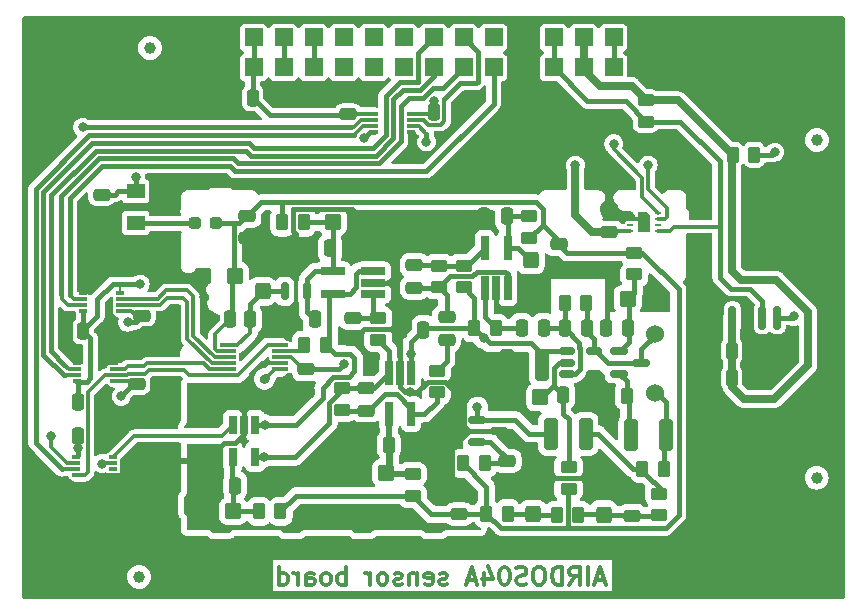
<source format=gbr>
%TF.GenerationSoftware,KiCad,Pcbnew,7.0.8-7.0.8~ubuntu23.04.1*%
%TF.CreationDate,2023-11-12T20:22:20+00:00*%
%TF.ProjectId,AIRDOS04_sensor,41495244-4f53-4303-945f-73656e736f72,REV*%
%TF.SameCoordinates,PX66dd020PY81342c0*%
%TF.FileFunction,Copper,L2,Bot*%
%TF.FilePolarity,Positive*%
%FSLAX46Y46*%
G04 Gerber Fmt 4.6, Leading zero omitted, Abs format (unit mm)*
G04 Created by KiCad (PCBNEW 7.0.8-7.0.8~ubuntu23.04.1) date 2023-11-12 20:22:20*
%MOMM*%
%LPD*%
G01*
G04 APERTURE LIST*
G04 Aperture macros list*
%AMRoundRect*
0 Rectangle with rounded corners*
0 $1 Rounding radius*
0 $2 $3 $4 $5 $6 $7 $8 $9 X,Y pos of 4 corners*
0 Add a 4 corners polygon primitive as box body*
4,1,4,$2,$3,$4,$5,$6,$7,$8,$9,$2,$3,0*
0 Add four circle primitives for the rounded corners*
1,1,$1+$1,$2,$3*
1,1,$1+$1,$4,$5*
1,1,$1+$1,$6,$7*
1,1,$1+$1,$8,$9*
0 Add four rect primitives between the rounded corners*
20,1,$1+$1,$2,$3,$4,$5,0*
20,1,$1+$1,$4,$5,$6,$7,0*
20,1,$1+$1,$6,$7,$8,$9,0*
20,1,$1+$1,$8,$9,$2,$3,0*%
%AMFreePoly0*
4,1,6,0.500000,-0.850000,-0.200000,-0.850000,-0.500000,-0.550000,-0.500000,0.850000,0.500000,0.850000,0.500000,-0.850000,0.500000,-0.850000,$1*%
G04 Aperture macros list end*
%ADD10C,0.300000*%
%TA.AperFunction,NonConductor*%
%ADD11C,0.300000*%
%TD*%
%TA.AperFunction,ComponentPad*%
%ADD12C,6.000000*%
%TD*%
%TA.AperFunction,ComponentPad*%
%ADD13R,1.524000X1.524000*%
%TD*%
%TA.AperFunction,ComponentPad*%
%ADD14C,1.524000*%
%TD*%
%TA.AperFunction,SMDPad,CuDef*%
%ADD15RoundRect,0.250000X-0.475000X0.250000X-0.475000X-0.250000X0.475000X-0.250000X0.475000X0.250000X0*%
%TD*%
%TA.AperFunction,SMDPad,CuDef*%
%ADD16R,2.000000X0.650000*%
%TD*%
%TA.AperFunction,SMDPad,CuDef*%
%ADD17RoundRect,0.250000X-0.450000X-0.425000X0.450000X-0.425000X0.450000X0.425000X-0.450000X0.425000X0*%
%TD*%
%TA.AperFunction,SMDPad,CuDef*%
%ADD18RoundRect,0.250000X0.250000X0.475000X-0.250000X0.475000X-0.250000X-0.475000X0.250000X-0.475000X0*%
%TD*%
%TA.AperFunction,SMDPad,CuDef*%
%ADD19RoundRect,0.250000X-0.250000X-0.475000X0.250000X-0.475000X0.250000X0.475000X-0.250000X0.475000X0*%
%TD*%
%TA.AperFunction,SMDPad,CuDef*%
%ADD20RoundRect,0.250000X-0.262500X-0.450000X0.262500X-0.450000X0.262500X0.450000X-0.262500X0.450000X0*%
%TD*%
%TA.AperFunction,SMDPad,CuDef*%
%ADD21RoundRect,0.250000X-0.450000X0.262500X-0.450000X-0.262500X0.450000X-0.262500X0.450000X0.262500X0*%
%TD*%
%TA.AperFunction,SMDPad,CuDef*%
%ADD22R,1.000000X1.000000*%
%TD*%
%TA.AperFunction,SMDPad,CuDef*%
%ADD23R,1.000000X1.550000*%
%TD*%
%TA.AperFunction,SMDPad,CuDef*%
%ADD24R,1.000000X3.800000*%
%TD*%
%TA.AperFunction,SMDPad,CuDef*%
%ADD25R,2.300000X1.000000*%
%TD*%
%TA.AperFunction,SMDPad,CuDef*%
%ADD26R,3.800000X1.000000*%
%TD*%
%TA.AperFunction,SMDPad,CuDef*%
%ADD27R,0.650000X1.560000*%
%TD*%
%TA.AperFunction,SMDPad,CuDef*%
%ADD28RoundRect,0.250000X0.325000X1.100000X-0.325000X1.100000X-0.325000X-1.100000X0.325000X-1.100000X0*%
%TD*%
%TA.AperFunction,SMDPad,CuDef*%
%ADD29R,0.650000X2.000000*%
%TD*%
%TA.AperFunction,SMDPad,CuDef*%
%ADD30R,0.800000X0.300000*%
%TD*%
%TA.AperFunction,SMDPad,CuDef*%
%ADD31RoundRect,0.250000X0.450000X0.425000X-0.450000X0.425000X-0.450000X-0.425000X0.450000X-0.425000X0*%
%TD*%
%TA.AperFunction,SMDPad,CuDef*%
%ADD32RoundRect,0.250000X0.475000X-0.250000X0.475000X0.250000X-0.475000X0.250000X-0.475000X-0.250000X0*%
%TD*%
%TA.AperFunction,SMDPad,CuDef*%
%ADD33R,1.400000X0.300000*%
%TD*%
%TA.AperFunction,SMDPad,CuDef*%
%ADD34RoundRect,0.250000X0.262500X0.450000X-0.262500X0.450000X-0.262500X-0.450000X0.262500X-0.450000X0*%
%TD*%
%TA.AperFunction,SMDPad,CuDef*%
%ADD35R,1.500000X1.300000*%
%TD*%
%TA.AperFunction,SMDPad,CuDef*%
%ADD36R,3.000000X0.700000*%
%TD*%
%TA.AperFunction,SMDPad,CuDef*%
%ADD37C,0.500000*%
%TD*%
%TA.AperFunction,SMDPad,CuDef*%
%ADD38RoundRect,0.150000X0.150000X-0.587500X0.150000X0.587500X-0.150000X0.587500X-0.150000X-0.587500X0*%
%TD*%
%TA.AperFunction,SMDPad,CuDef*%
%ADD39RoundRect,0.250000X0.450000X-0.262500X0.450000X0.262500X-0.450000X0.262500X-0.450000X-0.262500X0*%
%TD*%
%TA.AperFunction,SMDPad,CuDef*%
%ADD40RoundRect,0.250000X0.425000X-0.450000X0.425000X0.450000X-0.425000X0.450000X-0.425000X-0.450000X0*%
%TD*%
%TA.AperFunction,SMDPad,CuDef*%
%ADD41C,1.000000*%
%TD*%
%TA.AperFunction,SMDPad,CuDef*%
%ADD42RoundRect,0.250000X-0.325000X-1.100000X0.325000X-1.100000X0.325000X1.100000X-0.325000X1.100000X0*%
%TD*%
%TA.AperFunction,SMDPad,CuDef*%
%ADD43RoundRect,0.250000X-0.425000X0.450000X-0.425000X-0.450000X0.425000X-0.450000X0.425000X0.450000X0*%
%TD*%
%TA.AperFunction,SMDPad,CuDef*%
%ADD44RoundRect,0.150000X-0.512500X-0.150000X0.512500X-0.150000X0.512500X0.150000X-0.512500X0.150000X0*%
%TD*%
%TA.AperFunction,SMDPad,CuDef*%
%ADD45RoundRect,0.237500X0.287500X0.237500X-0.287500X0.237500X-0.287500X-0.237500X0.287500X-0.237500X0*%
%TD*%
%TA.AperFunction,SMDPad,CuDef*%
%ADD46R,0.550000X0.250000*%
%TD*%
%TA.AperFunction,SMDPad,CuDef*%
%ADD47FreePoly0,180.000000*%
%TD*%
%TA.AperFunction,SMDPad,CuDef*%
%ADD48RoundRect,0.150000X-0.587500X-0.150000X0.587500X-0.150000X0.587500X0.150000X-0.587500X0.150000X0*%
%TD*%
%TA.AperFunction,SMDPad,CuDef*%
%ADD49RoundRect,0.150000X-0.150000X0.825000X-0.150000X-0.825000X0.150000X-0.825000X0.150000X0.825000X0*%
%TD*%
%TA.AperFunction,ViaPad*%
%ADD50C,0.800000*%
%TD*%
%TA.AperFunction,Conductor*%
%ADD51C,0.300000*%
%TD*%
%TA.AperFunction,Conductor*%
%ADD52C,0.500000*%
%TD*%
%TA.AperFunction,Conductor*%
%ADD53C,0.450000*%
%TD*%
%TA.AperFunction,Conductor*%
%ADD54C,0.400000*%
%TD*%
%TA.AperFunction,Conductor*%
%ADD55C,0.600000*%
%TD*%
%TA.AperFunction,Conductor*%
%ADD56C,0.700000*%
%TD*%
%TA.AperFunction,Conductor*%
%ADD57C,0.200000*%
%TD*%
G04 APERTURE END LIST*
D10*
D11*
X55074513Y7442843D02*
X54360228Y7442843D01*
X55217370Y7014272D02*
X54717370Y8514272D01*
X54717370Y8514272D02*
X54217370Y7014272D01*
X53717371Y7014272D02*
X53717371Y8514272D01*
X52145942Y7014272D02*
X52645942Y7728558D01*
X53003085Y7014272D02*
X53003085Y8514272D01*
X53003085Y8514272D02*
X52431656Y8514272D01*
X52431656Y8514272D02*
X52288799Y8442843D01*
X52288799Y8442843D02*
X52217370Y8371415D01*
X52217370Y8371415D02*
X52145942Y8228558D01*
X52145942Y8228558D02*
X52145942Y8014272D01*
X52145942Y8014272D02*
X52217370Y7871415D01*
X52217370Y7871415D02*
X52288799Y7799986D01*
X52288799Y7799986D02*
X52431656Y7728558D01*
X52431656Y7728558D02*
X53003085Y7728558D01*
X51503085Y7014272D02*
X51503085Y8514272D01*
X51503085Y8514272D02*
X51145942Y8514272D01*
X51145942Y8514272D02*
X50931656Y8442843D01*
X50931656Y8442843D02*
X50788799Y8299986D01*
X50788799Y8299986D02*
X50717370Y8157129D01*
X50717370Y8157129D02*
X50645942Y7871415D01*
X50645942Y7871415D02*
X50645942Y7657129D01*
X50645942Y7657129D02*
X50717370Y7371415D01*
X50717370Y7371415D02*
X50788799Y7228558D01*
X50788799Y7228558D02*
X50931656Y7085700D01*
X50931656Y7085700D02*
X51145942Y7014272D01*
X51145942Y7014272D02*
X51503085Y7014272D01*
X49717370Y8514272D02*
X49431656Y8514272D01*
X49431656Y8514272D02*
X49288799Y8442843D01*
X49288799Y8442843D02*
X49145942Y8299986D01*
X49145942Y8299986D02*
X49074513Y8014272D01*
X49074513Y8014272D02*
X49074513Y7514272D01*
X49074513Y7514272D02*
X49145942Y7228558D01*
X49145942Y7228558D02*
X49288799Y7085700D01*
X49288799Y7085700D02*
X49431656Y7014272D01*
X49431656Y7014272D02*
X49717370Y7014272D01*
X49717370Y7014272D02*
X49860228Y7085700D01*
X49860228Y7085700D02*
X50003085Y7228558D01*
X50003085Y7228558D02*
X50074513Y7514272D01*
X50074513Y7514272D02*
X50074513Y8014272D01*
X50074513Y8014272D02*
X50003085Y8299986D01*
X50003085Y8299986D02*
X49860228Y8442843D01*
X49860228Y8442843D02*
X49717370Y8514272D01*
X48503084Y7085700D02*
X48288799Y7014272D01*
X48288799Y7014272D02*
X47931656Y7014272D01*
X47931656Y7014272D02*
X47788799Y7085700D01*
X47788799Y7085700D02*
X47717370Y7157129D01*
X47717370Y7157129D02*
X47645941Y7299986D01*
X47645941Y7299986D02*
X47645941Y7442843D01*
X47645941Y7442843D02*
X47717370Y7585700D01*
X47717370Y7585700D02*
X47788799Y7657129D01*
X47788799Y7657129D02*
X47931656Y7728558D01*
X47931656Y7728558D02*
X48217370Y7799986D01*
X48217370Y7799986D02*
X48360227Y7871415D01*
X48360227Y7871415D02*
X48431656Y7942843D01*
X48431656Y7942843D02*
X48503084Y8085700D01*
X48503084Y8085700D02*
X48503084Y8228558D01*
X48503084Y8228558D02*
X48431656Y8371415D01*
X48431656Y8371415D02*
X48360227Y8442843D01*
X48360227Y8442843D02*
X48217370Y8514272D01*
X48217370Y8514272D02*
X47860227Y8514272D01*
X47860227Y8514272D02*
X47645941Y8442843D01*
X46717370Y8514272D02*
X46574513Y8514272D01*
X46574513Y8514272D02*
X46431656Y8442843D01*
X46431656Y8442843D02*
X46360228Y8371415D01*
X46360228Y8371415D02*
X46288799Y8228558D01*
X46288799Y8228558D02*
X46217370Y7942843D01*
X46217370Y7942843D02*
X46217370Y7585700D01*
X46217370Y7585700D02*
X46288799Y7299986D01*
X46288799Y7299986D02*
X46360228Y7157129D01*
X46360228Y7157129D02*
X46431656Y7085700D01*
X46431656Y7085700D02*
X46574513Y7014272D01*
X46574513Y7014272D02*
X46717370Y7014272D01*
X46717370Y7014272D02*
X46860228Y7085700D01*
X46860228Y7085700D02*
X46931656Y7157129D01*
X46931656Y7157129D02*
X47003085Y7299986D01*
X47003085Y7299986D02*
X47074513Y7585700D01*
X47074513Y7585700D02*
X47074513Y7942843D01*
X47074513Y7942843D02*
X47003085Y8228558D01*
X47003085Y8228558D02*
X46931656Y8371415D01*
X46931656Y8371415D02*
X46860228Y8442843D01*
X46860228Y8442843D02*
X46717370Y8514272D01*
X44931657Y8014272D02*
X44931657Y7014272D01*
X45288799Y8585700D02*
X45645942Y7514272D01*
X45645942Y7514272D02*
X44717371Y7514272D01*
X44217371Y7442843D02*
X43503086Y7442843D01*
X44360228Y7014272D02*
X43860228Y8514272D01*
X43860228Y8514272D02*
X43360228Y7014272D01*
X41788800Y7085700D02*
X41645943Y7014272D01*
X41645943Y7014272D02*
X41360229Y7014272D01*
X41360229Y7014272D02*
X41217372Y7085700D01*
X41217372Y7085700D02*
X41145943Y7228558D01*
X41145943Y7228558D02*
X41145943Y7299986D01*
X41145943Y7299986D02*
X41217372Y7442843D01*
X41217372Y7442843D02*
X41360229Y7514272D01*
X41360229Y7514272D02*
X41574515Y7514272D01*
X41574515Y7514272D02*
X41717372Y7585700D01*
X41717372Y7585700D02*
X41788800Y7728558D01*
X41788800Y7728558D02*
X41788800Y7799986D01*
X41788800Y7799986D02*
X41717372Y7942843D01*
X41717372Y7942843D02*
X41574515Y8014272D01*
X41574515Y8014272D02*
X41360229Y8014272D01*
X41360229Y8014272D02*
X41217372Y7942843D01*
X39931657Y7085700D02*
X40074514Y7014272D01*
X40074514Y7014272D02*
X40360229Y7014272D01*
X40360229Y7014272D02*
X40503086Y7085700D01*
X40503086Y7085700D02*
X40574514Y7228558D01*
X40574514Y7228558D02*
X40574514Y7799986D01*
X40574514Y7799986D02*
X40503086Y7942843D01*
X40503086Y7942843D02*
X40360229Y8014272D01*
X40360229Y8014272D02*
X40074514Y8014272D01*
X40074514Y8014272D02*
X39931657Y7942843D01*
X39931657Y7942843D02*
X39860229Y7799986D01*
X39860229Y7799986D02*
X39860229Y7657129D01*
X39860229Y7657129D02*
X40574514Y7514272D01*
X39217372Y8014272D02*
X39217372Y7014272D01*
X39217372Y7871415D02*
X39145943Y7942843D01*
X39145943Y7942843D02*
X39003086Y8014272D01*
X39003086Y8014272D02*
X38788800Y8014272D01*
X38788800Y8014272D02*
X38645943Y7942843D01*
X38645943Y7942843D02*
X38574515Y7799986D01*
X38574515Y7799986D02*
X38574515Y7014272D01*
X37931657Y7085700D02*
X37788800Y7014272D01*
X37788800Y7014272D02*
X37503086Y7014272D01*
X37503086Y7014272D02*
X37360229Y7085700D01*
X37360229Y7085700D02*
X37288800Y7228558D01*
X37288800Y7228558D02*
X37288800Y7299986D01*
X37288800Y7299986D02*
X37360229Y7442843D01*
X37360229Y7442843D02*
X37503086Y7514272D01*
X37503086Y7514272D02*
X37717372Y7514272D01*
X37717372Y7514272D02*
X37860229Y7585700D01*
X37860229Y7585700D02*
X37931657Y7728558D01*
X37931657Y7728558D02*
X37931657Y7799986D01*
X37931657Y7799986D02*
X37860229Y7942843D01*
X37860229Y7942843D02*
X37717372Y8014272D01*
X37717372Y8014272D02*
X37503086Y8014272D01*
X37503086Y8014272D02*
X37360229Y7942843D01*
X36431657Y7014272D02*
X36574514Y7085700D01*
X36574514Y7085700D02*
X36645943Y7157129D01*
X36645943Y7157129D02*
X36717371Y7299986D01*
X36717371Y7299986D02*
X36717371Y7728558D01*
X36717371Y7728558D02*
X36645943Y7871415D01*
X36645943Y7871415D02*
X36574514Y7942843D01*
X36574514Y7942843D02*
X36431657Y8014272D01*
X36431657Y8014272D02*
X36217371Y8014272D01*
X36217371Y8014272D02*
X36074514Y7942843D01*
X36074514Y7942843D02*
X36003086Y7871415D01*
X36003086Y7871415D02*
X35931657Y7728558D01*
X35931657Y7728558D02*
X35931657Y7299986D01*
X35931657Y7299986D02*
X36003086Y7157129D01*
X36003086Y7157129D02*
X36074514Y7085700D01*
X36074514Y7085700D02*
X36217371Y7014272D01*
X36217371Y7014272D02*
X36431657Y7014272D01*
X35288800Y7014272D02*
X35288800Y8014272D01*
X35288800Y7728558D02*
X35217371Y7871415D01*
X35217371Y7871415D02*
X35145943Y7942843D01*
X35145943Y7942843D02*
X35003085Y8014272D01*
X35003085Y8014272D02*
X34860228Y8014272D01*
X33217372Y7014272D02*
X33217372Y8514272D01*
X33217372Y7942843D02*
X33074515Y8014272D01*
X33074515Y8014272D02*
X32788800Y8014272D01*
X32788800Y8014272D02*
X32645943Y7942843D01*
X32645943Y7942843D02*
X32574515Y7871415D01*
X32574515Y7871415D02*
X32503086Y7728558D01*
X32503086Y7728558D02*
X32503086Y7299986D01*
X32503086Y7299986D02*
X32574515Y7157129D01*
X32574515Y7157129D02*
X32645943Y7085700D01*
X32645943Y7085700D02*
X32788800Y7014272D01*
X32788800Y7014272D02*
X33074515Y7014272D01*
X33074515Y7014272D02*
X33217372Y7085700D01*
X31645943Y7014272D02*
X31788800Y7085700D01*
X31788800Y7085700D02*
X31860229Y7157129D01*
X31860229Y7157129D02*
X31931657Y7299986D01*
X31931657Y7299986D02*
X31931657Y7728558D01*
X31931657Y7728558D02*
X31860229Y7871415D01*
X31860229Y7871415D02*
X31788800Y7942843D01*
X31788800Y7942843D02*
X31645943Y8014272D01*
X31645943Y8014272D02*
X31431657Y8014272D01*
X31431657Y8014272D02*
X31288800Y7942843D01*
X31288800Y7942843D02*
X31217372Y7871415D01*
X31217372Y7871415D02*
X31145943Y7728558D01*
X31145943Y7728558D02*
X31145943Y7299986D01*
X31145943Y7299986D02*
X31217372Y7157129D01*
X31217372Y7157129D02*
X31288800Y7085700D01*
X31288800Y7085700D02*
X31431657Y7014272D01*
X31431657Y7014272D02*
X31645943Y7014272D01*
X29860229Y7014272D02*
X29860229Y7799986D01*
X29860229Y7799986D02*
X29931657Y7942843D01*
X29931657Y7942843D02*
X30074514Y8014272D01*
X30074514Y8014272D02*
X30360229Y8014272D01*
X30360229Y8014272D02*
X30503086Y7942843D01*
X29860229Y7085700D02*
X30003086Y7014272D01*
X30003086Y7014272D02*
X30360229Y7014272D01*
X30360229Y7014272D02*
X30503086Y7085700D01*
X30503086Y7085700D02*
X30574514Y7228558D01*
X30574514Y7228558D02*
X30574514Y7371415D01*
X30574514Y7371415D02*
X30503086Y7514272D01*
X30503086Y7514272D02*
X30360229Y7585700D01*
X30360229Y7585700D02*
X30003086Y7585700D01*
X30003086Y7585700D02*
X29860229Y7657129D01*
X29145943Y7014272D02*
X29145943Y8014272D01*
X29145943Y7728558D02*
X29074514Y7871415D01*
X29074514Y7871415D02*
X29003086Y7942843D01*
X29003086Y7942843D02*
X28860228Y8014272D01*
X28860228Y8014272D02*
X28717371Y8014272D01*
X27574515Y7014272D02*
X27574515Y8514272D01*
X27574515Y7085700D02*
X27717372Y7014272D01*
X27717372Y7014272D02*
X28003086Y7014272D01*
X28003086Y7014272D02*
X28145943Y7085700D01*
X28145943Y7085700D02*
X28217372Y7157129D01*
X28217372Y7157129D02*
X28288800Y7299986D01*
X28288800Y7299986D02*
X28288800Y7728558D01*
X28288800Y7728558D02*
X28217372Y7871415D01*
X28217372Y7871415D02*
X28145943Y7942843D01*
X28145943Y7942843D02*
X28003086Y8014272D01*
X28003086Y8014272D02*
X27717372Y8014272D01*
X27717372Y8014272D02*
X27574515Y7942843D01*
%TA.AperFunction,EtchedComponent*%
%TO.C,JP1*%
G36*
X20108800Y17250600D02*
G01*
X19108800Y17250600D01*
X19108800Y17750600D01*
X20108800Y17750600D01*
X20108800Y17250600D01*
G37*
%TD.AperFunction*%
%TD*%
D12*
%TO.P,M1,1*%
%TO.N,GND*%
X10160000Y50800000D03*
%TD*%
%TO.P,M2,1*%
%TO.N,GND*%
X71120000Y50800000D03*
%TD*%
%TO.P,M3,1*%
%TO.N,GND*%
X10160000Y10160000D03*
%TD*%
%TO.P,M4,1*%
%TO.N,GND*%
X71120000Y10160000D03*
%TD*%
D13*
%TO.P,J1,1*%
%TO.N,GND*%
X22860000Y50800000D03*
%TO.P,J1,2*%
X22860000Y53340000D03*
%TO.P,J1,3*%
%TO.N,+5VD*%
X25400000Y50800000D03*
%TO.P,J1,4*%
X25400000Y53340000D03*
%TO.P,J1,5*%
%TO.N,/interface/3v3*%
X27940000Y50800000D03*
%TO.P,J1,6*%
X27940000Y53340000D03*
%TO.P,J1,7*%
%TO.N,Net-(J1-Pad7)*%
X30480000Y50800000D03*
%TO.P,J1,8*%
X30480000Y53340000D03*
%TO.P,J1,9*%
%TO.N,unconnected-(J1-Pad9)*%
X33020000Y50800000D03*
%TO.P,J1,10*%
%TO.N,/interface/A0*%
X33020000Y53340000D03*
%TO.P,J1,11*%
%TO.N,/interface/RX*%
X35560000Y50800000D03*
%TO.P,J1,12*%
%TO.N,/interface/A1*%
X35560000Y53340000D03*
%TO.P,J1,13*%
%TO.N,/interface/TX*%
X38100000Y50800000D03*
%TO.P,J1,14*%
%TO.N,/interface/B1*%
X38100000Y53340000D03*
%TO.P,J1,15*%
%TO.N,/interface/SOCKET_MOSI*%
X40640000Y50800000D03*
%TO.P,J1,16*%
%TO.N,/interface/B0*%
X40640000Y53340000D03*
%TO.P,J1,17*%
%TO.N,/interface/SOCKET_MISO*%
X43180000Y50800000D03*
%TO.P,J1,18*%
%TO.N,/interface/C1*%
X43180000Y53340000D03*
%TO.P,J1,19*%
%TO.N,/interface/SOCKET_SCLK*%
X45720000Y50800000D03*
%TO.P,J1,20*%
%TO.N,/interface/C0*%
X45720000Y53340000D03*
%TO.P,J1,21*%
%TO.N,GND*%
X48260000Y50800000D03*
%TO.P,J1,22*%
X48260000Y53340000D03*
%TO.P,J1,23*%
%TO.N,/interface/SCL*%
X50800000Y50800000D03*
%TO.P,J1,24*%
X50800000Y53340000D03*
%TO.P,J1,25*%
%TO.N,VDD*%
X53340000Y50800000D03*
%TO.P,J1,26*%
X53340000Y53340000D03*
%TO.P,J1,27*%
%TO.N,/interface/SDA*%
X55880000Y50800000D03*
%TO.P,J1,28*%
X55880000Y53340000D03*
%TO.P,J1,29*%
%TO.N,GND*%
X58420000Y50800000D03*
%TO.P,J1,30*%
X58420000Y53340000D03*
%TD*%
D14*
%TO.P,D1,1,K*%
%TO.N,/PIN_detector/K*%
X59424400Y23266400D03*
%TO.P,D1,2,A*%
%TO.N,/PIN_detector/A*%
X59424400Y28266400D03*
%TD*%
D15*
%TO.P,C2,1*%
%TO.N,+5V*%
X24841200Y38237200D03*
%TO.P,C2,2*%
%TO.N,GNDA*%
X24841200Y36337200D03*
%TD*%
D16*
%TO.P,U2,1*%
%TO.N,Net-(U2--)*%
X35517400Y33545200D03*
%TO.P,U2,2,V-*%
%TO.N,GNDA*%
X35517400Y32595200D03*
%TO.P,U2,3,+*%
%TO.N,Net-(U2-+)*%
X35517400Y31645200D03*
%TO.P,U2,4,-*%
%TO.N,Net-(U2--)*%
X32097400Y31645200D03*
%TO.P,U2,5,V+*%
%TO.N,/analogue_backend/VCC2*%
X32097400Y33545200D03*
%TD*%
D17*
%TO.P,C3,1*%
%TO.N,/analogue_backend/VCC2*%
X32127200Y37729800D03*
%TO.P,C3,2*%
%TO.N,GNDA*%
X34827200Y37729800D03*
%TD*%
D18*
%TO.P,C8,1*%
%TO.N,/analogue_backend/VCC2*%
X30566400Y29464000D03*
%TO.P,C8,2*%
%TO.N,GNDA*%
X28666400Y29464000D03*
%TD*%
D19*
%TO.P,C4,1*%
%TO.N,/analogue_backend/VCC2*%
X31892200Y35490800D03*
%TO.P,C4,2*%
%TO.N,GNDA*%
X33792200Y35490800D03*
%TD*%
D18*
%TO.P,C7,1*%
%TO.N,/analogue_backend/VCC3*%
X23860800Y15392400D03*
%TO.P,C7,2*%
%TO.N,GNDA*%
X21960800Y15392400D03*
%TD*%
D15*
%TO.P,C16,1*%
%TO.N,Net-(U2-+)*%
X33832800Y29601200D03*
%TO.P,C16,2*%
%TO.N,GNDA*%
X33832800Y27701200D03*
%TD*%
D20*
%TO.P,R6,1*%
%TO.N,/analogue_backend/A{slash}D*%
X29694500Y27305000D03*
%TO.P,R6,2*%
%TO.N,Net-(U2--)*%
X31519500Y27305000D03*
%TD*%
D21*
%TO.P,R3,1*%
%TO.N,/analogue_backend/VCC5*%
X38862000Y16381100D03*
%TO.P,R3,2*%
%TO.N,+5V*%
X38862000Y14556100D03*
%TD*%
D20*
%TO.P,R2,1*%
%TO.N,/analogue_backend/VCC3*%
X25859100Y13208000D03*
%TO.P,R2,2*%
%TO.N,+5V*%
X27684100Y13208000D03*
%TD*%
D21*
%TO.P,R5,1*%
%TO.N,Net-(U2-+)*%
X35941000Y29574500D03*
%TO.P,R5,2*%
%TO.N,Net-(U6--)*%
X35941000Y27749500D03*
%TD*%
D22*
%TO.P,M5,1,Shield*%
%TO.N,GND*%
X18740000Y40916400D03*
D23*
X18740000Y39641400D03*
D24*
X18740000Y34766400D03*
X18740000Y28766400D03*
X18740000Y22766400D03*
X18740000Y16766400D03*
D23*
X18740000Y11891400D03*
D22*
X18740000Y10616400D03*
D25*
X20390000Y40916400D03*
X20390000Y10616400D03*
D26*
X25640000Y40916400D03*
X25640000Y10616400D03*
X31640000Y40916400D03*
X31640000Y10616400D03*
X37640000Y40916400D03*
X37640000Y10616400D03*
X43640000Y40916400D03*
X43640000Y10616400D03*
X49640000Y40916400D03*
X49640000Y10616400D03*
X55640000Y40916400D03*
X55640000Y10616400D03*
D25*
X60890000Y40916400D03*
X60890000Y10616400D03*
D22*
X62540000Y40916400D03*
D23*
X62540000Y39641400D03*
D24*
X62540000Y34766400D03*
X62540000Y28766400D03*
X62540000Y22766400D03*
X62540000Y16766400D03*
D23*
X62540000Y11891400D03*
D22*
X62540000Y10616400D03*
%TD*%
D27*
%TO.P,U6,1*%
%TO.N,Net-(U5-C)*%
X23637200Y20527000D03*
%TO.P,U6,2,V-*%
%TO.N,GNDA*%
X24587200Y20527000D03*
%TO.P,U6,3,+*%
%TO.N,Net-(U2--)*%
X25537200Y20527000D03*
%TO.P,U6,4,-*%
%TO.N,Net-(U6--)*%
X25537200Y17827000D03*
%TO.P,U6,5,V+*%
%TO.N,/analogue_backend/VCC3*%
X23637200Y17827000D03*
%TD*%
D28*
%TO.P,C32,1*%
%TO.N,/PIN_detector/REF*%
X49811200Y25628600D03*
%TO.P,C32,2*%
%TO.N,GNDA*%
X46861200Y25628600D03*
%TD*%
D29*
%TO.P,U9,1*%
%TO.N,Net-(C31-Pad2)*%
X46909000Y32115800D03*
%TO.P,U9,2,V-*%
%TO.N,GNDA*%
X45959000Y32115800D03*
%TO.P,U9,3,+*%
%TO.N,Net-(U9-+)*%
X45009000Y32115800D03*
%TO.P,U9,4,-*%
%TO.N,Net-(U9--)*%
X45009000Y35535800D03*
%TO.P,U9,5,V+*%
%TO.N,Net-(U9-V+)*%
X46909000Y35535800D03*
%TD*%
D18*
%TO.P,C12,1*%
%TO.N,+5V*%
X23429000Y29514800D03*
%TO.P,C12,2*%
%TO.N,GND*%
X21529000Y29514800D03*
%TD*%
D19*
%TO.P,C46,1*%
%TO.N,/interface/3v3*%
X10530800Y22479000D03*
%TO.P,C46,2*%
%TO.N,GND*%
X12430800Y22479000D03*
%TD*%
%TO.P,C18,1*%
%TO.N,+5VD*%
X10505400Y19558000D03*
%TO.P,C18,2*%
%TO.N,GND*%
X12405400Y19558000D03*
%TD*%
D15*
%TO.P,C38,1*%
%TO.N,+5VD*%
X12536000Y40011600D03*
%TO.P,C38,2*%
%TO.N,GND*%
X12536000Y38111600D03*
%TD*%
D30*
%TO.P,U5,1,C*%
%TO.N,Net-(U5-C)*%
X13488000Y17793400D03*
%TO.P,U5,2,D*%
%TO.N,+5VD*%
X13488000Y17293400D03*
%TO.P,U5,3,~{Q}*%
%TO.N,unconnected-(U5-~{Q}-Pad3)*%
X13488000Y16793400D03*
%TO.P,U5,4,GND*%
%TO.N,GND*%
X13488000Y16293400D03*
%TO.P,U5,5,Q*%
%TO.N,/analogue_backend/CONV*%
X10388000Y16293400D03*
%TO.P,U5,6,~{CLR}*%
%TO.N,/analogue_backend/Reset*%
X10388000Y16793400D03*
%TO.P,U5,7,~{PRE}*%
%TO.N,/analogue_backend/Set*%
X10388000Y17293400D03*
%TO.P,U5,8,VCC*%
%TO.N,+5VD*%
X10388000Y17793400D03*
%TD*%
D31*
%TO.P,C13,1*%
%TO.N,/analogue_backend/VCC5*%
X36630600Y16484600D03*
%TO.P,C13,2*%
%TO.N,GNDA*%
X33930600Y16484600D03*
%TD*%
D20*
%TO.P,R18,1*%
%TO.N,/PIN_detector/REF*%
X44096300Y28727400D03*
%TO.P,R18,2*%
%TO.N,Net-(U9-+)*%
X45921300Y28727400D03*
%TD*%
D21*
%TO.P,R16,1*%
%TO.N,Net-(C29-Pad1)*%
X59744800Y14704300D03*
%TO.P,R16,2*%
%TO.N,Net-(C27-Pad1)*%
X59744800Y12879300D03*
%TD*%
%TO.P,R19,1*%
%TO.N,Net-(U8-V+)*%
X52070000Y16965300D03*
%TO.P,R19,2*%
%TO.N,+5V*%
X52070000Y15140300D03*
%TD*%
D32*
%TO.P,C31,1*%
%TO.N,/PIN_detector/Signal*%
X41757600Y27762800D03*
%TO.P,C31,2*%
%TO.N,Net-(C31-Pad2)*%
X41757600Y29662800D03*
%TD*%
D30*
%TO.P,U12,1,VCCA*%
%TO.N,/interface/3v3*%
X10997600Y30212600D03*
%TO.P,U12,2,1A*%
%TO.N,/interface/SOCKET_MISO*%
X10997600Y30712600D03*
%TO.P,U12,3,2A*%
%TO.N,/interface/SOCKET_SCLK*%
X10997600Y31212600D03*
%TO.P,U12,4,GND*%
%TO.N,GND*%
X10997600Y31712600D03*
%TO.P,U12,5,DIR*%
%TO.N,/interface/3v3*%
X14097600Y31712600D03*
%TO.P,U12,6,2B*%
%TO.N,/analogue_backend/SCK*%
X14097600Y31212600D03*
%TO.P,U12,7,1B*%
%TO.N,/analogue_backend/SDO*%
X14097600Y30712600D03*
%TO.P,U12,8,VCCB*%
%TO.N,+5VD*%
X14097600Y30212600D03*
%TD*%
D31*
%TO.P,C34,1*%
%TO.N,Net-(U8-V+)*%
X49686200Y22860000D03*
%TO.P,C34,2*%
%TO.N,GNDA*%
X46986200Y22860000D03*
%TD*%
D33*
%TO.P,U3,1,CONV*%
%TO.N,/analogue_backend/CONV*%
X27650800Y27263600D03*
%TO.P,U3,2,CH0*%
%TO.N,/analogue_backend/A{slash}D*%
X27650800Y26763600D03*
%TO.P,U3,3,CH1*%
%TO.N,/PIN_detector/REF*%
X27650800Y26263600D03*
%TO.P,U3,4,AGND*%
%TO.N,GNDA*%
X27650800Y25763600D03*
%TO.P,U3,5,DGND*%
%TO.N,GND*%
X27650800Y25263600D03*
%TO.P,U3,6,SDI*%
%TO.N,/analogue_backend/SDI*%
X23250800Y25263600D03*
%TO.P,U3,7,SDO*%
%TO.N,/analogue_backend/SDO*%
X23250800Y25763600D03*
%TO.P,U3,8,SCK*%
%TO.N,/analogue_backend/SCK*%
X23250800Y26263600D03*
%TO.P,U3,9,V_{CC}*%
%TO.N,+5V*%
X23250800Y26763600D03*
%TO.P,U3,10,V_{REF}*%
%TO.N,/analogue_backend/4.1 V*%
X23250800Y27263600D03*
%TD*%
D19*
%TO.P,C41,1*%
%TO.N,VDD*%
X65877400Y26822400D03*
%TO.P,C41,2*%
%TO.N,GND*%
X67777400Y26822400D03*
%TD*%
D15*
%TO.P,C15,1*%
%TO.N,Net-(U6--)*%
X34925000Y23657600D03*
%TO.P,C15,2*%
%TO.N,Net-(U4--)*%
X34925000Y21757600D03*
%TD*%
%TO.P,C5,1*%
%TO.N,+5V*%
X51231800Y35849600D03*
%TO.P,C5,2*%
%TO.N,GNDA*%
X51231800Y33949600D03*
%TD*%
D28*
%TO.P,C29,1*%
%TO.N,Net-(C29-Pad1)*%
X53519600Y19786600D03*
%TO.P,C29,2*%
%TO.N,/PIN_detector/REF*%
X50569600Y19786600D03*
%TD*%
D34*
%TO.P,R12,1*%
%TO.N,Net-(Q1-S)*%
X56995700Y23012400D03*
%TO.P,R12,2*%
%TO.N,GNDA*%
X55170700Y23012400D03*
%TD*%
D15*
%TO.P,C48,1*%
%TO.N,/PIN_detector/REF*%
X29870400Y25232400D03*
%TO.P,C48,2*%
%TO.N,GNDA*%
X29870400Y23332400D03*
%TD*%
%TO.P,C47,1*%
%TO.N,+5VD*%
X15519400Y23987800D03*
%TO.P,C47,2*%
%TO.N,GND*%
X15519400Y22087800D03*
%TD*%
D34*
%TO.P,R21,1*%
%TO.N,Net-(U10-Vin)*%
X44958000Y17272000D03*
%TO.P,R21,2*%
%TO.N,+5V*%
X43133000Y17272000D03*
%TD*%
D32*
%TO.P,C28,1*%
%TO.N,Net-(C27-Pad1)*%
X57458800Y12841800D03*
%TO.P,C28,2*%
%TO.N,GNDA*%
X57458800Y14741800D03*
%TD*%
D19*
%TO.P,C10,1*%
%TO.N,/analogue_backend/4.1 V*%
X25085000Y29489400D03*
%TO.P,C10,2*%
%TO.N,GNDA*%
X26985000Y29489400D03*
%TD*%
D35*
%TO.P,C37,1,1*%
%TO.N,Net-(C37-Pad1)*%
X15431600Y37635400D03*
D36*
%TO.P,C37,2,2*%
%TO.N,GND*%
X15431600Y38985400D03*
D35*
%TO.P,C37,3,3*%
%TO.N,+5VD*%
X15431600Y40335400D03*
%TD*%
D21*
%TO.P,R11,1*%
%TO.N,Net-(U9-V+)*%
X48753000Y38192700D03*
%TO.P,R11,2*%
%TO.N,+5V*%
X48753000Y36367700D03*
%TD*%
D34*
%TO.P,R17,1*%
%TO.N,/PIN_detector/K*%
X60145300Y16840200D03*
%TO.P,R17,2*%
%TO.N,Net-(C29-Pad1)*%
X58320300Y16840200D03*
%TD*%
D31*
%TO.P,C6,1*%
%TO.N,/analogue_backend/VCC3*%
X23676600Y13233400D03*
%TO.P,C6,2*%
%TO.N,GNDA*%
X20976600Y13233400D03*
%TD*%
D37*
%TO.P,JP1,1,1*%
%TO.N,GNDA*%
X20108800Y17500600D03*
%TO.P,JP1,2,2*%
%TO.N,GND*%
X19108800Y17500600D03*
%TD*%
D38*
%TO.P,U1,1,Vin*%
%TO.N,/analogue_backend/VCC2*%
X29956800Y31853900D03*
%TO.P,U1,2,Vout*%
%TO.N,/analogue_backend/4.1 V*%
X28056800Y31853900D03*
%TO.P,U1,3,GND*%
%TO.N,GNDA*%
X29006800Y33728900D03*
%TD*%
D19*
%TO.P,C33,1*%
%TO.N,Net-(U8-V+)*%
X51592200Y23030200D03*
%TO.P,C33,2*%
%TO.N,GNDA*%
X53492200Y23030200D03*
%TD*%
D39*
%TO.P,R20,1*%
%TO.N,Net-(C31-Pad2)*%
X41097200Y32194500D03*
%TO.P,R20,2*%
%TO.N,Net-(U9--)*%
X41097200Y34019500D03*
%TD*%
D18*
%TO.P,C20,1*%
%TO.N,Net-(Q1-D)*%
X57123200Y28749200D03*
%TO.P,C20,2*%
%TO.N,GNDA*%
X55223200Y28749200D03*
%TD*%
D20*
%TO.P,R13,1*%
%TO.N,Net-(C25-Pad1)*%
X51767100Y30861000D03*
%TO.P,R13,2*%
%TO.N,/PIN_detector/A*%
X53592100Y30861000D03*
%TD*%
D15*
%TO.P,C43,1*%
%TO.N,+5VD*%
X15976600Y29779000D03*
%TO.P,C43,2*%
%TO.N,GND*%
X15976600Y27879000D03*
%TD*%
D39*
%TO.P,R10,1*%
%TO.N,Net-(Q1-D)*%
X57632600Y33275900D03*
%TO.P,R10,2*%
%TO.N,+5V*%
X57632600Y35100900D03*
%TD*%
D32*
%TO.P,C19,1*%
%TO.N,VDD*%
X55517800Y36908801D03*
%TO.P,C19,2*%
%TO.N,GND*%
X55517800Y38808801D03*
%TD*%
D18*
%TO.P,C14,1*%
%TO.N,/analogue_backend/VCC5*%
X36840200Y18846800D03*
%TO.P,C14,2*%
%TO.N,GNDA*%
X34940200Y18846800D03*
%TD*%
%TO.P,C39,1*%
%TO.N,+5VD*%
X25334000Y48209200D03*
%TO.P,C39,2*%
%TO.N,GND*%
X23434000Y48209200D03*
%TD*%
D40*
%TO.P,C9,1*%
%TO.N,/analogue_backend/4.1 V*%
X26162000Y31847800D03*
%TO.P,C9,2*%
%TO.N,GNDA*%
X26162000Y34547800D03*
%TD*%
D19*
%TO.P,C40,1*%
%TO.N,VDD*%
X65877400Y24485600D03*
%TO.P,C40,2*%
%TO.N,GND*%
X67777400Y24485600D03*
%TD*%
D41*
%TO.P,FID4,*%
%TO.N,*%
X73089600Y16074600D03*
%TD*%
D42*
%TO.P,C22,1*%
%TO.N,Net-(Q1-S)*%
X57376800Y19685000D03*
%TO.P,C22,2*%
%TO.N,/PIN_detector/K*%
X60326800Y19685000D03*
%TD*%
D34*
%TO.P,R1,1*%
%TO.N,/analogue_backend/VCC2*%
X29665300Y37693600D03*
%TO.P,R1,2*%
%TO.N,+5V*%
X27840300Y37693600D03*
%TD*%
D31*
%TO.P,C11,1*%
%TO.N,+5V*%
X23803600Y33172400D03*
%TO.P,C11,2*%
%TO.N,GND*%
X21103600Y33172400D03*
%TD*%
D15*
%TO.P,C36,1*%
%TO.N,Net-(U10-Vin)*%
X46863000Y17485400D03*
%TO.P,C36,2*%
%TO.N,GNDA*%
X46863000Y15585400D03*
%TD*%
D41*
%TO.P,FID2,*%
%TO.N,*%
X15711000Y7667200D03*
%TD*%
D19*
%TO.P,C30,1*%
%TO.N,Net-(U9-+)*%
X48097400Y28752800D03*
%TO.P,C30,2*%
%TO.N,Net-(C25-Pad1)*%
X49997400Y28752800D03*
%TD*%
D21*
%TO.P,R22,1*%
%TO.N,Net-(U9--)*%
X43180000Y34019500D03*
%TO.P,R22,2*%
%TO.N,/PIN_detector/REF*%
X43180000Y32194500D03*
%TD*%
D17*
%TO.P,C21,1*%
%TO.N,Net-(Q1-D)*%
X57095400Y31191200D03*
%TO.P,C21,2*%
%TO.N,GNDA*%
X59795400Y31191200D03*
%TD*%
D43*
%TO.P,C24,1*%
%TO.N,Net-(U9-V+)*%
X48854600Y34490000D03*
%TO.P,C24,2*%
%TO.N,GNDA*%
X48854600Y31790000D03*
%TD*%
D39*
%TO.P,R7,1*%
%TO.N,Net-(U4--)*%
X40894000Y23293700D03*
%TO.P,R7,2*%
%TO.N,/PIN_detector/Signal*%
X40894000Y25118700D03*
%TD*%
D19*
%TO.P,C44,1*%
%TO.N,/interface/3v3*%
X40719800Y47037200D03*
%TO.P,C44,2*%
%TO.N,GND*%
X42619800Y47037200D03*
%TD*%
D34*
%TO.P,R14,1*%
%TO.N,Net-(C26-Pad1)*%
X46933300Y13029800D03*
%TO.P,R14,2*%
%TO.N,+5V*%
X45108300Y13029800D03*
%TD*%
D21*
%TO.P,R4,1*%
%TO.N,Net-(U6--)*%
X32904400Y23635101D03*
%TO.P,R4,2*%
%TO.N,Net-(U4--)*%
X32904400Y21810101D03*
%TD*%
D19*
%TO.P,C42,1*%
%TO.N,/interface/3v3*%
X10976400Y28495200D03*
%TO.P,C42,2*%
%TO.N,GND*%
X12876400Y28495200D03*
%TD*%
D41*
%TO.P,FID1,*%
%TO.N,*%
X73101200Y44653200D03*
%TD*%
D44*
%TO.P,U8,1*%
%TO.N,Net-(C25-Pad1)*%
X51923100Y24856400D03*
%TO.P,U8,2,V+*%
%TO.N,Net-(U8-V+)*%
X51923100Y25806400D03*
%TO.P,U8,3,+*%
%TO.N,/PIN_detector/REF*%
X51923100Y26756400D03*
%TO.P,U8,4,-*%
%TO.N,/PIN_detector/A*%
X54198100Y26756400D03*
%TO.P,U8,5,V-*%
%TO.N,GNDA*%
X54198100Y24856400D03*
%TD*%
D32*
%TO.P,C1,1*%
%TO.N,+5V*%
X42803000Y12968800D03*
%TO.P,C1,2*%
%TO.N,GNDA*%
X42803000Y14868800D03*
%TD*%
D45*
%TO.P,L1,1*%
%TO.N,+5V*%
X22185600Y37602800D03*
%TO.P,L1,2*%
%TO.N,Net-(C37-Pad1)*%
X20435600Y37602800D03*
%TD*%
D18*
%TO.P,C17,1*%
%TO.N,/PIN_detector/REF*%
X39786600Y28585800D03*
%TO.P,C17,2*%
%TO.N,GNDA*%
X37886600Y28585800D03*
%TD*%
D40*
%TO.P,C26,1*%
%TO.N,Net-(C26-Pad1)*%
X49043400Y12975200D03*
%TO.P,C26,2*%
%TO.N,GNDA*%
X49043400Y15675200D03*
%TD*%
D32*
%TO.P,C35,1*%
%TO.N,Net-(C31-Pad2)*%
X39014400Y32157000D03*
%TO.P,C35,2*%
%TO.N,Net-(U9--)*%
X39014400Y34057000D03*
%TD*%
D34*
%TO.P,R15,1*%
%TO.N,Net-(C27-Pad1)*%
X52910300Y12902800D03*
%TO.P,R15,2*%
%TO.N,Net-(C26-Pad1)*%
X51085300Y12902800D03*
%TD*%
D30*
%TO.P,U14,1,VCCA*%
%TO.N,/interface/3v3*%
X10489600Y24269000D03*
%TO.P,U14,2,1A*%
%TO.N,/interface/B0*%
X10489600Y24769000D03*
%TO.P,U14,3,2A*%
%TO.N,/interface/SOCKET_MOSI*%
X10489600Y25269000D03*
%TO.P,U14,4,GND*%
%TO.N,GND*%
X10489600Y25769000D03*
%TO.P,U14,5,DIR*%
X13589600Y25769000D03*
%TO.P,U14,6,2B*%
%TO.N,/analogue_backend/SDI*%
X13589600Y25269000D03*
%TO.P,U14,7,1B*%
%TO.N,/analogue_backend/CONV*%
X13589600Y24769000D03*
%TO.P,U14,8,VCCB*%
%TO.N,+5VD*%
X13589600Y24269000D03*
%TD*%
D20*
%TO.P,R29,1*%
%TO.N,VDD*%
X65965700Y43408600D03*
%TO.P,R29,2*%
%TO.N,/interface/SDA*%
X67790700Y43408600D03*
%TD*%
D19*
%TO.P,C25,1*%
%TO.N,Net-(C25-Pad1)*%
X51744600Y28745200D03*
%TO.P,C25,2*%
%TO.N,/PIN_detector/A*%
X53644600Y28745200D03*
%TD*%
D46*
%TO.P,U7,1,SDA*%
%TO.N,/interface/SDA*%
X59664600Y38481800D03*
%TO.P,U7,2,ADDR*%
%TO.N,VDD*%
X59664600Y37981800D03*
%TO.P,U7,3,ALERT*%
%TO.N,unconnected-(U7-ALERT-Pad3)*%
X59664600Y37481800D03*
%TO.P,U7,4,SCL*%
%TO.N,/interface/SCL*%
X59664600Y36981800D03*
%TO.P,U7,5,VDD*%
%TO.N,VDD*%
X57314600Y36981800D03*
%TO.P,U7,6,~{RESET}*%
%TO.N,unconnected-(U7-~{RESET}-Pad6)*%
X57314600Y37481800D03*
%TO.P,U7,7,R*%
%TO.N,GND*%
X57314600Y37981800D03*
%TO.P,U7,8,VSS*%
X57314600Y38481800D03*
D47*
%TO.P,U7,9,VSS*%
X58489600Y37731800D03*
%TD*%
D48*
%TO.P,Q1,1,S*%
%TO.N,Net-(Q1-S)*%
X56364900Y24856400D03*
%TO.P,Q1,2,D*%
%TO.N,Net-(Q1-D)*%
X56364900Y26756400D03*
%TO.P,Q1,3,G*%
%TO.N,/PIN_detector/A*%
X58239900Y25806400D03*
%TD*%
D41*
%TO.P,FID3,*%
%TO.N,*%
X16637000Y52451000D03*
%TD*%
D49*
%TO.P,U11,1,A0*%
%TO.N,VDD*%
X65938400Y34569400D03*
%TO.P,U11,2,A1*%
%TO.N,GND*%
X67208400Y34569400D03*
%TO.P,U11,3,A2*%
X68478400Y34569400D03*
%TO.P,U11,4,GND*%
X69748400Y34569400D03*
%TO.P,U11,5,SDA*%
%TO.N,/interface/SDA*%
X69748400Y29619400D03*
%TO.P,U11,6,SCL*%
%TO.N,/interface/SCL*%
X68478400Y29619400D03*
%TO.P,U11,7,WP*%
%TO.N,GND*%
X67208400Y29619400D03*
%TO.P,U11,8,VCC*%
%TO.N,VDD*%
X65938400Y29619400D03*
%TD*%
D18*
%TO.P,C23,1*%
%TO.N,Net-(U9-V+)*%
X46832800Y38194600D03*
%TO.P,C23,2*%
%TO.N,GNDA*%
X44932800Y38194600D03*
%TD*%
D48*
%TO.P,U10,1,Vin*%
%TO.N,Net-(U10-Vin)*%
X44350700Y19065200D03*
%TO.P,U10,2,Vout*%
%TO.N,/PIN_detector/REF*%
X44350700Y20965200D03*
%TO.P,U10,3,GND*%
%TO.N,GNDA*%
X46225700Y20015200D03*
%TD*%
D40*
%TO.P,C27,1*%
%TO.N,Net-(C27-Pad1)*%
X55045800Y12949800D03*
%TO.P,C27,2*%
%TO.N,GNDA*%
X55045800Y15649800D03*
%TD*%
D21*
%TO.P,R30,1*%
%TO.N,VDD*%
X58623200Y48029500D03*
%TO.P,R30,2*%
%TO.N,/interface/SCL*%
X58623200Y46204500D03*
%TD*%
D32*
%TO.P,C45,1*%
%TO.N,+5VD*%
X33401000Y46852800D03*
%TO.P,C45,2*%
%TO.N,GND*%
X33401000Y48752800D03*
%TD*%
D29*
%TO.P,U4,1*%
%TO.N,Net-(U6--)*%
X36856600Y24900601D03*
%TO.P,U4,2,V-*%
%TO.N,GNDA*%
X37806600Y24900601D03*
%TO.P,U4,3,+*%
%TO.N,/PIN_detector/REF*%
X38756600Y24900601D03*
%TO.P,U4,4,-*%
%TO.N,Net-(U4--)*%
X38756600Y21480601D03*
%TO.P,U4,5,V+*%
%TO.N,/analogue_backend/VCC5*%
X36856600Y21480601D03*
%TD*%
D30*
%TO.P,U13,1,VCCA*%
%TO.N,/interface/3v3*%
X38735600Y46876400D03*
%TO.P,U13,2,1A*%
%TO.N,/interface/C1*%
X38735600Y46376400D03*
%TO.P,U13,3,2A*%
%TO.N,/interface/C0*%
X38735600Y45876400D03*
%TO.P,U13,4,GND*%
%TO.N,GND*%
X38735600Y45376400D03*
%TO.P,U13,5,DIR*%
%TO.N,/interface/3v3*%
X35635600Y45376400D03*
%TO.P,U13,6,2B*%
%TO.N,/analogue_backend/Reset*%
X35635600Y45876400D03*
%TO.P,U13,7,1B*%
%TO.N,/analogue_backend/Set*%
X35635600Y46376400D03*
%TO.P,U13,8,VCCB*%
%TO.N,+5VD*%
X35635600Y46876400D03*
%TD*%
D50*
%TO.N,GND*%
X17209600Y34845200D03*
X13120200Y21992800D03*
X11367600Y32813200D03*
X12561400Y36470800D03*
X69469000Y26771600D03*
X39124728Y43574825D03*
X26339552Y24419848D03*
X21240000Y31351375D03*
X13792200Y19608800D03*
X35243600Y48713600D03*
X43337200Y48476000D03*
X10312400Y26746200D03*
X28157000Y48535800D03*
X15977065Y26624964D03*
X13411200Y15367000D03*
X13487400Y26568400D03*
X15544800Y20777200D03*
%TO.N,GNDA*%
X50165000Y30505400D03*
X47675800Y24942800D03*
X55651399Y32359599D03*
X25820200Y35708800D03*
X54229000Y23012400D03*
X38684234Y23301099D03*
X38887400Y19050000D03*
X24931200Y23669200D03*
X59232800Y32410400D03*
X26353600Y28342798D03*
X35382200Y20243800D03*
%TO.N,Net-(U6--)*%
X26252000Y17827000D03*
%TO.N,/PIN_detector/REF*%
X44905860Y27877115D03*
X44350700Y22021800D03*
X38756600Y26543000D03*
X33096200Y25654000D03*
%TO.N,VDD*%
X52654200Y42519600D03*
X58814800Y42541400D03*
%TO.N,/interface/3v3*%
X40719797Y47969882D03*
X15798800Y32461200D03*
X34748309Y44815698D03*
%TO.N,/interface/C0*%
X40044200Y44497200D03*
%TO.N,/interface/SDA*%
X55893800Y44344800D03*
X69528500Y43628500D03*
X71120006Y29718000D03*
%TO.N,Net-(U2--)*%
X26353600Y20527000D03*
%TO.N,/analogue_backend/Set*%
X8243400Y19605200D03*
X10935798Y45741800D03*
%TO.N,+5VD*%
X12584994Y17269571D03*
X14732000Y29235400D03*
X10505400Y18563800D03*
X14196386Y22957709D03*
X15431600Y41550800D03*
%TD*%
D51*
%TO.N,GND*%
X57314600Y38481800D02*
X55844801Y38481800D01*
X33401000Y48752800D02*
X28374000Y48752800D01*
X40412303Y43521800D02*
X39177753Y43521800D01*
X58239600Y37981800D02*
X57314600Y37981800D01*
X33401000Y48752800D02*
X35204400Y48752800D01*
X35204400Y48752800D02*
X35243600Y48713600D01*
D52*
X69418200Y26822400D02*
X69469000Y26771600D01*
D51*
X43337200Y47754600D02*
X43337200Y48476000D01*
X42619800Y47037200D02*
X43337200Y47754600D01*
X27183304Y25263600D02*
X26339552Y24419848D01*
X39177753Y43521800D02*
X39124728Y43574825D01*
X27650800Y25263600D02*
X27183304Y25263600D01*
X58489600Y37731800D02*
X58239600Y37981800D01*
X42619800Y47037200D02*
X42619800Y45729297D01*
D52*
X67777400Y26822400D02*
X69418200Y26822400D01*
D51*
X55844801Y38481800D02*
X55517800Y38808801D01*
X28374000Y48752800D02*
X28157000Y48535800D01*
X42619800Y45729297D02*
X40412303Y43521800D01*
D53*
%TO.N,+5V*%
X42864000Y13029800D02*
X42803000Y12968800D01*
X48753000Y36367700D02*
X49878000Y37492700D01*
D54*
X23799800Y37602800D02*
X24206800Y37602800D01*
D53*
X26033800Y39429800D02*
X24841200Y38237200D01*
X45108300Y15296700D02*
X43133000Y17272000D01*
X51231800Y36138900D02*
X49878000Y37492700D01*
X51953200Y35128200D02*
X51231800Y35849600D01*
X51968400Y11777800D02*
X46360300Y11777800D01*
X49878000Y38859200D02*
X49307400Y39429800D01*
D54*
X51997800Y11807200D02*
X51968400Y11777800D01*
D51*
X22123400Y26962519D02*
X22123400Y28209200D01*
X22322319Y26763600D02*
X22123400Y26962519D01*
D53*
X42803000Y12968800D02*
X40449300Y12968800D01*
D54*
X52070000Y15140300D02*
X51997800Y15068100D01*
X23559600Y29645400D02*
X23429000Y29514800D01*
X23716200Y37519200D02*
X23799800Y37602800D01*
D53*
X40449300Y12968800D02*
X38862000Y14556100D01*
X61411400Y12878804D02*
X60310396Y11777800D01*
X49158000Y36367700D02*
X48753000Y36367700D01*
X45108300Y13029800D02*
X45108300Y15296700D01*
X61411400Y32022100D02*
X61411400Y12878804D01*
D54*
X23716200Y33259800D02*
X23716200Y37519200D01*
D53*
X45108300Y13029800D02*
X42864000Y13029800D01*
D54*
X24206800Y37602800D02*
X24841200Y38237200D01*
D53*
X49307400Y39429800D02*
X26033800Y39429800D01*
D54*
X23559600Y32928400D02*
X23559600Y29645400D01*
X27840300Y39429800D02*
X26033800Y39429800D01*
X23803600Y33172400D02*
X23559600Y32928400D01*
X23803600Y33172400D02*
X23716200Y33259800D01*
D51*
X23250800Y26763600D02*
X22322319Y26763600D01*
D53*
X57632600Y35100900D02*
X57605300Y35128200D01*
D54*
X22185600Y37602800D02*
X23799800Y37602800D01*
X27840300Y37693600D02*
X27840300Y39429800D01*
D53*
X29032200Y14556100D02*
X27684100Y13208000D01*
X49878000Y37492700D02*
X49878000Y38859200D01*
D51*
X22123400Y28209200D02*
X23429000Y29514800D01*
D53*
X51231800Y35849600D02*
X51231800Y36138900D01*
X38862000Y14556100D02*
X29032200Y14556100D01*
D54*
X51997800Y15068100D02*
X51997800Y11807200D01*
D53*
X46360300Y11777800D02*
X45108300Y13029800D01*
X57632600Y35100900D02*
X58332600Y35100900D01*
X60310396Y11777800D02*
X51968400Y11777800D01*
X58332600Y35100900D02*
X61411400Y32022100D01*
X57605300Y35128200D02*
X51953200Y35128200D01*
D54*
%TO.N,GNDA*%
X59795400Y31191200D02*
X59795400Y31847800D01*
X59795400Y31847800D02*
X59232800Y32410400D01*
X49421000Y16052800D02*
X54642800Y16052800D01*
D53*
X46990000Y25628600D02*
X47675800Y24942800D01*
D54*
X40167834Y24206200D02*
X41620166Y24206200D01*
X37806600Y23725601D02*
X38231102Y23301099D01*
X37810400Y28662000D02*
X37886600Y28585800D01*
D51*
X55223200Y28749200D02*
X55300600Y28826600D01*
D54*
X46448800Y30226000D02*
X47290600Y30226000D01*
X37388800Y29083600D02*
X37886600Y28585800D01*
X37806600Y24900601D02*
X37806600Y23725601D01*
D53*
X24587200Y19761200D02*
X24587200Y20527000D01*
X24587200Y21757000D02*
X25662662Y22832462D01*
D54*
X38231102Y23301099D02*
X39262733Y23301099D01*
X55300600Y28826600D02*
X55300600Y32491400D01*
D53*
X25662662Y22832462D02*
X29370462Y22832462D01*
D51*
X24841200Y36337200D02*
X25469600Y35708800D01*
X24587200Y21607000D02*
X25210600Y22230400D01*
D53*
X42803000Y14868800D02*
X42195500Y15476300D01*
D54*
X37806600Y24900601D02*
X37806600Y28505800D01*
D53*
X43637200Y20015200D02*
X46225700Y20015200D01*
X21960800Y18105600D02*
X22887200Y19032000D01*
X42195500Y15476300D02*
X42195500Y18573500D01*
X46861200Y25628600D02*
X46990000Y25628600D01*
D54*
X37806600Y28505800D02*
X37886600Y28585800D01*
X33752200Y38804800D02*
X28763800Y38804800D01*
D53*
X42195500Y18573500D02*
X43637200Y20015200D01*
D51*
X25210600Y24863000D02*
X26111200Y25763600D01*
D54*
X43213200Y20439200D02*
X43637200Y20015200D01*
D51*
X25210600Y22230400D02*
X25210600Y24863000D01*
X24587200Y20527000D02*
X24587200Y21607000D01*
D53*
X55170700Y23012400D02*
X53510000Y23012400D01*
D54*
X28995200Y36725034D02*
X28995200Y33740500D01*
X28763800Y38804800D02*
X28752800Y38793800D01*
X34827200Y37729800D02*
X33752200Y38804800D01*
D53*
X21960800Y15392400D02*
X21960800Y18105600D01*
D54*
X37388800Y32123800D02*
X37388800Y29083600D01*
X28995200Y33740500D02*
X29006800Y33728900D01*
X34940200Y18846800D02*
X34940200Y19801800D01*
D53*
X29370462Y22832462D02*
X29870400Y23332400D01*
D54*
X28752800Y36967434D02*
X28995200Y36725034D01*
X35517400Y32595200D02*
X36917400Y32595200D01*
X41620166Y24206200D02*
X43213200Y22613166D01*
D53*
X54198100Y24856400D02*
X54198100Y23985000D01*
D54*
X34793600Y28662000D02*
X37810400Y28662000D01*
D51*
X25469600Y35708800D02*
X25820200Y35708800D01*
D54*
X38231102Y23301099D02*
X38684234Y23301099D01*
X43213200Y22613166D02*
X43213200Y20439200D01*
X39262733Y23301099D02*
X40167834Y24206200D01*
D53*
X22887200Y19032000D02*
X23858000Y19032000D01*
D54*
X36917400Y32595200D02*
X37388800Y32123800D01*
D53*
X54198100Y23985000D02*
X55170700Y23012400D01*
D54*
X28752800Y38793800D02*
X28752800Y36967434D01*
X49043400Y15675200D02*
X49421000Y16052800D01*
D53*
X24587200Y20527000D02*
X24587200Y21757000D01*
X53510000Y23012400D02*
X53492200Y23030200D01*
D51*
X26111200Y25763600D02*
X27650800Y25763600D01*
D54*
X34940200Y19801800D02*
X35382200Y20243800D01*
X33832800Y27701200D02*
X34793600Y28662000D01*
D53*
X23858000Y19032000D02*
X24587200Y19761200D01*
D54*
X47290600Y30226000D02*
X48854600Y31790000D01*
X54642800Y16052800D02*
X55045800Y15649800D01*
X45959000Y30715800D02*
X46448800Y30226000D01*
X45959000Y32115800D02*
X45959000Y30715800D01*
%TO.N,/analogue_backend/VCC2*%
X32127200Y35725800D02*
X31892200Y35490800D01*
X32127200Y37729800D02*
X32127200Y35725800D01*
D53*
X32097400Y33545200D02*
X32097400Y35285600D01*
X29956800Y31853900D02*
X29956800Y30073600D01*
X29956800Y30073600D02*
X30566400Y29464000D01*
X29956800Y32854600D02*
X29956800Y31853900D01*
D54*
X32091000Y37693600D02*
X32127200Y37729800D01*
D53*
X32097400Y35285600D02*
X31892200Y35490800D01*
D54*
X29665300Y37693600D02*
X32091000Y37693600D01*
D53*
X32097400Y33545200D02*
X30647400Y33545200D01*
X30647400Y33545200D02*
X29956800Y32854600D01*
%TO.N,/analogue_backend/VCC3*%
X23676600Y15208200D02*
X23860800Y15392400D01*
X23610400Y15642800D02*
X23610400Y17800200D01*
X23676600Y13233400D02*
X23676600Y15208200D01*
X23860800Y15392400D02*
X23610400Y15642800D01*
X25859100Y13208000D02*
X23702000Y13208000D01*
X23702000Y13208000D02*
X23676600Y13233400D01*
X23610400Y17800200D02*
X23637200Y17827000D01*
%TO.N,/analogue_backend/4.1 V*%
X25085000Y29489400D02*
X25085000Y30770800D01*
D51*
X24029800Y27263600D02*
X25085000Y28318800D01*
X28050700Y31847800D02*
X28056800Y31853900D01*
X25085000Y28318800D02*
X25085000Y29489400D01*
X23250800Y27263600D02*
X24029800Y27263600D01*
D53*
X26162000Y31847800D02*
X28050700Y31847800D01*
X25085000Y30770800D02*
X26162000Y31847800D01*
D55*
%TO.N,/analogue_backend/VCC5*%
X36880800Y16734800D02*
X36880800Y18387000D01*
X36630600Y16484600D02*
X36880800Y16734800D01*
D53*
X36734100Y16381100D02*
X36630600Y16484600D01*
D51*
X36840200Y21464201D02*
X36856600Y21480601D01*
D52*
X38862000Y16381100D02*
X36734100Y16381100D01*
X36840200Y18846800D02*
X36840200Y21464201D01*
D55*
X36880800Y18387000D02*
X36630600Y18637200D01*
D53*
%TO.N,Net-(U6--)*%
X26252000Y17827000D02*
X25537200Y17827000D01*
X31779400Y22359123D02*
X31779400Y20705000D01*
X32904400Y23635101D02*
X32904400Y23484123D01*
X28901400Y17827000D02*
X26252000Y17827000D01*
X31779400Y20705000D02*
X28901400Y17827000D01*
X36856600Y26833900D02*
X35941000Y27749500D01*
X32904400Y23484123D02*
X31779400Y22359123D01*
X35613599Y23657600D02*
X36856600Y24900601D01*
X36856600Y24900601D02*
X36856600Y26833900D01*
X32904400Y23635101D02*
X34902501Y23635101D01*
X34902501Y23635101D02*
X34925000Y23657600D01*
X34925000Y23657600D02*
X35613599Y23657600D01*
%TO.N,Net-(U4--)*%
X37516884Y23131434D02*
X36509234Y23131434D01*
X34925000Y21757600D02*
X32956901Y21757600D01*
X32956901Y21757600D02*
X32904400Y21810101D01*
X38756600Y21480601D02*
X38756600Y21891718D01*
X36509234Y23131434D02*
X35135400Y21757600D01*
X35135400Y21757600D02*
X34925000Y21757600D01*
X38756600Y21891718D02*
X37516884Y23131434D01*
X39862201Y21480601D02*
X40894000Y22512400D01*
X40894000Y22512400D02*
X40894000Y23293700D01*
X38756600Y21480601D02*
X39862201Y21480601D01*
%TO.N,/PIN_detector/REF*%
X49811200Y26756400D02*
X51923100Y26756400D01*
X45391700Y27432000D02*
X44096300Y28727400D01*
X49811200Y25628600D02*
X49811200Y26756400D01*
D51*
X29591000Y25232400D02*
X29870400Y25232400D01*
D53*
X50569600Y19786600D02*
X48752800Y19786600D01*
X44350700Y20965200D02*
X44350700Y22021800D01*
X38756600Y24900601D02*
X38756600Y27555800D01*
X39913600Y28712800D02*
X44081700Y28712800D01*
X47574200Y20965200D02*
X46609000Y20965200D01*
X44905860Y27877115D02*
X44069000Y28713975D01*
D51*
X28559800Y26263600D02*
X29591000Y25232400D01*
X27650800Y26263600D02*
X28559800Y26263600D01*
D53*
X44096300Y28686675D02*
X44096300Y28727400D01*
X48752800Y19786600D02*
X47574200Y20965200D01*
X44069000Y31305500D02*
X43180000Y32194500D01*
X49811200Y25628600D02*
X49811200Y26541200D01*
X44069000Y28713975D02*
X44069000Y31305500D01*
X48920400Y27432000D02*
X45391700Y27432000D01*
X44905860Y27877115D02*
X44096300Y28686675D01*
X39786600Y28585800D02*
X39913600Y28712800D01*
X49811200Y26541200D02*
X48920400Y27432000D01*
X44081700Y28712800D02*
X44096300Y28727400D01*
X29870400Y25232400D02*
X32674600Y25232400D01*
X46609000Y20965200D02*
X44350700Y20965200D01*
X32674600Y25232400D02*
X33096200Y25654000D01*
X38756600Y27555800D02*
X39786600Y28585800D01*
%TO.N,Net-(U2-+)*%
X33859500Y29574500D02*
X33832800Y29601200D01*
X35517400Y29998100D02*
X35941000Y29574500D01*
X35941000Y29574500D02*
X33859500Y29574500D01*
X35517400Y31645200D02*
X35517400Y29998100D01*
D51*
%TO.N,VDD*%
X58793000Y42519600D02*
X58814800Y42541400D01*
D56*
X66681452Y32844400D02*
X65938400Y33587452D01*
X61353100Y48029500D02*
X65938400Y43444200D01*
X65877400Y28143200D02*
X65877400Y29558400D01*
X69494400Y22733000D02*
X72364600Y25603200D01*
D51*
X60375800Y38118000D02*
X60375800Y38918906D01*
D56*
X65877400Y28143200D02*
X65877400Y25628600D01*
X66905000Y22733000D02*
X69494400Y22733000D01*
X72364600Y25603200D02*
X72364600Y30131400D01*
X65938400Y43444200D02*
X65938400Y34569400D01*
X65877400Y25628600D02*
X65877400Y26822400D01*
X65877400Y24485600D02*
X65877400Y25628600D01*
X58623200Y48029500D02*
X61353100Y48029500D01*
X65877400Y26822400D02*
X65877400Y28143200D01*
X52654200Y38328600D02*
X54073999Y36908801D01*
D51*
X60239600Y37981800D02*
X60375800Y38118000D01*
X57314600Y36981800D02*
X55590799Y36981800D01*
D56*
X54073999Y36908801D02*
X55517800Y36908801D01*
D51*
X59664600Y37981800D02*
X60239600Y37981800D01*
D56*
X53345000Y50627400D02*
X54725400Y49247000D01*
X54725400Y49247000D02*
X57405700Y49247000D01*
X52654200Y42519600D02*
X52654200Y38328600D01*
X53345000Y53340000D02*
X53345000Y50627400D01*
D51*
X55590799Y36981800D02*
X55517800Y36908801D01*
D56*
X65877400Y29558400D02*
X65938400Y29619400D01*
X65877400Y24485600D02*
X65877400Y23760600D01*
D51*
X58814800Y40479906D02*
X58814800Y42541400D01*
D56*
X65938400Y33587452D02*
X65938400Y34569400D01*
X57405700Y49247000D02*
X58623200Y48029500D01*
X69651600Y32844400D02*
X66681452Y32844400D01*
X65877400Y23760600D02*
X66905000Y22733000D01*
X72364600Y30131400D02*
X69651600Y32844400D01*
D51*
X60375800Y38918906D02*
X58814800Y40479906D01*
D53*
%TO.N,Net-(Q1-D)*%
X56783000Y27174000D02*
X56782500Y27174000D01*
X57095400Y31191200D02*
X57632600Y31728400D01*
X57095400Y31191200D02*
X57201000Y31085600D01*
X57201000Y28569000D02*
X57201000Y27592000D01*
X57201000Y28569000D02*
X57123200Y28646800D01*
X57123200Y28646800D02*
X57123200Y28749200D01*
X57201000Y31085600D02*
X57201000Y28569000D01*
X57201000Y27592000D02*
X56783000Y27174000D01*
X56783000Y27174000D02*
X56365000Y26756000D01*
X57632600Y31728400D02*
X57632600Y33275900D01*
X56782500Y27174000D02*
X56364900Y26756400D01*
%TO.N,Net-(Q1-S)*%
X56364900Y24856400D02*
X56995700Y24225600D01*
X56996000Y22729600D02*
X56996000Y23012000D01*
X57376800Y19685000D02*
X57189200Y19872600D01*
X56996000Y22729600D02*
X56995700Y22729900D01*
X56995700Y22729900D02*
X56995700Y23012400D01*
X57189200Y22536400D02*
X56996000Y22729600D01*
X56995700Y24225600D02*
X56995700Y23012400D01*
X57189200Y19872600D02*
X57189200Y22536400D01*
%TO.N,/PIN_detector/K*%
X60313400Y22477100D02*
X60121000Y22669500D01*
X60326800Y19641200D02*
X60326800Y19685000D01*
X60437000Y19531000D02*
X60313400Y19654600D01*
X60156000Y17943500D02*
X60156000Y19250000D01*
X60121000Y22669500D02*
X59524000Y23266000D01*
X60437000Y19531000D02*
X60326800Y19641200D01*
X60313400Y19654600D02*
X60313400Y22477100D01*
X60156000Y16637000D02*
X60156000Y17943500D01*
X60156000Y19250000D02*
X60437000Y19531000D01*
X60121000Y22669500D02*
X59524400Y23266100D01*
X59524400Y23266100D02*
X59524400Y23266400D01*
%TO.N,Net-(U9-V+)*%
X47808800Y35535800D02*
X48854600Y34490000D01*
X46909000Y35535800D02*
X47808800Y35535800D01*
X46983300Y38192700D02*
X46909000Y38118400D01*
X48753000Y38192700D02*
X46983300Y38192700D01*
X46909000Y35535800D02*
X46909000Y38118400D01*
X46871000Y38156500D02*
X46870900Y38156500D01*
X46871000Y38156500D02*
X46833000Y38194600D01*
X46870900Y38156500D02*
X46832800Y38194600D01*
X46909000Y38118400D02*
X46871000Y38156500D01*
%TO.N,Net-(C25-Pad1)*%
X52994600Y27040462D02*
X52994600Y27495200D01*
X51767100Y30861000D02*
X51744600Y30838500D01*
X53010600Y25281401D02*
X53010600Y27024461D01*
X51744600Y28745200D02*
X50005000Y28745200D01*
X50005000Y28745200D02*
X49997400Y28752800D01*
X51923100Y24856400D02*
X52585599Y24856400D01*
X51744600Y29362400D02*
X51744600Y28745200D01*
X51744600Y30838500D02*
X51744600Y29362400D01*
X51556000Y24856400D02*
X51923100Y24856400D01*
X53010600Y27024461D02*
X52994600Y27040462D01*
X52585599Y24856400D02*
X53010600Y25281401D01*
X52994600Y27495200D02*
X51744600Y28745200D01*
%TO.N,/PIN_detector/A*%
X53645000Y28745600D02*
X53644600Y28745200D01*
X58240000Y26982000D02*
X58240000Y25806400D01*
X53592100Y30860900D02*
X53592000Y30861000D01*
X53645000Y30808000D02*
X53645000Y28745600D01*
X58240000Y25806400D02*
X55382200Y25806400D01*
X59524400Y28266400D02*
X58240000Y26982000D01*
X53592100Y30860900D02*
X53592100Y30861000D01*
X53592100Y30860900D02*
X53645000Y30808000D01*
X53644600Y28407600D02*
X53644600Y28745200D01*
X54198000Y27854200D02*
X53644600Y28407600D01*
X54432600Y26756000D02*
X54198000Y26756000D01*
X58239900Y25806400D02*
X58240000Y25806400D01*
X54198000Y26756300D02*
X54198000Y27854200D01*
X55382200Y25806400D02*
X54432600Y26756000D01*
%TO.N,Net-(C26-Pad1)*%
X49043400Y12983400D02*
X49076600Y12950200D01*
X49043400Y12983400D02*
X49043400Y12975200D01*
X48996600Y13030200D02*
X49043400Y12983400D01*
X47234200Y13029800D02*
X47234600Y13030200D01*
X50938300Y13049800D02*
X50938300Y13049900D01*
X47234600Y13030200D02*
X48996600Y13030200D01*
X51085300Y12902800D02*
X50938300Y13049800D01*
X50938300Y13049900D02*
X51172600Y13284200D01*
X50838600Y12950200D02*
X50938300Y13049900D01*
X46933300Y13029800D02*
X47234200Y13029800D01*
X49076600Y12950200D02*
X50838600Y12950200D01*
%TO.N,Net-(C27-Pad1)*%
X53076600Y13030200D02*
X54965600Y13030200D01*
X59744800Y12879300D02*
X59529700Y12879300D01*
X59529700Y12879300D02*
X59363600Y12713200D01*
X57458800Y12841800D02*
X57458600Y12842000D01*
X52949600Y13157200D02*
X53076600Y13030200D01*
X54965600Y13030200D02*
X55045600Y12950200D01*
X59234600Y12842200D02*
X59363600Y12713200D01*
X52910300Y13117900D02*
X52910300Y12902800D01*
X55046200Y12950200D02*
X57350600Y12950200D01*
X57458600Y12842000D02*
X57458600Y12842200D01*
X57458600Y12842200D02*
X59234600Y12842200D01*
X52822600Y13284200D02*
X52949600Y13157200D01*
X55046200Y12950200D02*
X55045800Y12949800D01*
X55045600Y12950200D02*
X55046200Y12950200D01*
X52949600Y13157200D02*
X52910300Y13117900D01*
X57350600Y12950200D02*
X57458600Y12842200D01*
%TO.N,Net-(C29-Pad1)*%
X58320300Y16840200D02*
X57490400Y16840200D01*
X57490400Y16840200D02*
X54544000Y19786600D01*
X60132000Y14652500D02*
X60132200Y14652300D01*
X60132000Y14469000D02*
X60132000Y14652500D01*
X54544000Y19786600D02*
X53519600Y19786600D01*
X60132200Y14652300D02*
X60132200Y14469100D01*
X60132000Y14836000D02*
X58320300Y16647700D01*
X58320300Y16647700D02*
X58320300Y16840200D01*
X60132000Y14652500D02*
X60132000Y14836000D01*
%TO.N,Net-(U9-+)*%
X48097400Y28752800D02*
X45946700Y28752800D01*
X45009000Y29639700D02*
X45009000Y32115800D01*
X45921300Y28727400D02*
X45009000Y29639700D01*
X45946700Y28752800D02*
X45921300Y28727400D01*
%TO.N,/PIN_detector/Signal*%
X40894000Y25118700D02*
X41757600Y25982300D01*
X41757600Y25982300D02*
X41757600Y27762800D01*
%TO.N,Net-(C31-Pad2)*%
X39014400Y32157000D02*
X40037100Y32157000D01*
X40037100Y32157000D02*
X41059700Y32157000D01*
X41059700Y32157000D02*
X41097200Y32194500D01*
D54*
X44314966Y33515800D02*
X43906166Y33107000D01*
X46909000Y32115800D02*
X46909000Y33290800D01*
X43906166Y33107000D02*
X42009700Y33107000D01*
X46684000Y33515800D02*
X44314966Y33515800D01*
D53*
X41097200Y32194500D02*
X41505978Y32194500D01*
X40037100Y32157000D02*
X39227878Y32157000D01*
X41097200Y32194500D02*
X41757600Y31534100D01*
X41757600Y31534100D02*
X41757600Y29662800D01*
D54*
X46909000Y33290800D02*
X46684000Y33515800D01*
X42009700Y33107000D02*
X41097200Y32194500D01*
D53*
%TO.N,Net-(U8-V+)*%
X50813800Y23808600D02*
X50813800Y25359599D01*
D54*
X52070000Y16965300D02*
X52070000Y21005800D01*
D53*
X50835600Y23786800D02*
X50813800Y23808600D01*
X51260601Y25806400D02*
X51923100Y25806400D01*
X51592200Y23125600D02*
X50931000Y23786800D01*
D54*
X49750600Y22860000D02*
X50677400Y23786800D01*
X51592200Y21483600D02*
X51592200Y23030200D01*
D53*
X51592200Y23030200D02*
X51592200Y23125600D01*
D54*
X52070000Y21005800D02*
X51592200Y21483600D01*
X50677400Y23786800D02*
X50835600Y23786800D01*
D53*
X50813800Y25359599D02*
X51260601Y25806400D01*
D54*
X49686200Y22860000D02*
X49750600Y22860000D01*
D53*
X50931000Y23786800D02*
X50835600Y23786800D01*
%TO.N,Net-(U9--)*%
X41059700Y34057000D02*
X39014400Y34057000D01*
X43492700Y34019500D02*
X45009000Y35535800D01*
X43180000Y34019500D02*
X43492700Y34019500D01*
X41097200Y34019500D02*
X43180000Y34019500D01*
X41097200Y34019500D02*
X41059700Y34057000D01*
%TO.N,Net-(U10-Vin)*%
X45450800Y19065200D02*
X47244000Y17272000D01*
X47076400Y17272000D02*
X46863000Y17485400D01*
X44958000Y17272000D02*
X47244000Y17272000D01*
X44350700Y19065200D02*
X45450800Y19065200D01*
X47244000Y17272000D02*
X47076400Y17272000D01*
%TO.N,Net-(C37-Pad1)*%
X15849800Y37613800D02*
X20424600Y37613800D01*
X15621000Y37385000D02*
X15849800Y37613800D01*
X20424600Y37613800D02*
X20435600Y37602800D01*
%TO.N,/interface/3v3*%
X10530800Y24152800D02*
X10489600Y24194000D01*
X10976400Y28495200D02*
X11589538Y27882062D01*
X12180400Y31162200D02*
X12180400Y29768564D01*
X34748309Y44815698D02*
X35234011Y45301400D01*
X12180400Y29768564D02*
X10976400Y28564564D01*
X10530800Y22479000D02*
X10530800Y24152800D01*
X40719800Y47037200D02*
X40719800Y47969879D01*
X15798800Y32461200D02*
X14110800Y32461200D01*
D57*
X14097600Y31712600D02*
X14097600Y32448000D01*
D51*
X40559000Y46876400D02*
X40719800Y47037200D01*
X38735600Y46876400D02*
X40559000Y46876400D01*
D53*
X35234011Y45301400D02*
X35560600Y45301400D01*
X10976400Y28495200D02*
X10997600Y28516400D01*
X27945000Y53340000D02*
X27945000Y50800000D01*
X13479400Y32461200D02*
X12180400Y31162200D01*
X11273400Y24152800D02*
X10530800Y24152800D01*
X11589538Y24468938D02*
X11273400Y24152800D01*
X10997600Y28516400D02*
X10997600Y30137600D01*
X14110800Y32461200D02*
X13479400Y32461200D01*
X40719800Y47969879D02*
X40719797Y47969882D01*
X10976400Y28564564D02*
X10976400Y28495200D01*
X11589538Y27882062D02*
X11589538Y24468938D01*
D57*
X14097600Y32448000D02*
X14110800Y32461200D01*
D53*
%TO.N,Net-(J1-Pad7)*%
X30485000Y50800000D02*
X30485000Y53340000D01*
%TO.N,/interface/SOCKET_MOSI*%
X8248000Y26760600D02*
X8248000Y39978085D01*
D51*
X9739600Y25269000D02*
X9389000Y25619600D01*
D53*
X38022361Y48906400D02*
X39499639Y48906400D01*
X40640000Y50046761D02*
X40640000Y50800000D01*
X37235200Y44814077D02*
X37235200Y48119239D01*
X37235200Y48119239D02*
X38022361Y48906400D01*
X8248000Y39978085D02*
X12035115Y43765200D01*
X9389000Y25619600D02*
X8248000Y26760600D01*
X35762523Y43341400D02*
X37235200Y44814077D01*
X39499639Y48906400D02*
X40640000Y50046761D01*
X25156876Y43341400D02*
X35762523Y43341400D01*
D51*
X10489600Y25269000D02*
X9739600Y25269000D01*
D53*
X24733076Y43765200D02*
X25156876Y43341400D01*
X12035115Y43765200D02*
X24733076Y43765200D01*
%TO.N,/interface/B0*%
X11765869Y44415194D02*
X25002322Y44415194D01*
X39287000Y49613000D02*
X39287000Y51987000D01*
X9320362Y24769000D02*
X7598000Y26491362D01*
X36576000Y48379277D02*
X37809723Y49613000D01*
X25002322Y44415194D02*
X25426116Y43991400D01*
X35493284Y43991400D02*
X36576000Y45074116D01*
D51*
X9398000Y24769000D02*
X10489600Y24769000D01*
D53*
X25426116Y43991400D02*
X35493284Y43991400D01*
X37809723Y49613000D02*
X39287000Y49613000D01*
X36576000Y45074116D02*
X36576000Y48379277D01*
X7598000Y40247325D02*
X11765869Y44415194D01*
X39287000Y51987000D02*
X40640000Y53340000D01*
X7598000Y26491362D02*
X7598000Y40247325D01*
X9398000Y24769000D02*
X9320362Y24769000D01*
%TO.N,/interface/SOCKET_MISO*%
X23701838Y43115200D02*
X12304354Y43115200D01*
X37885200Y44544838D02*
X36031762Y42691400D01*
D51*
X9183200Y31543200D02*
X9132400Y31594000D01*
D53*
X24125638Y42691400D02*
X23701838Y43115200D01*
X9132400Y39943246D02*
X9132400Y31594000D01*
X37885200Y47511800D02*
X37885200Y44544838D01*
X39743478Y48231000D02*
X38604400Y48231000D01*
X40587000Y49074522D02*
X39743478Y48231000D01*
D51*
X10997600Y30712600D02*
X9658200Y30712600D01*
D53*
X38604400Y48231000D02*
X37885200Y47511800D01*
X41454522Y49074522D02*
X40587000Y49074522D01*
D51*
X9658200Y30712600D02*
X9183200Y31187600D01*
D53*
X43180000Y50800000D02*
X41454522Y49074522D01*
X36031762Y42691400D02*
X24125638Y42691400D01*
D51*
X9183200Y31187600D02*
X9183200Y31543200D01*
D53*
X12304354Y43115200D02*
X9132400Y39943246D01*
%TO.N,/interface/C1*%
X44367000Y52153000D02*
X43180000Y53340000D01*
X41569800Y48105600D02*
X41569800Y48158169D01*
D51*
X41255200Y45962200D02*
X41569800Y46276800D01*
X39800144Y46376400D02*
X40214344Y45962200D01*
D53*
X41569800Y48158169D02*
X42912631Y49501000D01*
D51*
X40214344Y45962200D02*
X41255200Y45962200D01*
X38735600Y46376400D02*
X39800144Y46376400D01*
D53*
X44255000Y49501000D02*
X44367000Y49613000D01*
X42912631Y49501000D02*
X44255000Y49501000D01*
D51*
X41569800Y46276800D02*
X41569800Y48105600D01*
D53*
X44367000Y49613000D02*
X44367000Y52153000D01*
%TO.N,/interface/SOCKET_SCLK*%
X40027919Y42041400D02*
X23856400Y42041400D01*
X12573592Y42465200D02*
X9825801Y39717409D01*
X45720000Y47733481D02*
X40027919Y42041400D01*
X23432600Y42465200D02*
X12573592Y42465200D01*
X9825801Y39717409D02*
X9825801Y31576201D01*
X23856400Y42041400D02*
X23432600Y42465200D01*
D51*
X10189402Y31212600D02*
X9825801Y31576201D01*
D53*
X45720000Y50800000D02*
X45720000Y47733481D01*
D51*
X10997600Y31212600D02*
X10189402Y31212600D01*
D54*
%TO.N,/interface/C0*%
X40044200Y45208400D02*
X40044200Y44497200D01*
D51*
X38735600Y45876400D02*
X39376200Y45876400D01*
X39376200Y45876400D02*
X40044200Y45208400D01*
D53*
%TO.N,/interface/SCL*%
X50805000Y53340000D02*
X50805000Y50800000D01*
X68478400Y29619400D02*
X68478400Y31038800D01*
X56452600Y47929800D02*
X56897900Y47929800D01*
D51*
X59664600Y36981800D02*
X60694400Y36981800D01*
D53*
X50805000Y50800000D02*
X53675200Y47929800D01*
X68478400Y31038800D02*
X67447801Y32069399D01*
X64871599Y33018232D02*
X64871599Y37326264D01*
X64871599Y42871600D02*
X64871599Y37326264D01*
X53675200Y47929800D02*
X56452600Y47929800D01*
X67447801Y32069399D02*
X65820432Y32069399D01*
X56897900Y47929800D02*
X58623200Y46204500D01*
X58623200Y46204500D02*
X61538699Y46204500D01*
X61538699Y46204500D02*
X64871599Y42871600D01*
X65820432Y32069399D02*
X64871599Y33018232D01*
D51*
X61038864Y37326264D02*
X64871599Y37326264D01*
X60694400Y36981800D02*
X61038864Y37326264D01*
D53*
%TO.N,/interface/SDA*%
X71021406Y29619400D02*
X71120006Y29718000D01*
X69748400Y29619400D02*
X71021406Y29619400D01*
D51*
X58314800Y41468029D02*
X55893800Y43889029D01*
D53*
X67790700Y43408600D02*
X69308600Y43408600D01*
D51*
X55893800Y43889029D02*
X55893800Y44344800D01*
X59664600Y38481800D02*
X58314800Y39831600D01*
X69528500Y43628500D02*
X69528501Y43628501D01*
D53*
X69308600Y43408600D02*
X69528501Y43628501D01*
X55885000Y53340000D02*
X55885000Y50800000D01*
D51*
X58314800Y39831600D02*
X58314800Y41468029D01*
%TO.N,/analogue_backend/A{slash}D*%
X29153100Y26763600D02*
X29694500Y27305000D01*
X27650800Y26763600D02*
X29153100Y26763600D01*
D53*
%TO.N,Net-(U2--)*%
X33454601Y24572601D02*
X33948200Y25066200D01*
X31814600Y27600100D02*
X31814600Y31362400D01*
X33948200Y26183800D02*
X33577600Y26554400D01*
X33547400Y31645200D02*
X34092400Y32190200D01*
X26353600Y20527000D02*
X28980362Y20527000D01*
X31519500Y27305000D02*
X31814600Y27600100D01*
X31814600Y31362400D02*
X32097400Y31645200D01*
X34092400Y33345201D02*
X34292399Y33545200D01*
X28980362Y20527000D02*
X31292800Y22839438D01*
X32097400Y31645200D02*
X33547400Y31645200D01*
X25537200Y20527000D02*
X26353600Y20527000D01*
X31292800Y23697523D02*
X32167878Y24572601D01*
X32167878Y24572601D02*
X33454601Y24572601D01*
X32270100Y26554400D02*
X31519500Y27305000D01*
X33948200Y25066200D02*
X33948200Y26183800D01*
X31292800Y22839438D02*
X31292800Y23697523D01*
X33577600Y26554400D02*
X32270100Y26554400D01*
X34292399Y33545200D02*
X35517400Y33545200D01*
X31519500Y27305000D02*
X31292800Y27078300D01*
X34092400Y32190200D02*
X34092400Y33345201D01*
%TO.N,/analogue_backend/Set*%
X33643400Y45741800D02*
X10935798Y45741800D01*
D51*
X33643400Y45741800D02*
X33870457Y45741800D01*
X8243400Y18688000D02*
X8243400Y19605200D01*
X33870457Y45741800D02*
X34505057Y46376400D01*
X34505057Y46376400D02*
X35635600Y46376400D01*
X9638000Y17293400D02*
X8243400Y18688000D01*
X10388000Y17293400D02*
X9638000Y17293400D01*
%TO.N,/analogue_backend/Reset*%
X9187229Y16793400D02*
X10388000Y16793400D01*
D53*
X6948000Y40516563D02*
X6948000Y19032629D01*
X6948000Y19032629D02*
X9187229Y16793400D01*
X11496625Y45065188D02*
X6948000Y40516563D01*
D51*
X33877963Y45042200D02*
X34712163Y45876400D01*
X34712163Y45876400D02*
X35635600Y45876400D01*
D53*
X33877963Y45042200D02*
X33854975Y45065188D01*
X33854975Y45065188D02*
X11496625Y45065188D01*
D51*
%TO.N,/analogue_backend/CONV*%
X16582107Y25222200D02*
X16197707Y24837800D01*
X27650800Y27263600D02*
X26600800Y27263600D01*
X11355400Y20371298D02*
X11355400Y16510800D01*
X11380800Y23292298D02*
X11380800Y20396698D01*
X19940400Y24763600D02*
X19481800Y25222200D01*
X14788944Y24837800D02*
X14720143Y24769000D01*
X14720143Y24769000D02*
X13589600Y24769000D01*
X24100800Y24763600D02*
X19940400Y24763600D01*
X11380800Y20396698D02*
X11355400Y20371298D01*
X16197707Y24837800D02*
X14788944Y24837800D01*
X26600800Y27263600D02*
X24100800Y24763600D01*
X11355400Y16510800D02*
X11138000Y16293400D01*
X13589600Y24769000D02*
X12857502Y24769000D01*
X19481800Y25222200D02*
X16582107Y25222200D01*
X11138000Y16293400D02*
X10388000Y16293400D01*
X12857502Y24769000D02*
X11380800Y23292298D01*
%TO.N,Net-(U5-C)*%
X15301600Y19607000D02*
X13488000Y17793400D01*
X23637200Y20527000D02*
X22717200Y19607000D01*
X22717200Y19607000D02*
X15301600Y19607000D01*
%TO.N,/analogue_backend/SDI*%
X21170900Y25742900D02*
X21650200Y25263600D01*
X14513037Y25269000D02*
X14745637Y25501600D01*
X16395700Y25742900D02*
X21170900Y25742900D01*
X16154400Y25501600D02*
X16395700Y25742900D01*
X13589600Y25269000D02*
X14513037Y25269000D01*
X14745637Y25501600D02*
X16154400Y25501600D01*
X21650200Y25263600D02*
X23250800Y25263600D01*
%TO.N,/analogue_backend/SDO*%
X14097600Y30712600D02*
X17479200Y30712600D01*
X19790000Y27830906D02*
X21857306Y25763600D01*
X17479200Y30712600D02*
X18055800Y31289200D01*
X21857306Y25763600D02*
X23250800Y25763600D01*
X19444800Y31289200D02*
X19790000Y30944000D01*
X18055800Y31289200D02*
X19444800Y31289200D01*
X19790000Y30944000D02*
X19790000Y27830906D01*
%TO.N,/analogue_backend/SCK*%
X20290000Y28088813D02*
X22115213Y26263600D01*
X17979294Y31919800D02*
X19793707Y31919800D01*
X20290000Y31423507D02*
X20290000Y28088813D01*
X19793707Y31919800D02*
X20290000Y31423507D01*
X22115213Y26263600D02*
X23250800Y26263600D01*
X14097600Y31212600D02*
X17272094Y31212600D01*
X17272094Y31212600D02*
X17979294Y31919800D01*
%TO.N,+5VD*%
X13488000Y17293400D02*
X12608823Y17293400D01*
D53*
X25334000Y48209200D02*
X25334000Y50734000D01*
X12609400Y40085000D02*
X12536000Y40011600D01*
D51*
X12608823Y17293400D02*
X12584994Y17269571D01*
D53*
X15621000Y40085000D02*
X15431600Y40274400D01*
D51*
X35635600Y46876400D02*
X33424600Y46876400D01*
D53*
X33291338Y46743138D02*
X29456862Y46743138D01*
X29456862Y46743138D02*
X26800062Y46743138D01*
X25334000Y50734000D02*
X25400000Y50800000D01*
X13962200Y40335400D02*
X15431600Y40335400D01*
X14732000Y29235400D02*
X15433000Y29235400D01*
D51*
X15494000Y29779000D02*
X15060400Y30212600D01*
D53*
X26800062Y46743138D02*
X25334000Y48209200D01*
D51*
X15060400Y30212600D02*
X14097600Y30212600D01*
D53*
X13638400Y40011600D02*
X13962200Y40335400D01*
D51*
X15519400Y23987800D02*
X15238200Y24269000D01*
D53*
X10505400Y19558000D02*
X10505400Y17985800D01*
X15431600Y40274400D02*
X15431600Y41550800D01*
X15433000Y29235400D02*
X15976600Y29779000D01*
D51*
X15976600Y29779000D02*
X15494000Y29779000D01*
D53*
X12536000Y40011600D02*
X13638400Y40011600D01*
X15226477Y23987800D02*
X15519400Y23987800D01*
X25405000Y53340000D02*
X25405000Y50800000D01*
X33401000Y46852800D02*
X33291338Y46743138D01*
D51*
X15238200Y24269000D02*
X13589600Y24269000D01*
D53*
X14196386Y22957709D02*
X15226477Y23987800D01*
D51*
X33424600Y46876400D02*
X33401000Y46852800D01*
%TD*%
%TA.AperFunction,Conductor*%
%TO.N,GND*%
G36*
X19269705Y24651698D02*
G01*
X19290679Y24634796D01*
X19356682Y24568793D01*
X19375584Y24549892D01*
X19409609Y24487580D01*
X19404545Y24416764D01*
X19381714Y24378284D01*
X19336204Y24325763D01*
X19336203Y24325762D01*
X19275486Y24192815D01*
X19255802Y24125781D01*
X19255801Y24125774D01*
X19255800Y24125770D01*
X19235306Y23983222D01*
X19235000Y23981097D01*
X19235000Y20918394D01*
X19214998Y20850273D01*
X19199671Y20830902D01*
X19176579Y20806972D01*
X19176579Y20806971D01*
X19097566Y20684026D01*
X19097560Y20684014D01*
X19068577Y20620549D01*
X19068537Y20620464D01*
X19027360Y20480220D01*
X19027360Y20334066D01*
X19032053Y20301431D01*
X19021948Y20231157D01*
X18975455Y20177502D01*
X18907335Y20157500D01*
X15311014Y20157500D01*
X15244774Y20159763D01*
X15201818Y20149295D01*
X15195477Y20148090D01*
X15151686Y20142072D01*
X15151678Y20142070D01*
X15135370Y20134986D01*
X15115016Y20128142D01*
X15103664Y20125376D01*
X15097747Y20123933D01*
X15097744Y20123932D01*
X15059203Y20102263D01*
X15053426Y20099393D01*
X15012878Y20081780D01*
X14999092Y20070564D01*
X14981339Y20058482D01*
X14965845Y20049770D01*
X14965843Y20049768D01*
X14934574Y20018501D01*
X14929785Y20014179D01*
X14895493Y19986280D01*
X14895492Y19986279D01*
X14885238Y19971753D01*
X14871399Y19955326D01*
X13084946Y18168873D01*
X13022634Y18134847D01*
X13020440Y18134391D01*
X13009773Y18132269D01*
X13009769Y18132267D01*
X12943444Y18087950D01*
X12934673Y18079178D01*
X12933024Y18080827D01*
X12891364Y18046013D01*
X12820921Y18037168D01*
X12799470Y18042615D01*
X12764249Y18054939D01*
X12584994Y18075136D01*
X12405739Y18054939D01*
X12405736Y18054939D01*
X12405736Y18054938D01*
X12235471Y17995360D01*
X12235468Y17995359D01*
X12098936Y17909570D01*
X12030614Y17890264D01*
X11962701Y17910960D01*
X11916758Y17965087D01*
X11905900Y18016257D01*
X11905900Y20203718D01*
X11914685Y20249942D01*
X11915641Y20252366D01*
X11920676Y20265134D01*
X11922494Y20282819D01*
X11926504Y20303919D01*
X11931300Y20321033D01*
X11931300Y20365246D01*
X11931631Y20371694D01*
X11936152Y20415669D01*
X11933132Y20433187D01*
X11931300Y20454594D01*
X11931300Y23012083D01*
X11951302Y23080204D01*
X11968199Y23101173D01*
X12854948Y23987922D01*
X12917257Y24021944D01*
X12988072Y24016880D01*
X13034886Y23981836D01*
X13036273Y23983222D01*
X13045046Y23974449D01*
X13061929Y23963168D01*
X13111369Y23930133D01*
X13122486Y23927922D01*
X13185395Y23895018D01*
X13189987Y23890350D01*
X13238920Y23837956D01*
X13368218Y23759328D01*
X13513933Y23718500D01*
X13513935Y23718500D01*
X13520908Y23718500D01*
X13589029Y23698498D01*
X13635522Y23644842D01*
X13645626Y23574568D01*
X13616132Y23509988D01*
X13610003Y23503405D01*
X13566569Y23459972D01*
X13566568Y23459970D01*
X13470598Y23307235D01*
X13470597Y23307232D01*
X13439977Y23219724D01*
X13411018Y23136964D01*
X13390821Y22957709D01*
X13411018Y22778454D01*
X13440461Y22694310D01*
X13470597Y22608187D01*
X13470598Y22608184D01*
X13566568Y22455449D01*
X13566569Y22455447D01*
X13694123Y22327893D01*
X13694125Y22327892D01*
X13846860Y22231922D01*
X13846861Y22231922D01*
X13846864Y22231920D01*
X14017131Y22172341D01*
X14196386Y22152144D01*
X14375641Y22172341D01*
X14545908Y22231920D01*
X14698648Y22327893D01*
X14826202Y22455447D01*
X14922175Y22608187D01*
X14981754Y22778454D01*
X14986979Y22824837D01*
X15014481Y22890289D01*
X15023081Y22899816D01*
X15173663Y23050396D01*
X15235976Y23084421D01*
X15262758Y23087300D01*
X16060098Y23087300D01*
X16084677Y23089235D01*
X16096969Y23090202D01*
X16254798Y23136056D01*
X16396265Y23219719D01*
X16512481Y23335935D01*
X16596144Y23477402D01*
X16641998Y23635231D01*
X16644900Y23672106D01*
X16644900Y24303494D01*
X16641998Y24340369D01*
X16626047Y24395272D01*
X16626249Y24466265D01*
X16657947Y24519517D01*
X16773228Y24634796D01*
X16835541Y24668821D01*
X16862323Y24671700D01*
X19201584Y24671700D01*
X19269705Y24651698D01*
G37*
%TD.AperFunction*%
%TA.AperFunction,Conductor*%
G36*
X27121861Y25193098D02*
G01*
X27168354Y25139442D01*
X27178458Y25069168D01*
X27148964Y25004588D01*
X27129248Y24986231D01*
X27056648Y24931885D01*
X26913922Y24789160D01*
X26904241Y24778932D01*
X26890506Y24763600D01*
X26872368Y24742207D01*
X26872367Y24742206D01*
X26798085Y24616330D01*
X26798084Y24616329D01*
X26771504Y24551722D01*
X26771499Y24551712D01*
X26771499Y24551711D01*
X26735694Y24410019D01*
X26729432Y24350440D01*
X26723955Y24324675D01*
X26706482Y24270900D01*
X26695768Y24246837D01*
X26667493Y24197863D01*
X26652010Y24176553D01*
X26614175Y24134533D01*
X26594599Y24116906D01*
X26548850Y24083668D01*
X26526040Y24070499D01*
X26474382Y24047499D01*
X26449330Y24039359D01*
X26394020Y24027602D01*
X26367824Y24024848D01*
X26311280Y24024848D01*
X26285082Y24027602D01*
X26229772Y24039359D01*
X26204720Y24047499D01*
X26153062Y24070499D01*
X26130252Y24083668D01*
X26108802Y24099252D01*
X26084500Y24116909D01*
X26064927Y24134533D01*
X26027092Y24176553D01*
X26011609Y24197863D01*
X26011242Y24198498D01*
X25983334Y24246837D01*
X25972622Y24270895D01*
X25955145Y24324680D01*
X25949672Y24350433D01*
X25943760Y24406683D01*
X25943760Y24433022D01*
X25949495Y24487580D01*
X25949671Y24489262D01*
X25955146Y24515020D01*
X25972619Y24568797D01*
X25983329Y24592853D01*
X26011613Y24641842D01*
X26027091Y24663144D01*
X26064924Y24705163D01*
X26084499Y24722789D01*
X26130253Y24756030D01*
X26153053Y24769195D01*
X26204731Y24792204D01*
X26229762Y24800337D01*
X26300091Y24815286D01*
X26306445Y24816299D01*
X26306630Y24816319D01*
X26306650Y24816320D01*
X26346683Y24820625D01*
X26400941Y24829417D01*
X26537883Y24880494D01*
X26599206Y24913979D01*
X26599207Y24913980D01*
X26601228Y24915494D01*
X26606416Y24919376D01*
X26606418Y24919379D01*
X26716211Y25001569D01*
X26890836Y25176196D01*
X26953148Y25210220D01*
X26979932Y25213100D01*
X27053740Y25213100D01*
X27121861Y25193098D01*
G37*
%TD.AperFunction*%
%TA.AperFunction,Conductor*%
G36*
X13415132Y31408176D02*
G01*
X13471968Y31365629D01*
X13496779Y31299109D01*
X13497100Y31290120D01*
X13497100Y31042847D01*
X13508173Y30987181D01*
X13508173Y30938019D01*
X13497100Y30882354D01*
X13497100Y30542847D01*
X13508173Y30487181D01*
X13508173Y30438019D01*
X13497100Y30382354D01*
X13497100Y30042850D01*
X13507462Y29990756D01*
X13508733Y29984369D01*
X13553048Y29918048D01*
X13619369Y29873733D01*
X13630486Y29871522D01*
X13693395Y29838618D01*
X13697987Y29833950D01*
X13746920Y29781556D01*
X13876218Y29702928D01*
X13902934Y29695443D01*
X13963130Y29657805D01*
X13993423Y29593596D01*
X13987868Y29532502D01*
X13946632Y29414656D01*
X13942378Y29376896D01*
X13926435Y29235400D01*
X13946632Y29056145D01*
X13970558Y28987768D01*
X14006211Y28885878D01*
X14006212Y28885875D01*
X14102182Y28733140D01*
X14102183Y28733138D01*
X14229737Y28605584D01*
X14229739Y28605583D01*
X14382474Y28509613D01*
X14382475Y28509613D01*
X14382478Y28509611D01*
X14552745Y28450032D01*
X14732000Y28429835D01*
X14911255Y28450032D01*
X15081522Y28509611D01*
X15097018Y28519348D01*
X15210396Y28590587D01*
X15277432Y28609900D01*
X15350034Y28609900D01*
X15365743Y28608166D01*
X15365773Y28608473D01*
X15373665Y28607727D01*
X15373666Y28607728D01*
X15373667Y28607727D01*
X15442814Y28609900D01*
X15472350Y28609900D01*
X15479179Y28610764D01*
X15485088Y28611229D01*
X15531627Y28612691D01*
X15550711Y28618237D01*
X15570070Y28622246D01*
X15589792Y28624736D01*
X15633080Y28641876D01*
X15638680Y28643794D01*
X15683390Y28656782D01*
X15700498Y28666901D01*
X15718245Y28675595D01*
X15736732Y28682914D01*
X15774396Y28710280D01*
X15779344Y28713531D01*
X15819420Y28737230D01*
X15833475Y28751286D01*
X15848511Y28764127D01*
X15864581Y28775802D01*
X15864587Y28775806D01*
X15894264Y28811682D01*
X15898244Y28816056D01*
X15923786Y28841598D01*
X15986099Y28875621D01*
X16012880Y28878500D01*
X16517298Y28878500D01*
X16541877Y28880435D01*
X16554169Y28881402D01*
X16711998Y28927256D01*
X16853465Y29010919D01*
X16969681Y29127135D01*
X17053344Y29268602D01*
X17099198Y29426431D01*
X17102100Y29463306D01*
X17102100Y30036100D01*
X17122102Y30104221D01*
X17175758Y30150714D01*
X17228100Y30162100D01*
X17469803Y30162100D01*
X17536026Y30159838D01*
X17561930Y30166152D01*
X17578972Y30170304D01*
X17585316Y30171510D01*
X17590644Y30172243D01*
X17629120Y30177530D01*
X17645425Y30184614D01*
X17665790Y30191462D01*
X17683052Y30195667D01*
X17721602Y30217344D01*
X17727367Y30220206D01*
X17767920Y30237820D01*
X17781706Y30249037D01*
X17799464Y30261123D01*
X17814959Y30269834D01*
X17846233Y30301110D01*
X17851005Y30305416D01*
X17885308Y30333322D01*
X17895558Y30347844D01*
X17909395Y30364272D01*
X18246921Y30701796D01*
X18309233Y30735821D01*
X18336016Y30738700D01*
X19113500Y30738700D01*
X19181621Y30718698D01*
X19228114Y30665042D01*
X19239500Y30612700D01*
X19239500Y27840304D01*
X19237238Y27774079D01*
X19247705Y27731125D01*
X19248910Y27724784D01*
X19254928Y27680993D01*
X19254931Y27680982D01*
X19262009Y27664688D01*
X19268858Y27644324D01*
X19273067Y27627054D01*
X19294735Y27588515D01*
X19297605Y27582737D01*
X19315219Y27542188D01*
X19315222Y27542184D01*
X19326432Y27528404D01*
X19338519Y27510646D01*
X19347234Y27495147D01*
X19378500Y27463881D01*
X19382817Y27459098D01*
X19410718Y27424801D01*
X19410723Y27424796D01*
X19425242Y27414548D01*
X19441676Y27400705D01*
X19471878Y27370503D01*
X19505904Y27308191D01*
X19500839Y27237376D01*
X19465357Y27189978D01*
X19466814Y27188521D01*
X19357092Y27078801D01*
X19357091Y27078800D01*
X19315228Y27022877D01*
X19315224Y27022871D01*
X19315222Y27022868D01*
X19293336Y26982786D01*
X19245176Y26894588D01*
X19245175Y26894585D01*
X19225975Y26843109D01*
X19217414Y26824797D01*
X19201147Y26796229D01*
X19201140Y26796216D01*
X19177673Y26739563D01*
X19177671Y26739555D01*
X19143809Y26616121D01*
X19143809Y26616120D01*
X19143809Y26616119D01*
X19143809Y26469966D01*
X19148502Y26437331D01*
X19138397Y26367057D01*
X19091904Y26313402D01*
X19023784Y26293400D01*
X16405114Y26293400D01*
X16338874Y26295663D01*
X16295918Y26285195D01*
X16289577Y26283990D01*
X16245786Y26277972D01*
X16245778Y26277970D01*
X16229470Y26270886D01*
X16209116Y26264042D01*
X16197764Y26261276D01*
X16191847Y26259833D01*
X16191844Y26259832D01*
X16153303Y26238163D01*
X16147526Y26235293D01*
X16106978Y26217680D01*
X16093192Y26206464D01*
X16075439Y26194382D01*
X16059945Y26185670D01*
X16059943Y26185668D01*
X16028674Y26154401D01*
X16023885Y26150079D01*
X15989593Y26122180D01*
X15989591Y26122178D01*
X15979341Y26107657D01*
X15965501Y26091228D01*
X15963278Y26089005D01*
X15900966Y26054979D01*
X15874183Y26052100D01*
X14755034Y26052100D01*
X14688811Y26054362D01*
X14688810Y26054362D01*
X14645855Y26043895D01*
X14639515Y26042690D01*
X14595724Y26036672D01*
X14595712Y26036669D01*
X14579405Y26029586D01*
X14559050Y26022742D01*
X14541791Y26018536D01*
X14541782Y26018533D01*
X14503249Y25996867D01*
X14497471Y25993997D01*
X14456917Y25976381D01*
X14443123Y25965159D01*
X14425370Y25953076D01*
X14409875Y25944364D01*
X14378617Y25913106D01*
X14373827Y25908784D01*
X14339531Y25880881D01*
X14339528Y25880878D01*
X14333848Y25872831D01*
X14278220Y25828717D01*
X14230915Y25819500D01*
X13551928Y25819500D01*
X13439684Y25804072D01*
X13300876Y25743779D01*
X13300874Y25743777D01*
X13183492Y25648280D01*
X13181288Y25645919D01*
X13178741Y25644414D01*
X13176807Y25642840D01*
X13176570Y25643131D01*
X13120170Y25609792D01*
X13113798Y25608351D01*
X13111372Y25607869D01*
X13111369Y25607868D01*
X13045048Y25563552D01*
X13000733Y25497232D01*
X13000732Y25497229D01*
X12989100Y25438752D01*
X12988569Y25433354D01*
X12961987Y25367521D01*
X12904034Y25326510D01*
X12858874Y25319775D01*
X12800676Y25321762D01*
X12800675Y25321762D01*
X12757720Y25311295D01*
X12751380Y25310090D01*
X12707589Y25304072D01*
X12707577Y25304069D01*
X12691270Y25296986D01*
X12670915Y25290142D01*
X12653656Y25285936D01*
X12653648Y25285933D01*
X12615105Y25264263D01*
X12609328Y25261393D01*
X12568780Y25243780D01*
X12554994Y25232564D01*
X12537241Y25220482D01*
X12521747Y25211770D01*
X12521745Y25211768D01*
X12490476Y25180501D01*
X12485687Y25176179D01*
X12451395Y25148280D01*
X12451393Y25148278D01*
X12443973Y25137766D01*
X12388346Y25093650D01*
X12317699Y25086612D01*
X12254462Y25118886D01*
X12218712Y25180225D01*
X12215038Y25210432D01*
X12215038Y27799103D01*
X12216772Y27814813D01*
X12216464Y27814842D01*
X12217210Y27822730D01*
X12215038Y27891859D01*
X12215038Y27921408D01*
X12215038Y27921412D01*
X12214172Y27928261D01*
X12213709Y27934144D01*
X12212247Y27980689D01*
X12206701Y27999774D01*
X12202692Y28019140D01*
X12200203Y28038849D01*
X12200202Y28038851D01*
X12200202Y28038854D01*
X12183064Y28082140D01*
X12181141Y28087758D01*
X12168157Y28132450D01*
X12168156Y28132453D01*
X12158037Y28149564D01*
X12149341Y28167314D01*
X12142025Y28185791D01*
X12142024Y28185794D01*
X12114659Y28223459D01*
X12111403Y28228415D01*
X12107979Y28234205D01*
X12087708Y28268482D01*
X12087706Y28268484D01*
X12087705Y28268486D01*
X12073657Y28282534D01*
X12060816Y28297568D01*
X12049133Y28313648D01*
X12049132Y28313649D01*
X12013266Y28343320D01*
X12008873Y28347317D01*
X11915403Y28440788D01*
X11881377Y28503100D01*
X11886442Y28573915D01*
X11915401Y28618976D01*
X12564032Y29267607D01*
X12576363Y29277483D01*
X12576165Y29277722D01*
X12582272Y29282776D01*
X12582277Y29282778D01*
X12629626Y29333200D01*
X12650520Y29354093D01*
X12654749Y29359547D01*
X12658582Y29364035D01*
X12690462Y29397982D01*
X12700038Y29415404D01*
X12710889Y29431922D01*
X12723073Y29447628D01*
X12741563Y29490360D01*
X12744168Y29495676D01*
X12766597Y29536472D01*
X12771540Y29555727D01*
X12777945Y29574432D01*
X12785837Y29592668D01*
X12793119Y29638649D01*
X12794318Y29644442D01*
X12805900Y29689545D01*
X12805900Y29709421D01*
X12807451Y29729133D01*
X12810560Y29748760D01*
X12807118Y29785170D01*
X12806180Y29795101D01*
X12805900Y29801033D01*
X12805900Y30850920D01*
X12825902Y30919041D01*
X12842805Y30940015D01*
X13282005Y31379215D01*
X13344317Y31413241D01*
X13415132Y31408176D01*
G37*
%TD.AperFunction*%
%TA.AperFunction,Conductor*%
G36*
X9082012Y30509810D02*
G01*
X9088581Y30503695D01*
X9177690Y30414586D01*
X9262279Y30329997D01*
X9305052Y30284198D01*
X9307520Y30281556D01*
X9345303Y30258581D01*
X9350624Y30254959D01*
X9385858Y30228239D01*
X9402398Y30221717D01*
X9421629Y30212165D01*
X9436818Y30202928D01*
X9447269Y30200000D01*
X9479383Y30191002D01*
X9485503Y30188944D01*
X9514448Y30177530D01*
X9526635Y30172724D01*
X9544306Y30170908D01*
X9565416Y30166897D01*
X9582535Y30162100D01*
X9626754Y30162100D01*
X9633201Y30161769D01*
X9677169Y30157249D01*
X9677169Y30157250D01*
X9677171Y30157249D01*
X9692194Y30159839D01*
X9694683Y30160268D01*
X9716089Y30162100D01*
X10246100Y30162100D01*
X10314221Y30142098D01*
X10360714Y30088442D01*
X10372100Y30036100D01*
X10372100Y29586904D01*
X10352098Y29518783D01*
X10329710Y29494317D01*
X10330140Y29493887D01*
X10208323Y29372071D01*
X10208317Y29372064D01*
X10124657Y29230602D01*
X10078801Y29072769D01*
X10078801Y29072768D01*
X10075900Y29035898D01*
X10075900Y27954502D01*
X10078801Y27917633D01*
X10078801Y27917632D01*
X10124657Y27759799D01*
X10208317Y27618337D01*
X10208323Y27618330D01*
X10324529Y27502124D01*
X10324536Y27502118D01*
X10465998Y27418458D01*
X10465999Y27418458D01*
X10466002Y27418456D01*
X10623831Y27372602D01*
X10631206Y27372022D01*
X10660702Y27369700D01*
X10660706Y27369700D01*
X10838038Y27369700D01*
X10906159Y27349698D01*
X10952652Y27296042D01*
X10964038Y27243700D01*
X10964038Y25848877D01*
X10944036Y25780756D01*
X10890380Y25734263D01*
X10820106Y25724159D01*
X10772571Y25741220D01*
X10710983Y25778672D01*
X10565267Y25819500D01*
X10565265Y25819500D01*
X10069347Y25819500D01*
X10001226Y25839502D01*
X9960894Y25881361D01*
X9887172Y26006017D01*
X9887167Y26006024D01*
X8910405Y26982786D01*
X8876379Y27045098D01*
X8873500Y27071881D01*
X8873500Y30414586D01*
X8893502Y30482707D01*
X8947158Y30529200D01*
X9017432Y30539304D01*
X9082012Y30509810D01*
G37*
%TD.AperFunction*%
%TA.AperFunction,Conductor*%
G36*
X45008806Y49275106D02*
G01*
X45066949Y49234364D01*
X45093835Y49168655D01*
X45094500Y49155727D01*
X45094500Y48044762D01*
X45074498Y47976641D01*
X45057595Y47955667D01*
X39805733Y42703805D01*
X39743421Y42669779D01*
X39716638Y42666900D01*
X37196042Y42666900D01*
X37127921Y42686902D01*
X37081428Y42740558D01*
X37071324Y42810832D01*
X37100818Y42875412D01*
X37106947Y42881995D01*
X37683780Y43458828D01*
X38268832Y44043881D01*
X38281163Y44053757D01*
X38280965Y44053996D01*
X38287072Y44059050D01*
X38287077Y44059052D01*
X38334426Y44109474D01*
X38355320Y44130367D01*
X38359549Y44135821D01*
X38363382Y44140309D01*
X38395262Y44174256D01*
X38404838Y44191678D01*
X38415689Y44208196D01*
X38427873Y44223902D01*
X38446363Y44266634D01*
X38448968Y44271950D01*
X38471397Y44312746D01*
X38476340Y44332001D01*
X38482745Y44350706D01*
X38484295Y44354288D01*
X38490637Y44368942D01*
X38497919Y44414923D01*
X38499118Y44420716D01*
X38510700Y44465819D01*
X38510700Y44485695D01*
X38512251Y44505407D01*
X38515360Y44525034D01*
X38512791Y44552208D01*
X38510980Y44571375D01*
X38510700Y44577307D01*
X38510700Y45201909D01*
X38530702Y45270030D01*
X38584358Y45316523D01*
X38653858Y45326735D01*
X38659933Y45325900D01*
X38659935Y45325900D01*
X39095985Y45325900D01*
X39164106Y45305898D01*
X39185080Y45288995D01*
X39366573Y45107502D01*
X39400599Y45045190D01*
X39395534Y44974375D01*
X39384166Y44951371D01*
X39318410Y44846721D01*
X39265085Y44694326D01*
X39258832Y44676455D01*
X39238635Y44497200D01*
X39258832Y44317945D01*
X39312159Y44165545D01*
X39318411Y44147678D01*
X39318412Y44147675D01*
X39414382Y43994940D01*
X39414383Y43994938D01*
X39541937Y43867384D01*
X39541939Y43867383D01*
X39694674Y43771413D01*
X39694675Y43771413D01*
X39694678Y43771411D01*
X39864945Y43711832D01*
X40044200Y43691635D01*
X40223455Y43711832D01*
X40393722Y43771411D01*
X40546462Y43867384D01*
X40674016Y43994938D01*
X40769989Y44147678D01*
X40829568Y44317945D01*
X40849765Y44497200D01*
X40829568Y44676455D01*
X40769989Y44846722D01*
X40769987Y44846725D01*
X40769987Y44846726D01*
X40674021Y44999455D01*
X40674018Y44999459D01*
X40674016Y44999462D01*
X40674013Y44999465D01*
X40672191Y45001750D01*
X40671470Y45003515D01*
X40670252Y45005454D01*
X40670591Y45005668D01*
X40645355Y45067480D01*
X40644700Y45080313D01*
X40644700Y45247754D01*
X40644700Y45247761D01*
X40641870Y45269255D01*
X40652809Y45339402D01*
X40699937Y45392501D01*
X40766792Y45411700D01*
X41245803Y45411700D01*
X41312026Y45409438D01*
X41337930Y45415752D01*
X41354972Y45419904D01*
X41361316Y45421110D01*
X41366644Y45421843D01*
X41405120Y45427130D01*
X41421425Y45434214D01*
X41441790Y45441062D01*
X41459052Y45445267D01*
X41497602Y45466944D01*
X41503367Y45469806D01*
X41543920Y45487420D01*
X41557706Y45498637D01*
X41575464Y45510723D01*
X41590959Y45519434D01*
X41622233Y45550710D01*
X41627005Y45555016D01*
X41661308Y45582922D01*
X41671560Y45597448D01*
X41685392Y45613869D01*
X41952418Y45880894D01*
X42000844Y45926120D01*
X42023821Y45963906D01*
X42027437Y45969219D01*
X42054161Y46004458D01*
X42060680Y46020991D01*
X42070241Y46040239D01*
X42079472Y46055418D01*
X42091403Y46098005D01*
X42093449Y46104090D01*
X42109676Y46145236D01*
X42111494Y46162921D01*
X42115504Y46184021D01*
X42120300Y46201135D01*
X42120300Y46245348D01*
X42120631Y46251796D01*
X42125152Y46295771D01*
X42122132Y46313289D01*
X42120300Y46334696D01*
X42120300Y47771889D01*
X42140302Y47840010D01*
X42157205Y47860985D01*
X43134818Y48838596D01*
X43197130Y48872621D01*
X43223913Y48875500D01*
X44172034Y48875500D01*
X44187743Y48873766D01*
X44187773Y48874073D01*
X44195665Y48873327D01*
X44195666Y48873328D01*
X44195667Y48873327D01*
X44264814Y48875500D01*
X44294350Y48875500D01*
X44301179Y48876364D01*
X44307088Y48876829D01*
X44353627Y48878291D01*
X44372711Y48883837D01*
X44392070Y48887846D01*
X44411792Y48890336D01*
X44455080Y48907476D01*
X44460680Y48909394D01*
X44505390Y48922382D01*
X44522498Y48932501D01*
X44540245Y48941195D01*
X44558732Y48948514D01*
X44596396Y48975880D01*
X44601344Y48979131D01*
X44641420Y49002830D01*
X44655475Y49016886D01*
X44670511Y49029727D01*
X44686581Y49041402D01*
X44686587Y49041406D01*
X44716268Y49077286D01*
X44720235Y49081646D01*
X44750633Y49112044D01*
X44762965Y49121922D01*
X44762768Y49122160D01*
X44768874Y49127212D01*
X44768874Y49127213D01*
X44768877Y49127214D01*
X44816227Y49177637D01*
X44837120Y49198529D01*
X44841349Y49203983D01*
X44845171Y49208459D01*
X44876654Y49241984D01*
X44937866Y49277946D01*
X45008806Y49275106D01*
G37*
%TD.AperFunction*%
%TA.AperFunction,Conductor*%
G36*
X36885585Y49994595D02*
G01*
X36937894Y49946593D01*
X36949831Y49920459D01*
X36952353Y49912696D01*
X37002764Y49813759D01*
X37015868Y49743983D01*
X36989167Y49678198D01*
X36979592Y49667461D01*
X36192362Y48880232D01*
X36180031Y48870352D01*
X36180228Y48870114D01*
X36174124Y48865065D01*
X36151984Y48841489D01*
X36126773Y48814642D01*
X36116326Y48804195D01*
X36105877Y48793746D01*
X36101647Y48788294D01*
X36097800Y48783791D01*
X36065940Y48749863D01*
X36065935Y48749856D01*
X36056357Y48732434D01*
X36045508Y48715919D01*
X36033331Y48700221D01*
X36033327Y48700213D01*
X36014839Y48657493D01*
X36012228Y48652163D01*
X35989802Y48611368D01*
X35984860Y48592119D01*
X35978458Y48573420D01*
X35970561Y48555172D01*
X35963279Y48509198D01*
X35962075Y48503387D01*
X35950500Y48458296D01*
X35950500Y48438422D01*
X35948949Y48418712D01*
X35945840Y48399082D01*
X35945840Y48399081D01*
X35950220Y48352743D01*
X35950500Y48346810D01*
X35950500Y47526026D01*
X35930498Y47457905D01*
X35876842Y47411412D01*
X35806568Y47401308D01*
X35790506Y47404698D01*
X35736837Y47419735D01*
X35711265Y47426900D01*
X35711264Y47426900D01*
X34511940Y47426900D01*
X34443819Y47446902D01*
X34403487Y47488760D01*
X34396017Y47501391D01*
X34394081Y47504665D01*
X34394079Y47504667D01*
X34394076Y47504671D01*
X34277870Y47620877D01*
X34277863Y47620883D01*
X34136401Y47704543D01*
X33978567Y47750399D01*
X33941698Y47753300D01*
X33941694Y47753300D01*
X32860306Y47753300D01*
X32860302Y47753300D01*
X32823432Y47750399D01*
X32823431Y47750399D01*
X32665598Y47704543D01*
X32524136Y47620883D01*
X32524129Y47620877D01*
X32407923Y47504671D01*
X32407917Y47504664D01*
X32364057Y47430499D01*
X32312164Y47382046D01*
X32255604Y47368638D01*
X27111343Y47368638D01*
X27043222Y47388640D01*
X27022247Y47405543D01*
X26271404Y48156387D01*
X26237379Y48218699D01*
X26234500Y48245482D01*
X26234500Y48749898D01*
X26231598Y48786768D01*
X26231598Y48786769D01*
X26223500Y48814642D01*
X26185744Y48944598D01*
X26167248Y48975874D01*
X26102082Y49086064D01*
X26102076Y49086071D01*
X25996405Y49191742D01*
X25962379Y49254054D01*
X25959500Y49280837D01*
X25959500Y49511501D01*
X25979502Y49579622D01*
X26033158Y49626115D01*
X26085500Y49637501D01*
X26193516Y49637501D01*
X26193518Y49637501D01*
X26287304Y49652354D01*
X26400342Y49709950D01*
X26490050Y49799658D01*
X26547646Y49912696D01*
X26547647Y49912709D01*
X26550163Y49920447D01*
X26590232Y49979055D01*
X26655627Y50006697D01*
X26725585Y49994595D01*
X26777894Y49946593D01*
X26789831Y49920459D01*
X26792352Y49912699D01*
X26849949Y49799658D01*
X26939657Y49709950D01*
X26978299Y49690262D01*
X27052696Y49652354D01*
X27146481Y49637500D01*
X28733518Y49637501D01*
X28827304Y49652354D01*
X28940342Y49709950D01*
X29030050Y49799658D01*
X29087646Y49912696D01*
X29087647Y49912709D01*
X29090163Y49920447D01*
X29130232Y49979055D01*
X29195627Y50006697D01*
X29265585Y49994595D01*
X29317894Y49946593D01*
X29329831Y49920459D01*
X29332352Y49912699D01*
X29389949Y49799658D01*
X29479657Y49709950D01*
X29518299Y49690262D01*
X29592696Y49652354D01*
X29686481Y49637500D01*
X31273518Y49637501D01*
X31367304Y49652354D01*
X31480342Y49709950D01*
X31570050Y49799658D01*
X31627646Y49912696D01*
X31627647Y49912709D01*
X31630163Y49920447D01*
X31670232Y49979055D01*
X31735627Y50006697D01*
X31805585Y49994595D01*
X31857894Y49946593D01*
X31869831Y49920459D01*
X31872352Y49912699D01*
X31929949Y49799658D01*
X32019657Y49709950D01*
X32058299Y49690262D01*
X32132696Y49652354D01*
X32226481Y49637500D01*
X33813518Y49637501D01*
X33907304Y49652354D01*
X34020342Y49709950D01*
X34110050Y49799658D01*
X34167646Y49912696D01*
X34167647Y49912709D01*
X34170163Y49920447D01*
X34210232Y49979055D01*
X34275627Y50006697D01*
X34345585Y49994595D01*
X34397894Y49946593D01*
X34409831Y49920459D01*
X34412352Y49912699D01*
X34469949Y49799658D01*
X34559657Y49709950D01*
X34598299Y49690262D01*
X34672696Y49652354D01*
X34766481Y49637500D01*
X36353518Y49637501D01*
X36447304Y49652354D01*
X36560342Y49709950D01*
X36650050Y49799658D01*
X36707646Y49912696D01*
X36707647Y49912709D01*
X36710163Y49920447D01*
X36750232Y49979055D01*
X36815627Y50006697D01*
X36885585Y49994595D01*
G37*
%TD.AperFunction*%
%TA.AperFunction,Conductor*%
G36*
X75387621Y55105498D02*
G01*
X75434114Y55051842D01*
X75445500Y54999500D01*
X75445500Y5960501D01*
X75425498Y5892380D01*
X75371842Y5845887D01*
X75319500Y5834501D01*
X5960500Y5834501D01*
X5892379Y5854503D01*
X5845886Y5908159D01*
X5834500Y5960501D01*
X5834500Y7667197D01*
X14705659Y7667197D01*
X14724974Y7471076D01*
X14724974Y7471074D01*
X14782186Y7282472D01*
X14875090Y7108662D01*
X15000117Y6956317D01*
X15152462Y6831290D01*
X15326273Y6738386D01*
X15514868Y6681176D01*
X15514872Y6681176D01*
X15514874Y6681175D01*
X15710997Y6661859D01*
X15711000Y6661859D01*
X15711003Y6661859D01*
X15907124Y6681175D01*
X15907126Y6681175D01*
X15907127Y6681176D01*
X15907132Y6681176D01*
X16095727Y6738386D01*
X16269538Y6831290D01*
X16421883Y6956317D01*
X16546910Y7108662D01*
X16639814Y7282473D01*
X16697024Y7471068D01*
X16716341Y7667200D01*
X16697025Y7863325D01*
X16697025Y7863327D01*
X16697024Y7863330D01*
X16697024Y7863332D01*
X16639814Y8051927D01*
X16546910Y8225738D01*
X16421883Y8378083D01*
X16269538Y8503110D01*
X16095728Y8596014D01*
X15907125Y8653226D01*
X15711003Y8672541D01*
X15710997Y8672541D01*
X15514875Y8653226D01*
X15514873Y8653226D01*
X15326271Y8596014D01*
X15152461Y8503110D01*
X15000117Y8378083D01*
X14875090Y8225739D01*
X14782186Y8051929D01*
X14724974Y7863327D01*
X14724974Y7863325D01*
X14705659Y7667204D01*
X14705659Y7667197D01*
X5834500Y7667197D01*
X5834500Y9138338D01*
X27019003Y9138338D01*
X27019003Y6458481D01*
X55770008Y6458481D01*
X55770008Y9138338D01*
X27019003Y9138338D01*
X5834500Y9138338D01*
X5834500Y40536367D01*
X6317840Y40536367D01*
X6322220Y40490029D01*
X6322500Y40484096D01*
X6322500Y19115595D01*
X6320765Y19099884D01*
X6321073Y19099854D01*
X6320326Y19091962D01*
X6322500Y19022816D01*
X6322500Y18993278D01*
X6323362Y18986447D01*
X6323828Y18980533D01*
X6325290Y18934006D01*
X6325291Y18934002D01*
X6330836Y18914914D01*
X6334843Y18895564D01*
X6337335Y18875841D01*
X6337336Y18875838D01*
X6354470Y18832559D01*
X6356393Y18826943D01*
X6369381Y18782242D01*
X6369381Y18782240D01*
X6379500Y18765129D01*
X6388192Y18747385D01*
X6395510Y18728905D01*
X6395513Y18728899D01*
X6395514Y18728897D01*
X6422874Y18691239D01*
X6426134Y18686276D01*
X6449830Y18646209D01*
X6463883Y18632156D01*
X6476721Y18617125D01*
X6488405Y18601043D01*
X6524276Y18571368D01*
X6528657Y18567382D01*
X6904155Y18191884D01*
X8772747Y16323290D01*
X8772760Y16323278D01*
X8840509Y16270727D01*
X8866293Y16250727D01*
X9011333Y16187962D01*
X9011332Y16187962D01*
X9036054Y16184047D01*
X9167425Y16163240D01*
X9324762Y16178113D01*
X9400683Y16205447D01*
X9480916Y16234331D01*
X9481646Y16232301D01*
X9525794Y16242900D01*
X9661555Y16242900D01*
X9729676Y16222898D01*
X9776169Y16169242D01*
X9786948Y16129250D01*
X9787498Y16123657D01*
X9799132Y16065172D01*
X9799133Y16065169D01*
X9843448Y15998848D01*
X9909769Y15954533D01*
X9920886Y15952322D01*
X9983795Y15919418D01*
X9988387Y15914750D01*
X10037320Y15862356D01*
X10138202Y15801008D01*
X10166618Y15783728D01*
X10312333Y15742900D01*
X11128603Y15742900D01*
X11194826Y15740638D01*
X11220730Y15746952D01*
X11237772Y15751104D01*
X11244116Y15752310D01*
X11249444Y15753043D01*
X11287920Y15758330D01*
X11304225Y15765414D01*
X11324590Y15772262D01*
X11341852Y15776467D01*
X11380402Y15798144D01*
X11386167Y15801006D01*
X11426720Y15818620D01*
X11440506Y15829837D01*
X11458264Y15841923D01*
X11473759Y15850634D01*
X11505027Y15881904D01*
X11509813Y15886222D01*
X11544108Y15914122D01*
X11554358Y15928644D01*
X11568200Y15945076D01*
X11738005Y16114881D01*
X11786443Y16160119D01*
X11788342Y16163241D01*
X11809417Y16197902D01*
X11813050Y16203237D01*
X11839761Y16238458D01*
X11846280Y16254991D01*
X11855837Y16274234D01*
X11865072Y16289418D01*
X11877003Y16332005D01*
X11879049Y16338090D01*
X11895276Y16379236D01*
X11897094Y16396921D01*
X11901104Y16418021D01*
X11905900Y16435135D01*
X11905900Y16479348D01*
X11906231Y16485795D01*
X11911077Y16532933D01*
X11937940Y16598652D01*
X11996069Y16639414D01*
X12067008Y16642278D01*
X12103452Y16626735D01*
X12235468Y16543784D01*
X12235469Y16543784D01*
X12235472Y16543782D01*
X12405739Y16484203D01*
X12584994Y16464006D01*
X12764249Y16484203D01*
X12836899Y16509626D01*
X12907803Y16513245D01*
X12948516Y16495462D01*
X13009769Y16454533D01*
X13068252Y16442900D01*
X13068253Y16442900D01*
X13907747Y16442900D01*
X13907748Y16442900D01*
X13966231Y16454533D01*
X14032552Y16498848D01*
X14076867Y16565169D01*
X14088500Y16623652D01*
X14088500Y16963148D01*
X14077426Y17018821D01*
X14077426Y17067980D01*
X14088500Y17123652D01*
X14088500Y17463148D01*
X14077425Y17518821D01*
X14077424Y17567970D01*
X14078986Y17575828D01*
X14111887Y17638737D01*
X14113356Y17640233D01*
X15492722Y19019598D01*
X15555032Y19053621D01*
X15581815Y19056500D01*
X19104730Y19056500D01*
X19172851Y19036498D01*
X19219344Y18982842D01*
X19230409Y18921516D01*
X19222738Y18814205D01*
X19227724Y18744511D01*
X19229276Y18737377D01*
X19230354Y18730722D01*
X19231981Y18715598D01*
X19234638Y18690883D01*
X19234999Y18684153D01*
X19234999Y14926774D01*
X19214997Y14858653D01*
X19193200Y14833039D01*
X19179066Y14820343D01*
X19155660Y14799318D01*
X19125655Y14767090D01*
X19069503Y14694807D01*
X19069502Y14694806D01*
X19008786Y14561860D01*
X18989102Y14494826D01*
X18968300Y14350142D01*
X18968300Y13182657D01*
X18976458Y13091489D01*
X18976459Y13091484D01*
X18984277Y13048151D01*
X18984278Y13048148D01*
X18984277Y13048148D01*
X19008492Y12959878D01*
X19008493Y12959877D01*
X19078538Y12831597D01*
X19078541Y12831593D01*
X19078544Y12831588D01*
X19119377Y12777041D01*
X19119992Y12776170D01*
X19120413Y12775657D01*
X19198094Y12697976D01*
X19232120Y12635664D01*
X19234999Y12608881D01*
X19234999Y11748904D01*
X19235000Y11748892D01*
X19246737Y11639736D01*
X19257941Y11588233D01*
X19292609Y11484075D01*
X19371630Y11361116D01*
X19371631Y11361114D01*
X19417380Y11308318D01*
X19417382Y11308317D01*
X19417384Y11308314D01*
X19527839Y11212603D01*
X19660787Y11151886D01*
X19727826Y11132201D01*
X19727830Y11132200D01*
X19872500Y11111400D01*
X21480584Y11111400D01*
X21548705Y11091398D01*
X21574316Y11069603D01*
X21602298Y11038453D01*
X21632303Y11010519D01*
X21634527Y11008448D01*
X21706804Y10952303D01*
X21839752Y10891586D01*
X21906791Y10871901D01*
X21906795Y10871900D01*
X22051465Y10851100D01*
X22051469Y10851100D01*
X23228534Y10851100D01*
X23228535Y10851100D01*
X23241241Y10852238D01*
X23319702Y10859258D01*
X23319702Y10859259D01*
X23319707Y10859259D01*
X23363040Y10867077D01*
X23363043Y10867078D01*
X23363043Y10867077D01*
X23429245Y10885239D01*
X23451314Y10891293D01*
X23579594Y10961338D01*
X23634164Y11002189D01*
X23635030Y11002800D01*
X23635528Y11003209D01*
X23635531Y11003211D01*
X23706817Y11074496D01*
X23769130Y11108521D01*
X23795912Y11111400D01*
X27480584Y11111400D01*
X27548705Y11091398D01*
X27574316Y11069603D01*
X27602298Y11038453D01*
X27632303Y11010519D01*
X27634527Y11008448D01*
X27706804Y10952303D01*
X27839752Y10891586D01*
X27906791Y10871901D01*
X27906795Y10871900D01*
X28051465Y10851100D01*
X28051469Y10851100D01*
X29228534Y10851100D01*
X29228535Y10851100D01*
X29241241Y10852238D01*
X29319702Y10859258D01*
X29319702Y10859259D01*
X29319707Y10859259D01*
X29363040Y10867077D01*
X29363043Y10867078D01*
X29363043Y10867077D01*
X29429245Y10885239D01*
X29451314Y10891293D01*
X29579594Y10961338D01*
X29634164Y11002189D01*
X29635030Y11002800D01*
X29635528Y11003209D01*
X29635531Y11003211D01*
X29706817Y11074496D01*
X29769130Y11108521D01*
X29795912Y11111400D01*
X33480584Y11111400D01*
X33548705Y11091398D01*
X33574316Y11069603D01*
X33602298Y11038453D01*
X33632303Y11010519D01*
X33634527Y11008448D01*
X33706804Y10952303D01*
X33839752Y10891586D01*
X33906791Y10871901D01*
X33906795Y10871900D01*
X34051465Y10851100D01*
X34051469Y10851100D01*
X35228534Y10851100D01*
X35228535Y10851100D01*
X35241241Y10852238D01*
X35319702Y10859258D01*
X35319702Y10859259D01*
X35319707Y10859259D01*
X35363040Y10867077D01*
X35363043Y10867078D01*
X35363043Y10867077D01*
X35429245Y10885239D01*
X35451314Y10891293D01*
X35579594Y10961338D01*
X35634164Y11002189D01*
X35635030Y11002800D01*
X35635528Y11003209D01*
X35635531Y11003211D01*
X35706817Y11074496D01*
X35769130Y11108521D01*
X35795912Y11111400D01*
X39480584Y11111400D01*
X39548705Y11091398D01*
X39574316Y11069603D01*
X39602298Y11038453D01*
X39632303Y11010519D01*
X39634527Y11008448D01*
X39706804Y10952303D01*
X39839752Y10891586D01*
X39906791Y10871901D01*
X39906795Y10871900D01*
X40051465Y10851100D01*
X40051469Y10851100D01*
X41228534Y10851100D01*
X41228535Y10851100D01*
X41241241Y10852238D01*
X41319702Y10859258D01*
X41319702Y10859259D01*
X41319707Y10859259D01*
X41363040Y10867077D01*
X41363043Y10867078D01*
X41363043Y10867077D01*
X41429245Y10885239D01*
X41451314Y10891293D01*
X41579594Y10961338D01*
X41634164Y11002189D01*
X41635030Y11002800D01*
X41635528Y11003209D01*
X41635531Y11003211D01*
X41706817Y11074496D01*
X41769130Y11108521D01*
X41795912Y11111400D01*
X44547666Y11111400D01*
X44547672Y11111400D01*
X44683853Y11129787D01*
X44747267Y11147229D01*
X44869254Y11199181D01*
X44873690Y11201070D01*
X44873690Y11201071D01*
X44873692Y11201071D01*
X44987375Y11292930D01*
X45034918Y11344130D01*
X45118116Y11464296D01*
X45118117Y11464302D01*
X45118119Y11464303D01*
X45164089Y11603030D01*
X45176404Y11671803D01*
X45176404Y11671805D01*
X45176405Y11671810D01*
X45179913Y11773816D01*
X45202244Y11841204D01*
X45257465Y11885826D01*
X45328045Y11893509D01*
X45391574Y11861814D01*
X45394933Y11858576D01*
X45859340Y11394169D01*
X45869224Y11381834D01*
X45869462Y11382030D01*
X45874514Y11375923D01*
X45924935Y11328574D01*
X45945823Y11307685D01*
X45945831Y11307678D01*
X45951271Y11303458D01*
X45955785Y11299603D01*
X45989718Y11267738D01*
X46007139Y11258161D01*
X46023652Y11247315D01*
X46039364Y11235127D01*
X46078944Y11218000D01*
X46082084Y11216641D01*
X46087414Y11214030D01*
X46128208Y11191603D01*
X46147464Y11186659D01*
X46166157Y11180259D01*
X46184404Y11172363D01*
X46230383Y11165081D01*
X46236164Y11163885D01*
X46281281Y11152300D01*
X46301156Y11152300D01*
X46320866Y11150749D01*
X46322022Y11150566D01*
X46340496Y11147640D01*
X46374697Y11150873D01*
X46386835Y11152020D01*
X46392768Y11152300D01*
X51889381Y11152300D01*
X60227430Y11152300D01*
X60243139Y11150566D01*
X60243169Y11150873D01*
X60251061Y11150127D01*
X60251062Y11150128D01*
X60251063Y11150127D01*
X60320210Y11152300D01*
X60349746Y11152300D01*
X60356575Y11153164D01*
X60362484Y11153629D01*
X60409023Y11155091D01*
X60428107Y11160637D01*
X60447466Y11164646D01*
X60467188Y11167136D01*
X60510476Y11184276D01*
X60516076Y11186194D01*
X60560786Y11199182D01*
X60577894Y11209301D01*
X60595641Y11217995D01*
X60614128Y11225314D01*
X60651792Y11252680D01*
X60656740Y11255931D01*
X60696816Y11279630D01*
X60710871Y11293686D01*
X60725907Y11306527D01*
X60741983Y11318206D01*
X60771666Y11354089D01*
X60775633Y11358449D01*
X61795031Y12377847D01*
X61807368Y12387728D01*
X61807170Y12387967D01*
X61813270Y12393015D01*
X61813277Y12393018D01*
X61860641Y12443456D01*
X61881520Y12464334D01*
X61885747Y12469785D01*
X61889582Y12474276D01*
X61921462Y12508222D01*
X61931038Y12525644D01*
X61941889Y12542162D01*
X61954073Y12557868D01*
X61972567Y12600609D01*
X61975161Y12605904D01*
X61997597Y12646712D01*
X62002539Y12665965D01*
X62008940Y12684661D01*
X62016838Y12702909D01*
X62024121Y12748903D01*
X62025323Y12754699D01*
X62036899Y12799779D01*
X62036900Y12799786D01*
X62036900Y12819660D01*
X62038451Y12839370D01*
X62038721Y12841077D01*
X62041560Y12859000D01*
X62041560Y12859001D01*
X62037180Y12905341D01*
X62036900Y12911273D01*
X62036900Y16074597D01*
X72084259Y16074597D01*
X72103574Y15878476D01*
X72103574Y15878474D01*
X72160786Y15689872D01*
X72199577Y15617300D01*
X72253690Y15516062D01*
X72378717Y15363717D01*
X72531062Y15238690D01*
X72704873Y15145786D01*
X72893468Y15088576D01*
X72893472Y15088576D01*
X72893474Y15088575D01*
X73089597Y15069259D01*
X73089600Y15069259D01*
X73089603Y15069259D01*
X73285724Y15088575D01*
X73285726Y15088575D01*
X73285727Y15088576D01*
X73285732Y15088576D01*
X73474327Y15145786D01*
X73648138Y15238690D01*
X73800483Y15363717D01*
X73925510Y15516062D01*
X74018414Y15689873D01*
X74075624Y15878468D01*
X74075625Y15878476D01*
X74094941Y16074597D01*
X74094941Y16074604D01*
X74075625Y16270725D01*
X74075625Y16270727D01*
X74075624Y16270730D01*
X74075624Y16270732D01*
X74018414Y16459327D01*
X74015912Y16464007D01*
X73961840Y16565169D01*
X73925510Y16633138D01*
X73800483Y16785483D01*
X73648138Y16910510D01*
X73474328Y17003414D01*
X73285725Y17060626D01*
X73089603Y17079941D01*
X73089597Y17079941D01*
X72893475Y17060626D01*
X72893473Y17060626D01*
X72704871Y17003414D01*
X72531061Y16910510D01*
X72378717Y16785483D01*
X72253690Y16633139D01*
X72160786Y16459329D01*
X72103574Y16270727D01*
X72103574Y16270725D01*
X72084259Y16074604D01*
X72084259Y16074597D01*
X62036900Y16074597D01*
X62036900Y31939134D01*
X62038634Y31954844D01*
X62038327Y31954873D01*
X62039073Y31962766D01*
X62036900Y32031929D01*
X62036900Y32061450D01*
X62036037Y32068278D01*
X62035572Y32074183D01*
X62034110Y32120727D01*
X62028564Y32139815D01*
X62024554Y32159176D01*
X62022064Y32178892D01*
X62004925Y32222178D01*
X62003004Y32227792D01*
X61992881Y32262634D01*
X61990018Y32272490D01*
X61984428Y32281943D01*
X61979899Y32289602D01*
X61971203Y32307352D01*
X61963887Y32325829D01*
X61963886Y32325832D01*
X61936521Y32363497D01*
X61933265Y32368453D01*
X61931937Y32370699D01*
X61909570Y32408520D01*
X61909568Y32408522D01*
X61909567Y32408524D01*
X61895519Y32422572D01*
X61882678Y32437606D01*
X61870995Y32453686D01*
X61870994Y32453687D01*
X61835122Y32483363D01*
X61830740Y32487350D01*
X61774952Y32543138D01*
X61740926Y32605450D01*
X61745991Y32676265D01*
X61788538Y32733101D01*
X61794675Y32737363D01*
X61795286Y32737820D01*
X61821684Y32760695D01*
X61848086Y32783572D01*
X61943797Y32894027D01*
X62004514Y33026975D01*
X62024199Y33094014D01*
X62024200Y33094018D01*
X62045000Y33238688D01*
X62045000Y36543764D01*
X62035051Y36636297D01*
X62047656Y36706162D01*
X62096034Y36758125D01*
X62160329Y36775764D01*
X64120099Y36775764D01*
X64188220Y36755762D01*
X64234713Y36702106D01*
X64246099Y36649764D01*
X64246099Y33101198D01*
X64244364Y33085487D01*
X64244672Y33085457D01*
X64243925Y33077565D01*
X64246099Y33008419D01*
X64246099Y32978881D01*
X64246961Y32972050D01*
X64247427Y32966136D01*
X64248889Y32919609D01*
X64248890Y32919605D01*
X64254435Y32900517D01*
X64258442Y32881167D01*
X64260405Y32865632D01*
X64260935Y32861440D01*
X64264658Y32852036D01*
X64278069Y32818162D01*
X64279992Y32812546D01*
X64292980Y32767845D01*
X64292980Y32767843D01*
X64303099Y32750732D01*
X64311791Y32732988D01*
X64319109Y32714508D01*
X64319112Y32714502D01*
X64346473Y32676842D01*
X64349733Y32671879D01*
X64373429Y32631812D01*
X64387482Y32617759D01*
X64400320Y32602728D01*
X64412004Y32586646D01*
X64447869Y32556976D01*
X64452262Y32552979D01*
X65319475Y31685765D01*
X65329355Y31673432D01*
X65329594Y31673629D01*
X65334646Y31667522D01*
X65385067Y31620173D01*
X65405955Y31599284D01*
X65405963Y31599277D01*
X65411403Y31595057D01*
X65415917Y31591202D01*
X65449850Y31559337D01*
X65467271Y31549760D01*
X65483784Y31538914D01*
X65499496Y31526726D01*
X65531401Y31512920D01*
X65542216Y31508240D01*
X65547546Y31505629D01*
X65588340Y31483202D01*
X65607596Y31478258D01*
X65626289Y31471858D01*
X65644536Y31463962D01*
X65690515Y31456680D01*
X65696296Y31455484D01*
X65741413Y31443899D01*
X65761288Y31443899D01*
X65780998Y31442348D01*
X65782993Y31442033D01*
X65800628Y31439239D01*
X65830535Y31442067D01*
X65846965Y31443619D01*
X65852897Y31443899D01*
X67136521Y31443899D01*
X67204642Y31423897D01*
X67225616Y31406994D01*
X67805915Y30826695D01*
X67839941Y30764383D01*
X67834876Y30693568D01*
X67834035Y30691376D01*
X67788522Y30575966D01*
X67777900Y30487506D01*
X67777900Y28751295D01*
X67788522Y28662836D01*
X67844038Y28522059D01*
X67844041Y28522055D01*
X67935477Y28401478D01*
X68056054Y28310042D01*
X68056058Y28310039D01*
X68196835Y28254523D01*
X68196834Y28254523D01*
X68224794Y28251166D01*
X68285298Y28243900D01*
X68285301Y28243900D01*
X68671499Y28243900D01*
X68671502Y28243900D01*
X68759964Y28254523D01*
X68900742Y28310039D01*
X69021322Y28401478D01*
X69021324Y28401480D01*
X69024305Y28404460D01*
X69027698Y28406314D01*
X69028189Y28406685D01*
X69028244Y28406612D01*
X69086617Y28438486D01*
X69157432Y28433421D01*
X69202495Y28404460D01*
X69205475Y28401480D01*
X69326054Y28310042D01*
X69326058Y28310039D01*
X69466835Y28254523D01*
X69466834Y28254523D01*
X69494794Y28251166D01*
X69555298Y28243900D01*
X69555301Y28243900D01*
X69941499Y28243900D01*
X69941502Y28243900D01*
X70029964Y28254523D01*
X70170742Y28310039D01*
X70291322Y28401478D01*
X70382761Y28522058D01*
X70438277Y28662836D01*
X70448900Y28751298D01*
X70448900Y28867900D01*
X70468902Y28936021D01*
X70522558Y28982514D01*
X70574900Y28993900D01*
X70744250Y28993900D01*
X70785864Y28986830D01*
X70940751Y28932632D01*
X71120006Y28912435D01*
X71299261Y28932632D01*
X71446485Y28984149D01*
X71517389Y28987768D01*
X71578994Y28952479D01*
X71611741Y28889485D01*
X71614100Y28865219D01*
X71614100Y25966258D01*
X71594098Y25898137D01*
X71577195Y25877163D01*
X69220437Y23520405D01*
X69158125Y23486379D01*
X69131342Y23483500D01*
X67268058Y23483500D01*
X67199937Y23503502D01*
X67178962Y23520405D01*
X66814804Y23884564D01*
X66780779Y23946876D01*
X66777900Y23973659D01*
X66777900Y25026298D01*
X66774998Y25063168D01*
X66774998Y25063169D01*
X66765553Y25095679D01*
X66729144Y25220998D01*
X66711397Y25251006D01*
X66645447Y25362523D01*
X66627900Y25426662D01*
X66627900Y25881339D01*
X66645447Y25945479D01*
X66645478Y25945533D01*
X66645481Y25945535D01*
X66729144Y26087002D01*
X66774998Y26244831D01*
X66776711Y26266594D01*
X66777900Y26281702D01*
X66777900Y27363098D01*
X66774998Y27399968D01*
X66774998Y27399969D01*
X66767784Y27424798D01*
X66729144Y27557798D01*
X66714395Y27582737D01*
X66645447Y27699323D01*
X66627900Y27763462D01*
X66627900Y28655925D01*
X66628350Y28663443D01*
X66630688Y28682915D01*
X66638900Y28751298D01*
X66638900Y29317859D01*
X66650707Y29371113D01*
X66655657Y29381727D01*
X66691134Y29553544D01*
X66686031Y29728912D01*
X66643193Y29888785D01*
X66638900Y29921396D01*
X66638900Y30487499D01*
X66638900Y30487502D01*
X66628277Y30575964D01*
X66628276Y30575966D01*
X66572761Y30716742D01*
X66572758Y30716746D01*
X66481322Y30837323D01*
X66360745Y30928759D01*
X66360741Y30928762D01*
X66219964Y30984278D01*
X66219965Y30984278D01*
X66131505Y30994900D01*
X66131502Y30994900D01*
X65745298Y30994900D01*
X65745294Y30994900D01*
X65656835Y30984278D01*
X65516058Y30928762D01*
X65516054Y30928759D01*
X65395477Y30837323D01*
X65304041Y30716746D01*
X65304038Y30716742D01*
X65248522Y30575965D01*
X65237900Y30487506D01*
X65237900Y29990756D01*
X65226095Y29937506D01*
X65201824Y29885458D01*
X65167360Y29816835D01*
X65164850Y29809937D01*
X65164777Y29809964D01*
X65162378Y29803064D01*
X65162451Y29803040D01*
X65160143Y29796077D01*
X65144607Y29720835D01*
X65126899Y29646119D01*
X65126048Y29638831D01*
X65125969Y29638841D01*
X65125227Y29631574D01*
X65125306Y29631567D01*
X65124666Y29624256D01*
X65126900Y29547484D01*
X65126900Y27763462D01*
X65109353Y27699323D01*
X65025657Y27557802D01*
X64979801Y27399969D01*
X64979801Y27399968D01*
X64976900Y27363098D01*
X64976900Y26281702D01*
X64979801Y26244833D01*
X64979801Y26244832D01*
X65025656Y26087001D01*
X65030837Y26078241D01*
X65109319Y25945535D01*
X65109321Y25945533D01*
X65109353Y25945479D01*
X65126900Y25881339D01*
X65126900Y25426662D01*
X65109353Y25362523D01*
X65025657Y25221002D01*
X64979801Y25063169D01*
X64979801Y25063168D01*
X64976900Y25026298D01*
X64976900Y23944902D01*
X64979801Y23908033D01*
X64979801Y23908032D01*
X65025657Y23750199D01*
X65109317Y23608737D01*
X65109318Y23608736D01*
X65109319Y23608735D01*
X65128384Y23589670D01*
X65157690Y23543670D01*
X65168425Y23514177D01*
X65192583Y23441272D01*
X65195685Y23434621D01*
X65195614Y23434589D01*
X65198803Y23428003D01*
X65198871Y23428037D01*
X65202161Y23421485D01*
X65244365Y23357317D01*
X65284686Y23291946D01*
X65289241Y23286186D01*
X65289179Y23286138D01*
X65293795Y23280473D01*
X65293855Y23280523D01*
X65298566Y23274909D01*
X65298567Y23274908D01*
X65298570Y23274904D01*
X65354417Y23222215D01*
X66329170Y22247462D01*
X66341136Y22233616D01*
X66355390Y22214470D01*
X66395375Y22180918D01*
X66399421Y22177211D01*
X66405223Y22171409D01*
X66430959Y22151060D01*
X66489786Y22101698D01*
X66489788Y22101697D01*
X66495920Y22097664D01*
X66495876Y22097598D01*
X66502034Y22093676D01*
X66502076Y22093742D01*
X66508323Y22089889D01*
X66577942Y22057425D01*
X66646564Y22022961D01*
X66653461Y22020451D01*
X66653433Y22020376D01*
X66660336Y22017977D01*
X66660361Y22018051D01*
X66667325Y22015743D01*
X66742565Y22000208D01*
X66817279Y21982500D01*
X66817285Y21982500D01*
X66824568Y21981648D01*
X66824558Y21981570D01*
X66831823Y21980828D01*
X66831830Y21980906D01*
X66839137Y21980268D01*
X66839144Y21980266D01*
X66915917Y21982500D01*
X69430548Y21982500D01*
X69448807Y21981170D01*
X69454309Y21980365D01*
X69472423Y21977711D01*
X69506867Y21980725D01*
X69524427Y21982260D01*
X69529920Y21982500D01*
X69538110Y21982500D01*
X69570675Y21986307D01*
X69647197Y21993001D01*
X69647200Y21993003D01*
X69654383Y21994485D01*
X69654399Y21994408D01*
X69661531Y21995989D01*
X69661513Y21996066D01*
X69668651Y21997759D01*
X69668655Y21997759D01*
X69740823Y22024026D01*
X69813734Y22048186D01*
X69813741Y22048191D01*
X69820384Y22051287D01*
X69820417Y22051216D01*
X69826990Y22054398D01*
X69826956Y22054467D01*
X69833510Y22057759D01*
X69833514Y22057763D01*
X69833517Y22057763D01*
X69860591Y22075570D01*
X69897683Y22099965D01*
X69930369Y22120127D01*
X69963056Y22140288D01*
X69963060Y22140293D01*
X69968820Y22144845D01*
X69968869Y22144783D01*
X69974520Y22149386D01*
X69974468Y22149448D01*
X69980087Y22154165D01*
X69980096Y22154170D01*
X70032785Y22210018D01*
X72850139Y25027373D01*
X72863978Y25039333D01*
X72883130Y25053590D01*
X72916688Y25093585D01*
X72920387Y25097621D01*
X72926191Y25103423D01*
X72946540Y25129160D01*
X72995902Y25187986D01*
X72995903Y25187989D01*
X72999935Y25194117D01*
X73000001Y25194073D01*
X73003924Y25200230D01*
X73003856Y25200272D01*
X73007707Y25206516D01*
X73007709Y25206521D01*
X73007711Y25206523D01*
X73040175Y25276143D01*
X73074640Y25344767D01*
X73074640Y25344768D01*
X73074641Y25344769D01*
X73077151Y25351665D01*
X73077227Y25351638D01*
X73079624Y25358536D01*
X73079548Y25358561D01*
X73081853Y25365520D01*
X73081857Y25365527D01*
X73097392Y25440766D01*
X73115100Y25515479D01*
X73115100Y25515486D01*
X73115952Y25522767D01*
X73116030Y25522758D01*
X73116772Y25530024D01*
X73116694Y25530030D01*
X73117332Y25537337D01*
X73117334Y25537344D01*
X73115100Y25614118D01*
X73115100Y30067548D01*
X73116430Y30085807D01*
X73117523Y30093276D01*
X73119889Y30109423D01*
X73117030Y30142098D01*
X73115340Y30161426D01*
X73115100Y30166919D01*
X73115100Y30175111D01*
X73111291Y30207692D01*
X73110064Y30221721D01*
X73104598Y30284198D01*
X73104596Y30284203D01*
X73103114Y30291383D01*
X73103192Y30291400D01*
X73101611Y30298531D01*
X73101534Y30298512D01*
X73099841Y30305651D01*
X73099841Y30305655D01*
X73073573Y30377827D01*
X73049414Y30450735D01*
X73049412Y30450739D01*
X73046312Y30457387D01*
X73046384Y30457421D01*
X73043200Y30463996D01*
X73043130Y30463960D01*
X73039837Y30470517D01*
X72997629Y30534691D01*
X72981204Y30561320D01*
X72957311Y30600056D01*
X72957310Y30600057D01*
X72952758Y30605814D01*
X72952820Y30605864D01*
X72948204Y30611529D01*
X72948144Y30611478D01*
X72943427Y30617100D01*
X72887565Y30669802D01*
X70227434Y33329934D01*
X70215463Y33343785D01*
X70201210Y33362930D01*
X70181472Y33379492D01*
X70161214Y33396491D01*
X70157193Y33400175D01*
X70151377Y33405991D01*
X70125640Y33426341D01*
X70112717Y33437185D01*
X70066816Y33475701D01*
X70060684Y33479734D01*
X70060727Y33479800D01*
X70054561Y33483728D01*
X70054520Y33483661D01*
X70048282Y33487509D01*
X69978657Y33519976D01*
X69910035Y33554439D01*
X69910034Y33554440D01*
X69910033Y33554440D01*
X69910030Y33554441D01*
X69903141Y33556948D01*
X69903167Y33557022D01*
X69896256Y33559425D01*
X69896232Y33559350D01*
X69889275Y33561656D01*
X69889273Y33561657D01*
X69889270Y33561658D01*
X69889266Y33561659D01*
X69814034Y33577193D01*
X69739319Y33594901D01*
X69732031Y33595752D01*
X69732040Y33595831D01*
X69724776Y33596573D01*
X69724770Y33596494D01*
X69717457Y33597134D01*
X69717456Y33597134D01*
X69640683Y33594900D01*
X67044510Y33594900D01*
X66976389Y33614902D01*
X66955415Y33631805D01*
X66725805Y33861415D01*
X66691779Y33923727D01*
X66688900Y33950510D01*
X66688900Y42447164D01*
X66708902Y42515285D01*
X66725801Y42536256D01*
X66746281Y42556735D01*
X66769748Y42596417D01*
X66821639Y42644867D01*
X66891489Y42657572D01*
X66957121Y42630497D01*
X66986650Y42596418D01*
X67010119Y42556735D01*
X67010120Y42556734D01*
X67010122Y42556731D01*
X67126329Y42440524D01*
X67126336Y42440518D01*
X67267798Y42356858D01*
X67267799Y42356858D01*
X67267802Y42356856D01*
X67425631Y42311002D01*
X67433006Y42310422D01*
X67462502Y42308100D01*
X67462506Y42308100D01*
X68118898Y42308100D01*
X68143477Y42310035D01*
X68155769Y42311002D01*
X68313598Y42356856D01*
X68455065Y42440519D01*
X68571281Y42556735D01*
X68630916Y42657572D01*
X68654943Y42698199D01*
X68658090Y42705472D01*
X68660886Y42704263D01*
X68691420Y42752082D01*
X68755914Y42781764D01*
X68774212Y42783100D01*
X69225634Y42783100D01*
X69241343Y42781366D01*
X69241373Y42781673D01*
X69249265Y42780927D01*
X69249266Y42780928D01*
X69249267Y42780927D01*
X69318414Y42783100D01*
X69347950Y42783100D01*
X69354779Y42783964D01*
X69360688Y42784429D01*
X69407227Y42785891D01*
X69426311Y42791437D01*
X69445670Y42795446D01*
X69465392Y42797936D01*
X69508699Y42815084D01*
X69514282Y42816994D01*
X69520897Y42818916D01*
X69528349Y42821080D01*
X69549387Y42825289D01*
X69707755Y42843132D01*
X69878022Y42902711D01*
X70030762Y42998684D01*
X70158316Y43126238D01*
X70254289Y43278978D01*
X70313868Y43449245D01*
X70334065Y43628500D01*
X70313868Y43807755D01*
X70254289Y43978022D01*
X70254287Y43978025D01*
X70254287Y43978026D01*
X70158317Y44130761D01*
X70158316Y44130763D01*
X70030762Y44258317D01*
X70030760Y44258318D01*
X69878025Y44354288D01*
X69878022Y44354289D01*
X69836140Y44368944D01*
X69707755Y44413868D01*
X69528500Y44434065D01*
X69349245Y44413868D01*
X69349242Y44413868D01*
X69349242Y44413867D01*
X69178977Y44354289D01*
X69178974Y44354288D01*
X69026239Y44258318D01*
X69026237Y44258317D01*
X68898686Y44130766D01*
X68878632Y44098849D01*
X68825453Y44051812D01*
X68755286Y44040992D01*
X68690407Y44069825D01*
X68659013Y44112196D01*
X68658980Y44112175D01*
X68658787Y44112501D01*
X68656305Y44115851D01*
X68654945Y44118994D01*
X68654944Y44118998D01*
X68654941Y44119003D01*
X68654939Y44119008D01*
X68571282Y44260464D01*
X68571276Y44260471D01*
X68455070Y44376677D01*
X68455063Y44376683D01*
X68313601Y44460343D01*
X68155767Y44506199D01*
X68118898Y44509100D01*
X68118894Y44509100D01*
X67462506Y44509100D01*
X67462502Y44509100D01*
X67425632Y44506199D01*
X67425631Y44506199D01*
X67267798Y44460343D01*
X67126336Y44376683D01*
X67126329Y44376677D01*
X67010123Y44260471D01*
X67010120Y44260467D01*
X66986653Y44220786D01*
X66934760Y44172334D01*
X66864909Y44159629D01*
X66799278Y44186705D01*
X66769747Y44220786D01*
X66767904Y44223902D01*
X66746281Y44260465D01*
X66746279Y44260467D01*
X66746276Y44260471D01*
X66630070Y44376677D01*
X66630063Y44376683D01*
X66488601Y44460343D01*
X66330767Y44506199D01*
X66293898Y44509100D01*
X66293894Y44509100D01*
X65987057Y44509100D01*
X65918936Y44529102D01*
X65897962Y44546005D01*
X65790770Y44653197D01*
X72095859Y44653197D01*
X72115174Y44457076D01*
X72115174Y44457074D01*
X72172386Y44268472D01*
X72245994Y44130762D01*
X72265290Y44094662D01*
X72390317Y43942317D01*
X72542662Y43817290D01*
X72716473Y43724386D01*
X72905068Y43667176D01*
X72905072Y43667176D01*
X72905074Y43667175D01*
X73101197Y43647859D01*
X73101200Y43647859D01*
X73101203Y43647859D01*
X73297324Y43667175D01*
X73297326Y43667175D01*
X73297327Y43667176D01*
X73297332Y43667176D01*
X73485927Y43724386D01*
X73659738Y43817290D01*
X73812083Y43942317D01*
X73937110Y44094662D01*
X74030014Y44268473D01*
X74087224Y44457068D01*
X74088086Y44465821D01*
X74106541Y44653197D01*
X74106541Y44653204D01*
X74087225Y44849325D01*
X74087225Y44849327D01*
X74087224Y44849330D01*
X74087224Y44849332D01*
X74030014Y45037927D01*
X73937110Y45211738D01*
X73812083Y45364083D01*
X73659738Y45489110D01*
X73603004Y45519435D01*
X73485928Y45582014D01*
X73297325Y45639226D01*
X73101203Y45658541D01*
X73101197Y45658541D01*
X72905075Y45639226D01*
X72905073Y45639226D01*
X72716471Y45582014D01*
X72542661Y45489110D01*
X72390317Y45364083D01*
X72265290Y45211739D01*
X72172386Y45037929D01*
X72115174Y44849327D01*
X72115174Y44849325D01*
X72095859Y44653204D01*
X72095859Y44653197D01*
X65790770Y44653197D01*
X63923884Y46520083D01*
X61928934Y48515034D01*
X61916963Y48528885D01*
X61902710Y48548030D01*
X61862714Y48581591D01*
X61858693Y48585275D01*
X61852877Y48591091D01*
X61827140Y48611441D01*
X61778610Y48652163D01*
X61768316Y48660801D01*
X61762184Y48664834D01*
X61762227Y48664900D01*
X61756061Y48668828D01*
X61756020Y48668761D01*
X61749782Y48672609D01*
X61680157Y48705076D01*
X61611535Y48739539D01*
X61611534Y48739540D01*
X61611533Y48739540D01*
X61611530Y48739541D01*
X61604641Y48742048D01*
X61604667Y48742122D01*
X61597756Y48744525D01*
X61597732Y48744450D01*
X61590775Y48746756D01*
X61590773Y48746757D01*
X61590770Y48746758D01*
X61590766Y48746759D01*
X61515534Y48762293D01*
X61440819Y48780001D01*
X61433531Y48780852D01*
X61433540Y48780931D01*
X61426276Y48781673D01*
X61426270Y48781594D01*
X61418957Y48782234D01*
X61418956Y48782234D01*
X61342183Y48780000D01*
X59556985Y48780000D01*
X59488864Y48800002D01*
X59479764Y48806437D01*
X59475067Y48810080D01*
X59333601Y48893743D01*
X59175767Y48939599D01*
X59138898Y48942500D01*
X59138894Y48942500D01*
X58823758Y48942500D01*
X58755637Y48962502D01*
X58734663Y48979405D01*
X57981534Y49732534D01*
X57969563Y49746385D01*
X57955310Y49765530D01*
X57915314Y49799091D01*
X57911293Y49802775D01*
X57905477Y49808591D01*
X57879740Y49828941D01*
X57820916Y49878301D01*
X57814784Y49882334D01*
X57814827Y49882400D01*
X57808661Y49886328D01*
X57808620Y49886261D01*
X57802382Y49890109D01*
X57732757Y49922576D01*
X57664135Y49957039D01*
X57664134Y49957040D01*
X57664133Y49957040D01*
X57664130Y49957041D01*
X57657241Y49959548D01*
X57657267Y49959622D01*
X57650356Y49962025D01*
X57650332Y49961950D01*
X57643375Y49964256D01*
X57643373Y49964257D01*
X57643370Y49964258D01*
X57643366Y49964259D01*
X57568134Y49979793D01*
X57493419Y49997501D01*
X57486131Y49998352D01*
X57486140Y49998431D01*
X57478876Y49999173D01*
X57478870Y49999094D01*
X57471557Y49999734D01*
X57471556Y49999734D01*
X57394783Y49997500D01*
X57168500Y49997500D01*
X57100379Y50017502D01*
X57053886Y50071158D01*
X57042500Y50123500D01*
X57042499Y51593517D01*
X57040616Y51605410D01*
X57027646Y51687304D01*
X56998848Y51743823D01*
X56970050Y51800343D01*
X56880342Y51890051D01*
X56767304Y51947646D01*
X56759547Y51950166D01*
X56700941Y51990239D01*
X56673303Y52055635D01*
X56685408Y52125592D01*
X56733413Y52177899D01*
X56759547Y52189834D01*
X56767297Y52192354D01*
X56767304Y52192354D01*
X56880342Y52249950D01*
X56970050Y52339658D01*
X57027646Y52452696D01*
X57042500Y52546481D01*
X57042499Y54133518D01*
X57027646Y54227304D01*
X56998848Y54283823D01*
X56970050Y54340343D01*
X56880342Y54430051D01*
X56804502Y54468693D01*
X56767304Y54487646D01*
X56673519Y54502500D01*
X56673515Y54502500D01*
X55086483Y54502500D01*
X54992697Y54487647D01*
X54879657Y54430051D01*
X54789949Y54340343D01*
X54732352Y54227302D01*
X54729833Y54219546D01*
X54689760Y54160940D01*
X54624363Y54133303D01*
X54554406Y54145410D01*
X54502100Y54193416D01*
X54490167Y54219546D01*
X54487647Y54227302D01*
X54430050Y54340343D01*
X54340342Y54430051D01*
X54264502Y54468693D01*
X54227304Y54487646D01*
X54133519Y54502500D01*
X54133515Y54502500D01*
X52546483Y54502500D01*
X52452697Y54487647D01*
X52339657Y54430051D01*
X52249949Y54340343D01*
X52192352Y54227302D01*
X52189833Y54219546D01*
X52149760Y54160940D01*
X52084363Y54133303D01*
X52014406Y54145410D01*
X51962100Y54193416D01*
X51950167Y54219546D01*
X51947647Y54227302D01*
X51890050Y54340343D01*
X51800342Y54430051D01*
X51724502Y54468693D01*
X51687304Y54487646D01*
X51593519Y54502500D01*
X51593515Y54502500D01*
X50006483Y54502500D01*
X49912697Y54487647D01*
X49799657Y54430051D01*
X49709949Y54340343D01*
X49652355Y54227306D01*
X49652354Y54227304D01*
X49637500Y54133519D01*
X49637500Y54133516D01*
X49637500Y52546484D01*
X49652353Y52452698D01*
X49709949Y52339658D01*
X49799657Y52249950D01*
X49857253Y52220604D01*
X49912696Y52192354D01*
X49912700Y52192354D01*
X49920448Y52189836D01*
X49979055Y52149766D01*
X50006696Y52084371D01*
X49994593Y52014413D01*
X49946590Y51962105D01*
X49920460Y51950170D01*
X49912701Y51947649D01*
X49799657Y51890051D01*
X49709949Y51800343D01*
X49652355Y51687306D01*
X49652354Y51687304D01*
X49637500Y51593519D01*
X49637500Y51593516D01*
X49637500Y50006484D01*
X49652353Y49912698D01*
X49709949Y49799658D01*
X49799657Y49709950D01*
X49838299Y49690262D01*
X49912696Y49652354D01*
X50006481Y49637500D01*
X51030719Y49637501D01*
X51098840Y49617499D01*
X51119814Y49600596D01*
X53174237Y47546173D01*
X53184121Y47533837D01*
X53184359Y47534033D01*
X53189413Y47527924D01*
X53239851Y47480559D01*
X53260723Y47459686D01*
X53260727Y47459683D01*
X53260730Y47459680D01*
X53266171Y47455460D01*
X53270675Y47451612D01*
X53304618Y47419738D01*
X53317702Y47412545D01*
X53322029Y47410166D01*
X53338555Y47399311D01*
X53354262Y47387127D01*
X53354263Y47387127D01*
X53354264Y47387126D01*
X53396990Y47368638D01*
X53402322Y47366025D01*
X53428126Y47351840D01*
X53443108Y47343603D01*
X53462356Y47338661D01*
X53481057Y47332259D01*
X53488118Y47329203D01*
X53499302Y47324363D01*
X53499303Y47324363D01*
X53499305Y47324362D01*
X53526491Y47320057D01*
X53545278Y47317081D01*
X53551090Y47315879D01*
X53596181Y47304300D01*
X53616056Y47304300D01*
X53635765Y47302750D01*
X53655396Y47299640D01*
X53688902Y47302808D01*
X53701735Y47304020D01*
X53707668Y47304300D01*
X56373581Y47304300D01*
X56586620Y47304300D01*
X56654741Y47284298D01*
X56675715Y47267395D01*
X57485795Y46457315D01*
X57519821Y46395003D01*
X57522700Y46368220D01*
X57522700Y45876302D01*
X57525601Y45839433D01*
X57525601Y45839432D01*
X57571457Y45681599D01*
X57655117Y45540137D01*
X57655123Y45540130D01*
X57771329Y45423924D01*
X57771336Y45423918D01*
X57912798Y45340258D01*
X57912799Y45340258D01*
X57912802Y45340256D01*
X58070631Y45294402D01*
X58078006Y45293822D01*
X58107502Y45291500D01*
X58107506Y45291500D01*
X59138898Y45291500D01*
X59163477Y45293435D01*
X59175769Y45294402D01*
X59333598Y45340256D01*
X59475065Y45423919D01*
X59520954Y45469808D01*
X59593242Y45542095D01*
X59655554Y45576121D01*
X59682337Y45579000D01*
X61227419Y45579000D01*
X61295540Y45558998D01*
X61316514Y45542095D01*
X64209194Y42649415D01*
X64243220Y42587103D01*
X64246099Y42560320D01*
X64246099Y38002764D01*
X64226097Y37934643D01*
X64172441Y37888150D01*
X64120099Y37876764D01*
X62423755Y37876764D01*
X62355634Y37896766D01*
X62309141Y37950422D01*
X62299037Y38020693D01*
X62311700Y38108764D01*
X62311700Y38350145D01*
X62303542Y38441315D01*
X62295724Y38484649D01*
X62271503Y38572935D01*
X62201456Y38701213D01*
X62181400Y38728004D01*
X62159588Y38757142D01*
X62159587Y38757143D01*
X62081905Y38834824D01*
X62047880Y38897136D01*
X62045000Y38923920D01*
X62045000Y39783896D01*
X62044999Y39783908D01*
X62033264Y39893057D01*
X62022058Y39944568D01*
X61987390Y40048727D01*
X61908371Y40171682D01*
X61908370Y40171683D01*
X61908369Y40171685D01*
X61908368Y40171687D01*
X61862619Y40224483D01*
X61845847Y40239016D01*
X61752161Y40320197D01*
X61732923Y40328983D01*
X61619214Y40380914D01*
X61552180Y40400598D01*
X61552174Y40400599D01*
X61552170Y40400600D01*
X61407500Y40421400D01*
X60608258Y40421400D01*
X60608257Y40421400D01*
X60599253Y40421079D01*
X60590249Y40420757D01*
X60571947Y40419776D01*
X60571942Y40419776D01*
X60571934Y40419774D01*
X60429136Y40388710D01*
X60363662Y40364289D01*
X60235393Y40294250D01*
X60132043Y40190902D01*
X60132042Y40190901D01*
X60112277Y40164498D01*
X60055440Y40121953D01*
X59984624Y40116890D01*
X59922316Y40150915D01*
X59402205Y40671026D01*
X59368179Y40733338D01*
X59365300Y40760121D01*
X59365300Y41907632D01*
X59385302Y41975753D01*
X59402200Y41996723D01*
X59444616Y42039138D01*
X59540589Y42191878D01*
X59600168Y42362145D01*
X59620365Y42541400D01*
X59600168Y42720655D01*
X59540589Y42890922D01*
X59540587Y42890925D01*
X59540587Y42890926D01*
X59444617Y43043661D01*
X59444616Y43043663D01*
X59317062Y43171217D01*
X59317060Y43171218D01*
X59164325Y43267188D01*
X59164322Y43267189D01*
X58994055Y43326768D01*
X58814800Y43346965D01*
X58635545Y43326768D01*
X58635542Y43326768D01*
X58635542Y43326767D01*
X58465277Y43267189D01*
X58465274Y43267188D01*
X58312539Y43171218D01*
X58312537Y43171217D01*
X58184983Y43043663D01*
X58184982Y43043661D01*
X58089012Y42890926D01*
X58089012Y42890925D01*
X58046739Y42770117D01*
X58005360Y42712426D01*
X57939360Y42686263D01*
X57869692Y42699937D01*
X57838715Y42722638D01*
X57294165Y43267188D01*
X56661700Y43899654D01*
X56627674Y43961966D01*
X56631866Y44030364D01*
X56639371Y44051812D01*
X56679168Y44165545D01*
X56699365Y44344800D01*
X56679168Y44524055D01*
X56619589Y44694322D01*
X56619587Y44694325D01*
X56619587Y44694326D01*
X56523617Y44847061D01*
X56523616Y44847063D01*
X56396062Y44974617D01*
X56396060Y44974618D01*
X56243325Y45070588D01*
X56243322Y45070589D01*
X56215532Y45080313D01*
X56073055Y45130168D01*
X55893800Y45150365D01*
X55714545Y45130168D01*
X55714542Y45130168D01*
X55714542Y45130167D01*
X55544277Y45070589D01*
X55544274Y45070588D01*
X55391539Y44974618D01*
X55391537Y44974617D01*
X55263983Y44847063D01*
X55263982Y44847061D01*
X55168012Y44694326D01*
X55168011Y44694323D01*
X55127066Y44577307D01*
X55108432Y44524055D01*
X55088235Y44344800D01*
X55108432Y44165545D01*
X55125821Y44115851D01*
X55168011Y43995278D01*
X55168012Y43995275D01*
X55263981Y43842541D01*
X55263983Y43842539D01*
X55263984Y43842538D01*
X55335130Y43771392D01*
X55361602Y43732497D01*
X55365810Y43722809D01*
X55372657Y43702448D01*
X55376865Y43685180D01*
X55376866Y43685178D01*
X55398535Y43646638D01*
X55401405Y43640860D01*
X55419019Y43600311D01*
X55419022Y43600307D01*
X55430232Y43586527D01*
X55442319Y43568769D01*
X55451034Y43553270D01*
X55482300Y43522004D01*
X55486617Y43517221D01*
X55514518Y43482924D01*
X55514523Y43482919D01*
X55529042Y43472671D01*
X55545476Y43458828D01*
X56647448Y42356856D01*
X57727395Y41276910D01*
X57761420Y41214598D01*
X57764300Y41187815D01*
X57764300Y40533477D01*
X57744298Y40465356D01*
X57690642Y40418863D01*
X57620369Y40408760D01*
X57532449Y40421400D01*
X56498264Y40421400D01*
X56498263Y40421400D01*
X56420481Y40415475D01*
X56420482Y40415475D01*
X56383352Y40409785D01*
X56383351Y40409785D01*
X56307369Y40392149D01*
X56175569Y40328983D01*
X56117499Y40290127D01*
X56117493Y40290123D01*
X56008827Y40192383D01*
X55932097Y40067983D01*
X55904252Y40003896D01*
X55904252Y40003894D01*
X55865682Y39862939D01*
X55865682Y39862938D01*
X55868385Y39716809D01*
X55868386Y39716802D01*
X55879608Y39647836D01*
X55879609Y39647831D01*
X55923378Y39508376D01*
X55961237Y39451800D01*
X56004661Y39386906D01*
X56039823Y39347815D01*
X56051388Y39334957D01*
X56120170Y39277552D01*
X56124352Y39273730D01*
X56175875Y39222209D01*
X56194020Y39199261D01*
X56208625Y39175583D01*
X56220989Y39149068D01*
X56251443Y39057166D01*
X56256181Y39044067D01*
X56263639Y39025077D01*
X56274505Y38999471D01*
X56353524Y38876516D01*
X56353525Y38876514D01*
X56399274Y38823718D01*
X56399276Y38823717D01*
X56399278Y38823714D01*
X56509733Y38728003D01*
X56642681Y38667286D01*
X56709720Y38647601D01*
X56709724Y38647600D01*
X56854394Y38626800D01*
X57317002Y38626800D01*
X57348329Y38622844D01*
X57352987Y38621648D01*
X57382345Y38610025D01*
X57386544Y38607717D01*
X57412099Y38589153D01*
X57415604Y38585862D01*
X57435745Y38561517D01*
X57436125Y38560918D01*
X57444379Y38548713D01*
X57452970Y38536403D01*
X57554368Y38431140D01*
X57554369Y38431139D01*
X57606418Y38390635D01*
X57606804Y38390294D01*
X57609507Y38388231D01*
X57609509Y38388230D01*
X57609510Y38388229D01*
X57612702Y38386408D01*
X57614943Y38384082D01*
X57616203Y38383120D01*
X57616055Y38382927D01*
X57661959Y38335279D01*
X57676265Y38276966D01*
X57676265Y37933300D01*
X57656263Y37865179D01*
X57602607Y37818686D01*
X57550265Y37807300D01*
X57019849Y37807300D01*
X56961371Y37795668D01*
X56961368Y37795667D01*
X56895048Y37751352D01*
X56850733Y37685032D01*
X56850732Y37685029D01*
X56840526Y37633718D01*
X56807618Y37570809D01*
X56745923Y37535677D01*
X56716947Y37532300D01*
X56591438Y37532300D01*
X56523317Y37552302D01*
X56502343Y37569205D01*
X56394670Y37676878D01*
X56394663Y37676884D01*
X56253201Y37760544D01*
X56095367Y37806400D01*
X56058498Y37809301D01*
X56058494Y37809301D01*
X55062966Y37809301D01*
X54994845Y37829303D01*
X54948352Y37882959D01*
X54938248Y37953233D01*
X54938602Y37955539D01*
X54939994Y37964090D01*
X54953117Y38044738D01*
X54934998Y38189768D01*
X54917067Y38255299D01*
X54916696Y38256842D01*
X54916558Y38257160D01*
X54916558Y38257162D01*
X54858313Y38391213D01*
X54858310Y38391217D01*
X54858308Y38391223D01*
X54826973Y38442022D01*
X54814607Y38468540D01*
X54804377Y38499414D01*
X54798633Y38526257D01*
X54798126Y38531228D01*
X54797800Y38537626D01*
X54797800Y39079961D01*
X54798124Y39086344D01*
X54798631Y39091321D01*
X54804379Y39118196D01*
X54814609Y39149068D01*
X54826969Y39175578D01*
X54841584Y39199272D01*
X54859723Y39222211D01*
X54890008Y39252496D01*
X54904989Y39265297D01*
X54935091Y39287183D01*
X54948929Y39298952D01*
X54963702Y39311513D01*
X54963701Y39311512D01*
X54966611Y39314397D01*
X55019127Y39366426D01*
X55098145Y39489382D01*
X55127170Y39552938D01*
X55127172Y39552941D01*
X55168348Y39693179D01*
X55168347Y39839336D01*
X55158403Y39908494D01*
X55117226Y40048727D01*
X55038207Y40171682D01*
X55038206Y40171683D01*
X55038205Y40171685D01*
X55038204Y40171687D01*
X54992455Y40224483D01*
X54975683Y40239016D01*
X54881997Y40320197D01*
X54862759Y40328983D01*
X54749050Y40380914D01*
X54682016Y40400598D01*
X54682010Y40400599D01*
X54682006Y40400600D01*
X54537336Y40421400D01*
X54537332Y40421400D01*
X53722267Y40421400D01*
X53715534Y40421761D01*
X53709736Y40422384D01*
X53704846Y40422910D01*
X53567819Y40419241D01*
X53556135Y40417348D01*
X53550852Y40416492D01*
X53480410Y40425340D01*
X53425934Y40470869D01*
X53404720Y40538622D01*
X53404700Y40540869D01*
X53404700Y42219291D01*
X53411771Y42260906D01*
X53439568Y42340345D01*
X53459765Y42519600D01*
X53439568Y42698855D01*
X53379989Y42869122D01*
X53379987Y42869125D01*
X53379987Y42869126D01*
X53284017Y43021861D01*
X53284016Y43021863D01*
X53156462Y43149417D01*
X53156460Y43149418D01*
X53003725Y43245388D01*
X53003722Y43245389D01*
X52941421Y43267189D01*
X52833455Y43304968D01*
X52654200Y43325165D01*
X52474945Y43304968D01*
X52474942Y43304968D01*
X52474942Y43304967D01*
X52304677Y43245389D01*
X52304674Y43245388D01*
X52151939Y43149418D01*
X52151937Y43149417D01*
X52024383Y43021863D01*
X52024382Y43021861D01*
X51928412Y42869126D01*
X51928411Y42869123D01*
X51877154Y42722638D01*
X51868832Y42698855D01*
X51848635Y42519600D01*
X51868832Y42340345D01*
X51868833Y42340343D01*
X51896629Y42260906D01*
X51903700Y42219291D01*
X51903700Y40543271D01*
X51883698Y40475150D01*
X51830042Y40428657D01*
X51759768Y40418553D01*
X51755294Y40419279D01*
X51743302Y40421446D01*
X51740457Y40422012D01*
X51656679Y40426505D01*
X51656209Y40426279D01*
X51631591Y40424742D01*
X51602018Y40425797D01*
X51602017Y40425797D01*
X51602016Y40425797D01*
X51602013Y40425797D01*
X51576505Y40423055D01*
X51564486Y40421762D01*
X51557752Y40421401D01*
X50156818Y40421400D01*
X50147814Y40421079D01*
X50138810Y40420757D01*
X50136195Y40420617D01*
X50120505Y40419776D01*
X49977699Y40388710D01*
X49977694Y40388709D01*
X49977693Y40388708D01*
X49951426Y40378911D01*
X49912228Y40364291D01*
X49912220Y40364288D01*
X49837264Y40323358D01*
X49783945Y40294243D01*
X49783944Y40294243D01*
X49783944Y40294242D01*
X49783942Y40294241D01*
X49680596Y40190893D01*
X49638723Y40134956D01*
X49618803Y40098475D01*
X49568600Y40048273D01*
X49499226Y40033183D01*
X49488506Y40034413D01*
X49437325Y40042520D01*
X49431511Y40043724D01*
X49386420Y40055300D01*
X49386419Y40055300D01*
X49366544Y40055300D01*
X49346834Y40056851D01*
X49327204Y40059960D01*
X49327203Y40059960D01*
X49280865Y40055580D01*
X49274932Y40055300D01*
X26116762Y40055300D01*
X26101055Y40057034D01*
X26101026Y40056726D01*
X26093133Y40057473D01*
X26024004Y40055300D01*
X25994444Y40055300D01*
X25987610Y40054437D01*
X25981699Y40053972D01*
X25935173Y40052510D01*
X25935170Y40052509D01*
X25916084Y40046964D01*
X25896729Y40042956D01*
X25877007Y40040465D01*
X25869325Y40038492D01*
X25868747Y40040743D01*
X25809703Y40035337D01*
X25746726Y40068116D01*
X25728034Y40090845D01*
X25723130Y40098475D01*
X25676083Y40171682D01*
X25676082Y40171683D01*
X25676081Y40171685D01*
X25676080Y40171687D01*
X25630331Y40224483D01*
X25613559Y40239016D01*
X25519873Y40320197D01*
X25500635Y40328983D01*
X25386926Y40380914D01*
X25319892Y40400598D01*
X25319886Y40400599D01*
X25319882Y40400600D01*
X25175212Y40421400D01*
X25175208Y40421400D01*
X23786666Y40421400D01*
X23718545Y40441402D01*
X23700881Y40455114D01*
X23688584Y40466545D01*
X23684786Y40469489D01*
X23615921Y40522863D01*
X23482882Y40583376D01*
X23482880Y40583377D01*
X23426684Y40599786D01*
X23420169Y40602341D01*
X23320909Y40616459D01*
X23271114Y40623541D01*
X23271113Y40623541D01*
X23271106Y40623542D01*
X22020464Y40621653D01*
X22005529Y40621630D01*
X21926079Y40614428D01*
X21914728Y40613399D01*
X21871587Y40605580D01*
X21871586Y40605580D01*
X21783683Y40581426D01*
X21655407Y40511375D01*
X21599480Y40469503D01*
X21599475Y40469499D01*
X21599465Y40469489D01*
X21596578Y40466603D01*
X21583005Y40454843D01*
X21571909Y40446536D01*
X21505389Y40421722D01*
X21496396Y40421401D01*
X19872504Y40421401D01*
X19872492Y40421400D01*
X19778604Y40411305D01*
X19763343Y40409664D01*
X19763341Y40409664D01*
X19763335Y40409663D01*
X19711832Y40398459D01*
X19607674Y40363791D01*
X19484715Y40284770D01*
X19484713Y40284769D01*
X19431917Y40239020D01*
X19336204Y40128563D01*
X19336203Y40128562D01*
X19275486Y39995615D01*
X19255802Y39928581D01*
X19255801Y39928574D01*
X19255800Y39928570D01*
X19235002Y39783908D01*
X19235000Y39783897D01*
X19235000Y38875833D01*
X19231867Y38847910D01*
X19207959Y38742711D01*
X19202080Y38677514D01*
X19208043Y38540904D01*
X19208044Y38540901D01*
X19253099Y38404930D01*
X19255539Y38333977D01*
X19219230Y38272967D01*
X19155701Y38241272D01*
X19133494Y38239300D01*
X16702007Y38239300D01*
X16633886Y38259302D01*
X16587393Y38312958D01*
X16577558Y38345591D01*
X16571645Y38382927D01*
X16567246Y38410704D01*
X16529571Y38484645D01*
X16509650Y38523743D01*
X16419942Y38613451D01*
X16314281Y38667287D01*
X16306904Y38671046D01*
X16213119Y38685900D01*
X16213115Y38685900D01*
X14650083Y38685900D01*
X14556297Y38671047D01*
X14443257Y38613451D01*
X14353549Y38523743D01*
X14306366Y38431139D01*
X14295954Y38410704D01*
X14281100Y38316919D01*
X14281100Y38316916D01*
X14281100Y36953884D01*
X14295953Y36860098D01*
X14353549Y36747058D01*
X14443257Y36657350D01*
X14451950Y36652921D01*
X14556296Y36599754D01*
X14650081Y36584900D01*
X16213118Y36584901D01*
X16306904Y36599754D01*
X16419942Y36657350D01*
X16509650Y36747058D01*
X16567246Y36860096D01*
X16570717Y36882013D01*
X16601128Y36946163D01*
X16661396Y36983690D01*
X16695165Y36988300D01*
X19187425Y36988300D01*
X19255546Y36968298D01*
X19302039Y36914642D01*
X19312143Y36844368D01*
X19302038Y36809956D01*
X19275486Y36751819D01*
X19255802Y36684785D01*
X19255801Y36684778D01*
X19255800Y36684774D01*
X19235527Y36543764D01*
X19235000Y36540101D01*
X19235000Y34012072D01*
X19240925Y33934290D01*
X19240925Y33934291D01*
X19246615Y33897161D01*
X19246615Y33897160D01*
X19264251Y33821179D01*
X19304183Y33737859D01*
X19327419Y33689375D01*
X19347060Y33660023D01*
X19366273Y33631308D01*
X19366277Y33631303D01*
X19464017Y33522637D01*
X19498190Y33501559D01*
X19588416Y33445907D01*
X19652498Y33418064D01*
X19652504Y33418063D01*
X19652505Y33418062D01*
X19793462Y33379492D01*
X19793463Y33379492D01*
X19793463Y33379493D01*
X19793464Y33379492D01*
X19939596Y33382196D01*
X20007027Y33393168D01*
X20008026Y33393305D01*
X20008558Y33393417D01*
X20008567Y33393418D01*
X20148018Y33437185D01*
X20269489Y33518466D01*
X20321437Y33565191D01*
X20415087Y33677401D01*
X20452379Y33737864D01*
X20470519Y33760805D01*
X20490195Y33780481D01*
X20513134Y33798619D01*
X20536822Y33813230D01*
X20563329Y33825589D01*
X20594210Y33835822D01*
X20621053Y33841567D01*
X20621727Y33841636D01*
X20626026Y33842074D01*
X20632424Y33842400D01*
X21574758Y33842400D01*
X21581141Y33842076D01*
X21586118Y33841569D01*
X21612990Y33835823D01*
X21643864Y33825592D01*
X21670373Y33813232D01*
X21694067Y33798616D01*
X21717010Y33780474D01*
X21736671Y33760813D01*
X21754817Y33737864D01*
X21769424Y33714182D01*
X21781788Y33687667D01*
X21792021Y33656784D01*
X21797757Y33630025D01*
X21798270Y33625000D01*
X21798599Y33618595D01*
X21798599Y32726229D01*
X21798271Y32719811D01*
X21797760Y32714817D01*
X21792019Y32688011D01*
X21781787Y32657133D01*
X21769424Y32630620D01*
X21754817Y32606938D01*
X21736671Y32583989D01*
X21716757Y32564075D01*
X21695840Y32547209D01*
X21690532Y32543794D01*
X21682519Y32538534D01*
X21573906Y32440738D01*
X21529159Y32387064D01*
X21529159Y32387063D01*
X21452502Y32262635D01*
X21414004Y32121646D01*
X21414001Y32121635D01*
X21405377Y32052305D01*
X21408159Y31906180D01*
X21408159Y31906177D01*
X21451999Y31766747D01*
X21482227Y31703759D01*
X21482232Y31703748D01*
X21556550Y31592813D01*
X21558769Y31589249D01*
X21576039Y31559337D01*
X21595043Y31526421D01*
X21596215Y31524392D01*
X21606929Y31500328D01*
X21624403Y31446550D01*
X21629880Y31420782D01*
X21635790Y31364545D01*
X21635790Y31338207D01*
X21629880Y31281970D01*
X21624403Y31256203D01*
X21606930Y31202427D01*
X21596217Y31178365D01*
X21562024Y31119138D01*
X21554757Y31105617D01*
X21547576Y31091757D01*
X21547572Y31091749D01*
X21501600Y30953017D01*
X21489285Y30884241D01*
X21489285Y30884239D01*
X21489285Y30884233D01*
X21484282Y30738700D01*
X21484263Y30738161D01*
X21519707Y30600057D01*
X21520597Y30596593D01*
X21543817Y30540744D01*
X21547422Y30532075D01*
X21547426Y30532068D01*
X21622165Y30406481D01*
X21622165Y30406480D01*
X21665475Y30366265D01*
X21729271Y30307027D01*
X21786715Y30267256D01*
X21807459Y30256907D01*
X21832029Y30244649D01*
X21836980Y30241894D01*
X21892430Y30207693D01*
X21918744Y30191462D01*
X21919463Y30191019D01*
X21942411Y30172873D01*
X21997395Y30117889D01*
X21999502Y30115676D01*
X22016438Y30096996D01*
X22016443Y30096991D01*
X22131082Y30006338D01*
X22143453Y29999152D01*
X22191501Y29971239D01*
X22191512Y29971235D01*
X22191515Y29971233D01*
X22327037Y29916556D01*
X22327040Y29916555D01*
X22414815Y29907936D01*
X22480654Y29881372D01*
X22521680Y29823430D01*
X22528500Y29782539D01*
X22528500Y29445017D01*
X22508498Y29376896D01*
X22491595Y29355922D01*
X21740782Y28605108D01*
X21692359Y28559883D01*
X21692353Y28559877D01*
X21669385Y28522109D01*
X21665756Y28516776D01*
X21639039Y28481544D01*
X21632515Y28465001D01*
X21622964Y28445772D01*
X21613728Y28430583D01*
X21601797Y28388006D01*
X21599741Y28381891D01*
X21583524Y28340765D01*
X21583523Y28340759D01*
X21581704Y28323078D01*
X21577696Y28301988D01*
X21572900Y28284867D01*
X21572900Y28240653D01*
X21572569Y28234205D01*
X21568047Y28190231D01*
X21571068Y28172713D01*
X21572900Y28151305D01*
X21572900Y27888628D01*
X21552898Y27820507D01*
X21499242Y27774014D01*
X21428968Y27763910D01*
X21364388Y27793404D01*
X21357805Y27799533D01*
X20877405Y28279933D01*
X20843379Y28342245D01*
X20840500Y28369028D01*
X20840500Y31414110D01*
X20840879Y31425220D01*
X20842762Y31480333D01*
X20832295Y31523282D01*
X20831090Y31529622D01*
X20829272Y31542852D01*
X20825070Y31573427D01*
X20817988Y31589729D01*
X20811137Y31610104D01*
X20806934Y31627354D01*
X20806933Y31627359D01*
X20785258Y31665909D01*
X20782401Y31671659D01*
X20764780Y31712227D01*
X20753561Y31726016D01*
X20741474Y31743776D01*
X20732765Y31759266D01*
X20701501Y31790530D01*
X20697186Y31795312D01*
X20669277Y31829616D01*
X20654756Y31839866D01*
X20638322Y31853709D01*
X20189614Y32302418D01*
X20144390Y32350842D01*
X20144389Y32350843D01*
X20125108Y32362568D01*
X20106606Y32373820D01*
X20101282Y32377444D01*
X20076864Y32395960D01*
X20066049Y32404161D01*
X20066048Y32404162D01*
X20066046Y32404163D01*
X20049513Y32410683D01*
X20030275Y32420238D01*
X20015090Y32429472D01*
X20015087Y32429473D01*
X19989175Y32436733D01*
X19972509Y32441403D01*
X19966402Y32443457D01*
X19925273Y32459676D01*
X19913163Y32460922D01*
X19907580Y32461496D01*
X19886491Y32465504D01*
X19869372Y32470300D01*
X19869369Y32470300D01*
X19825160Y32470300D01*
X19818712Y32470631D01*
X19774736Y32475153D01*
X19757218Y32472132D01*
X19735811Y32470300D01*
X17988691Y32470300D01*
X17922468Y32472562D01*
X17922467Y32472562D01*
X17879512Y32462095D01*
X17873172Y32460890D01*
X17829381Y32454872D01*
X17829369Y32454869D01*
X17813062Y32447786D01*
X17792707Y32440942D01*
X17775448Y32436736D01*
X17775440Y32436733D01*
X17736897Y32415063D01*
X17731120Y32412193D01*
X17690572Y32394580D01*
X17676786Y32383364D01*
X17659033Y32371282D01*
X17643539Y32362570D01*
X17643537Y32362568D01*
X17612268Y32331301D01*
X17607479Y32326979D01*
X17573187Y32299080D01*
X17573186Y32299079D01*
X17562934Y32284556D01*
X17549096Y32268129D01*
X17080974Y31800005D01*
X17018661Y31765980D01*
X16991878Y31763100D01*
X16533543Y31763100D01*
X16465422Y31783102D01*
X16418929Y31836758D01*
X16408825Y31907032D01*
X16426856Y31956136D01*
X16490229Y32056995D01*
X16524589Y32111678D01*
X16584168Y32281945D01*
X16604365Y32461200D01*
X16584168Y32640455D01*
X16524589Y32810722D01*
X16524587Y32810725D01*
X16524587Y32810726D01*
X16428617Y32963461D01*
X16428616Y32963463D01*
X16301062Y33091017D01*
X16301060Y33091018D01*
X16148325Y33186988D01*
X16148322Y33186989D01*
X16096118Y33205256D01*
X15978055Y33246568D01*
X15798800Y33266765D01*
X15619545Y33246568D01*
X15619542Y33246568D01*
X15619542Y33246567D01*
X15449277Y33186989D01*
X15449274Y33186988D01*
X15320404Y33106013D01*
X15253368Y33086700D01*
X13562361Y33086700D01*
X13546654Y33088434D01*
X13546625Y33088126D01*
X13538732Y33088873D01*
X13469603Y33086700D01*
X13440044Y33086700D01*
X13433210Y33085837D01*
X13427298Y33085372D01*
X13380772Y33083910D01*
X13380769Y33083909D01*
X13361683Y33078364D01*
X13342328Y33074356D01*
X13322612Y33071865D01*
X13322609Y33071865D01*
X13279313Y33054724D01*
X13273699Y33052802D01*
X13229014Y33039819D01*
X13229011Y33039818D01*
X13229010Y33039817D01*
X13221180Y33035187D01*
X13211898Y33029698D01*
X13194157Y33021008D01*
X13175670Y33013688D01*
X13175667Y33013686D01*
X13138003Y32986324D01*
X13133043Y32983066D01*
X13092978Y32959370D01*
X13078919Y32945312D01*
X13063895Y32932480D01*
X13047813Y32920795D01*
X13018136Y32884923D01*
X13014140Y32880532D01*
X11796765Y31663158D01*
X11784431Y31653275D01*
X11784628Y31653037D01*
X11778524Y31647988D01*
X11759153Y31627360D01*
X11731173Y31597565D01*
X11720726Y31587118D01*
X11710277Y31576669D01*
X11706046Y31571216D01*
X11702199Y31566713D01*
X11679212Y31542233D01*
X11618000Y31506266D01*
X11547060Y31509103D01*
X11517358Y31523719D01*
X11475830Y31551468D01*
X11475825Y31551470D01*
X11464707Y31553681D01*
X11401798Y31586589D01*
X11397206Y31591257D01*
X11389709Y31599284D01*
X11348280Y31643644D01*
X11311688Y31665896D01*
X11218981Y31722273D01*
X11073267Y31763100D01*
X11073265Y31763100D01*
X10577301Y31763100D01*
X10509180Y31783102D01*
X10462687Y31836758D01*
X10451301Y31889100D01*
X10451301Y39406130D01*
X10471303Y39474251D01*
X10488202Y39495221D01*
X11195405Y40202425D01*
X11257717Y40236450D01*
X11328532Y40231385D01*
X11385368Y40188838D01*
X11410179Y40122318D01*
X11410500Y40113329D01*
X11410500Y39695902D01*
X11413401Y39659033D01*
X11413401Y39659032D01*
X11442146Y39560095D01*
X11457171Y39508377D01*
X11459257Y39501199D01*
X11542917Y39359737D01*
X11542923Y39359730D01*
X11659129Y39243524D01*
X11659136Y39243518D01*
X11800598Y39159858D01*
X11800599Y39159858D01*
X11800602Y39159856D01*
X11958431Y39114002D01*
X11965806Y39113422D01*
X11995302Y39111100D01*
X11995306Y39111100D01*
X13076698Y39111100D01*
X13101277Y39113035D01*
X13113569Y39114002D01*
X13271398Y39159856D01*
X13412865Y39243519D01*
X13517162Y39347817D01*
X13579472Y39381840D01*
X13602290Y39384657D01*
X13646639Y39386051D01*
X13648215Y39386100D01*
X13677745Y39386100D01*
X13677750Y39386100D01*
X13684579Y39386964D01*
X13690488Y39387429D01*
X13737027Y39388891D01*
X13756111Y39394437D01*
X13775470Y39398446D01*
X13795192Y39400936D01*
X13838480Y39418076D01*
X13844080Y39419994D01*
X13888790Y39432982D01*
X13905898Y39443101D01*
X13923645Y39451795D01*
X13942132Y39459114D01*
X13979796Y39486480D01*
X13984744Y39489731D01*
X14024820Y39513430D01*
X14038875Y39527486D01*
X14053911Y39540327D01*
X14069987Y39552006D01*
X14090105Y39576326D01*
X14148937Y39616065D01*
X14219915Y39617690D01*
X14280504Y39580683D01*
X14299459Y39553216D01*
X14353549Y39447059D01*
X14353551Y39447056D01*
X14443257Y39357350D01*
X14461971Y39347815D01*
X14556296Y39299754D01*
X14650081Y39284900D01*
X16213118Y39284901D01*
X16306904Y39299754D01*
X16419942Y39357350D01*
X16509650Y39447058D01*
X16567246Y39560096D01*
X16582100Y39653881D01*
X16582099Y41016918D01*
X16567246Y41110704D01*
X16527956Y41187815D01*
X16509650Y41223743D01*
X16419944Y41313449D01*
X16419939Y41313453D01*
X16299575Y41374782D01*
X16247960Y41423530D01*
X16230895Y41492445D01*
X16231571Y41501156D01*
X16232670Y41510911D01*
X16237165Y41550800D01*
X16220400Y41699594D01*
X16232649Y41769525D01*
X16280762Y41821733D01*
X16345608Y41839700D01*
X23121320Y41839700D01*
X23189441Y41819698D01*
X23210415Y41802795D01*
X23355437Y41657773D01*
X23365321Y41645437D01*
X23365559Y41645633D01*
X23370613Y41639524D01*
X23421051Y41592159D01*
X23441923Y41571286D01*
X23441927Y41571283D01*
X23441930Y41571280D01*
X23447371Y41567060D01*
X23451875Y41563212D01*
X23485818Y41531338D01*
X23499361Y41523893D01*
X23503229Y41521766D01*
X23519755Y41510911D01*
X23535462Y41498727D01*
X23535463Y41498727D01*
X23535464Y41498726D01*
X23578192Y41480237D01*
X23583522Y41477625D01*
X23609326Y41463440D01*
X23624308Y41455203D01*
X23643556Y41450261D01*
X23662257Y41443859D01*
X23671014Y41440069D01*
X23680502Y41435963D01*
X23680503Y41435963D01*
X23680505Y41435962D01*
X23707691Y41431657D01*
X23726478Y41428681D01*
X23732290Y41427479D01*
X23777381Y41415900D01*
X23797256Y41415900D01*
X23816965Y41414350D01*
X23836596Y41411240D01*
X23870797Y41414473D01*
X23882935Y41415620D01*
X23888868Y41415900D01*
X39944953Y41415900D01*
X39960662Y41414166D01*
X39960692Y41414473D01*
X39968584Y41413727D01*
X39968585Y41413728D01*
X39968586Y41413727D01*
X40037733Y41415900D01*
X40067269Y41415900D01*
X40074098Y41416764D01*
X40080007Y41417229D01*
X40126546Y41418691D01*
X40145630Y41424237D01*
X40164989Y41428246D01*
X40184711Y41430736D01*
X40227999Y41447876D01*
X40233599Y41449794D01*
X40278309Y41462782D01*
X40295417Y41472901D01*
X40313164Y41481595D01*
X40331651Y41488914D01*
X40369315Y41516280D01*
X40374263Y41519531D01*
X40414339Y41543230D01*
X40428394Y41557286D01*
X40443430Y41570127D01*
X40445017Y41571280D01*
X40459506Y41581806D01*
X40489189Y41617689D01*
X40493156Y41622049D01*
X46103632Y47232524D01*
X46115963Y47242400D01*
X46115765Y47242639D01*
X46121872Y47247693D01*
X46121877Y47247695D01*
X46169226Y47298117D01*
X46190120Y47319010D01*
X46194349Y47324464D01*
X46198182Y47328952D01*
X46230062Y47362899D01*
X46239638Y47380321D01*
X46250489Y47396839D01*
X46262673Y47412545D01*
X46281163Y47455277D01*
X46283768Y47460593D01*
X46306197Y47501389D01*
X46311140Y47520644D01*
X46317545Y47539349D01*
X46320498Y47546173D01*
X46325437Y47557585D01*
X46332719Y47603566D01*
X46333918Y47609359D01*
X46345500Y47654462D01*
X46345500Y47674338D01*
X46347051Y47694050D01*
X46350160Y47713677D01*
X46346689Y47750399D01*
X46345780Y47760018D01*
X46345500Y47765950D01*
X46345500Y49511501D01*
X46365502Y49579622D01*
X46419158Y49626115D01*
X46471500Y49637501D01*
X46513516Y49637501D01*
X46513518Y49637501D01*
X46607304Y49652354D01*
X46720342Y49709950D01*
X46810050Y49799658D01*
X46867646Y49912696D01*
X46882500Y50006481D01*
X46882499Y51593518D01*
X46867646Y51687304D01*
X46838848Y51743823D01*
X46810050Y51800343D01*
X46720342Y51890051D01*
X46607304Y51947646D01*
X46599547Y51950166D01*
X46540941Y51990239D01*
X46513303Y52055635D01*
X46525408Y52125592D01*
X46573413Y52177899D01*
X46599547Y52189834D01*
X46607297Y52192354D01*
X46607304Y52192354D01*
X46720342Y52249950D01*
X46810050Y52339658D01*
X46867646Y52452696D01*
X46882500Y52546481D01*
X46882499Y54133518D01*
X46867646Y54227304D01*
X46838848Y54283823D01*
X46810050Y54340343D01*
X46720342Y54430051D01*
X46644502Y54468693D01*
X46607304Y54487646D01*
X46513519Y54502500D01*
X46513515Y54502500D01*
X44926483Y54502500D01*
X44832697Y54487647D01*
X44719657Y54430051D01*
X44629949Y54340343D01*
X44572352Y54227302D01*
X44569833Y54219546D01*
X44529760Y54160940D01*
X44464363Y54133303D01*
X44394406Y54145410D01*
X44342100Y54193416D01*
X44330167Y54219546D01*
X44327647Y54227302D01*
X44270050Y54340343D01*
X44180342Y54430051D01*
X44104502Y54468693D01*
X44067304Y54487646D01*
X43973519Y54502500D01*
X43973515Y54502500D01*
X42386483Y54502500D01*
X42292697Y54487647D01*
X42179657Y54430051D01*
X42089949Y54340343D01*
X42032352Y54227302D01*
X42029833Y54219546D01*
X41989760Y54160940D01*
X41924363Y54133303D01*
X41854406Y54145410D01*
X41802100Y54193416D01*
X41790167Y54219546D01*
X41787647Y54227302D01*
X41730050Y54340343D01*
X41640342Y54430051D01*
X41564502Y54468693D01*
X41527304Y54487646D01*
X41433519Y54502500D01*
X41433515Y54502500D01*
X39846483Y54502500D01*
X39752697Y54487647D01*
X39639657Y54430051D01*
X39549949Y54340343D01*
X39492352Y54227302D01*
X39489833Y54219546D01*
X39449760Y54160940D01*
X39384363Y54133303D01*
X39314406Y54145410D01*
X39262100Y54193416D01*
X39250167Y54219546D01*
X39247647Y54227302D01*
X39190050Y54340343D01*
X39100342Y54430051D01*
X39024502Y54468693D01*
X38987304Y54487646D01*
X38893519Y54502500D01*
X38893515Y54502500D01*
X37306483Y54502500D01*
X37212697Y54487647D01*
X37099657Y54430051D01*
X37009949Y54340343D01*
X36952352Y54227302D01*
X36949833Y54219546D01*
X36909760Y54160940D01*
X36844363Y54133303D01*
X36774406Y54145410D01*
X36722100Y54193416D01*
X36710167Y54219546D01*
X36707647Y54227302D01*
X36650050Y54340343D01*
X36560342Y54430051D01*
X36484502Y54468693D01*
X36447304Y54487646D01*
X36353519Y54502500D01*
X36353515Y54502500D01*
X34766483Y54502500D01*
X34672697Y54487647D01*
X34559657Y54430051D01*
X34469949Y54340343D01*
X34412352Y54227302D01*
X34409833Y54219546D01*
X34369760Y54160940D01*
X34304363Y54133303D01*
X34234406Y54145410D01*
X34182100Y54193416D01*
X34170167Y54219546D01*
X34167647Y54227302D01*
X34110050Y54340343D01*
X34020342Y54430051D01*
X33944502Y54468693D01*
X33907304Y54487646D01*
X33813519Y54502500D01*
X33813515Y54502500D01*
X32226483Y54502500D01*
X32132697Y54487647D01*
X32019657Y54430051D01*
X31929949Y54340343D01*
X31872352Y54227302D01*
X31869833Y54219546D01*
X31829760Y54160940D01*
X31764363Y54133303D01*
X31694406Y54145410D01*
X31642100Y54193416D01*
X31630167Y54219546D01*
X31627647Y54227302D01*
X31570050Y54340343D01*
X31480342Y54430051D01*
X31404502Y54468693D01*
X31367304Y54487646D01*
X31273519Y54502500D01*
X31273515Y54502500D01*
X29686483Y54502500D01*
X29592697Y54487647D01*
X29479657Y54430051D01*
X29389949Y54340343D01*
X29332352Y54227302D01*
X29329833Y54219546D01*
X29289760Y54160940D01*
X29224363Y54133303D01*
X29154406Y54145410D01*
X29102100Y54193416D01*
X29090167Y54219546D01*
X29087647Y54227302D01*
X29030050Y54340343D01*
X28940342Y54430051D01*
X28864502Y54468693D01*
X28827304Y54487646D01*
X28733519Y54502500D01*
X28733515Y54502500D01*
X27146483Y54502500D01*
X27052697Y54487647D01*
X26939657Y54430051D01*
X26849949Y54340343D01*
X26792352Y54227302D01*
X26789833Y54219546D01*
X26749760Y54160940D01*
X26684363Y54133303D01*
X26614406Y54145410D01*
X26562100Y54193416D01*
X26550167Y54219546D01*
X26547647Y54227302D01*
X26490050Y54340343D01*
X26400342Y54430051D01*
X26324502Y54468693D01*
X26287304Y54487646D01*
X26193519Y54502500D01*
X26193515Y54502500D01*
X24606483Y54502500D01*
X24512697Y54487647D01*
X24399657Y54430051D01*
X24309949Y54340343D01*
X24252355Y54227306D01*
X24252354Y54227304D01*
X24237500Y54133519D01*
X24237500Y54133516D01*
X24237500Y52546484D01*
X24252353Y52452698D01*
X24309949Y52339658D01*
X24399657Y52249950D01*
X24457253Y52220604D01*
X24512696Y52192354D01*
X24512700Y52192354D01*
X24520448Y52189836D01*
X24579055Y52149766D01*
X24606696Y52084371D01*
X24594593Y52014413D01*
X24546590Y51962105D01*
X24520460Y51950170D01*
X24512701Y51947649D01*
X24399657Y51890051D01*
X24309949Y51800343D01*
X24252355Y51687306D01*
X24252354Y51687304D01*
X24237500Y51593519D01*
X24237500Y51593516D01*
X24237500Y50006484D01*
X24252353Y49912698D01*
X24309949Y49799658D01*
X24399657Y49709950D01*
X24438299Y49690262D01*
X24512696Y49652354D01*
X24602213Y49638176D01*
X24666364Y49607765D01*
X24703891Y49547496D01*
X24708500Y49513728D01*
X24708500Y49280837D01*
X24688498Y49212716D01*
X24671595Y49191742D01*
X24565923Y49086071D01*
X24565917Y49086064D01*
X24482257Y48944602D01*
X24436401Y48786769D01*
X24436401Y48786768D01*
X24433500Y48749898D01*
X24433500Y47668502D01*
X24436401Y47631633D01*
X24436401Y47631632D01*
X24482257Y47473799D01*
X24565917Y47332337D01*
X24565923Y47332330D01*
X24682129Y47216124D01*
X24682136Y47216118D01*
X24823598Y47132458D01*
X24823599Y47132458D01*
X24823602Y47132456D01*
X24981431Y47086602D01*
X24988806Y47086022D01*
X25018302Y47083700D01*
X25018306Y47083700D01*
X25522720Y47083700D01*
X25590841Y47063698D01*
X25611815Y47046795D01*
X26076215Y46582395D01*
X26110241Y46520083D01*
X26105176Y46449268D01*
X26062629Y46392432D01*
X25996109Y46367621D01*
X25987120Y46367300D01*
X11481230Y46367300D01*
X11414194Y46386613D01*
X11285323Y46467588D01*
X11285320Y46467589D01*
X11115053Y46527168D01*
X10935798Y46547365D01*
X10756543Y46527168D01*
X10756540Y46527168D01*
X10756540Y46527167D01*
X10586275Y46467589D01*
X10586272Y46467588D01*
X10433537Y46371618D01*
X10433535Y46371617D01*
X10305981Y46244063D01*
X10305980Y46244061D01*
X10210010Y46091326D01*
X10210009Y46091323D01*
X10192134Y46040239D01*
X10150430Y45921055D01*
X10130233Y45741800D01*
X10150430Y45562545D01*
X10195336Y45434210D01*
X10210009Y45392278D01*
X10210010Y45392275D01*
X10305980Y45239540D01*
X10305981Y45239538D01*
X10433530Y45111989D01*
X10433532Y45111988D01*
X10433536Y45111984D01*
X10438112Y45109109D01*
X10485149Y45055933D01*
X10495970Y44985766D01*
X10467139Y44920887D01*
X10460171Y44913327D01*
X6564365Y41017521D01*
X6552031Y41007638D01*
X6552228Y41007400D01*
X6546124Y41002351D01*
X6523984Y40978775D01*
X6498773Y40951928D01*
X6488326Y40941481D01*
X6477877Y40931032D01*
X6473647Y40925580D01*
X6469800Y40921077D01*
X6437940Y40887149D01*
X6437935Y40887142D01*
X6428357Y40869720D01*
X6417508Y40853205D01*
X6405331Y40837507D01*
X6405327Y40837499D01*
X6386839Y40794779D01*
X6384228Y40789449D01*
X6361802Y40748654D01*
X6356860Y40729405D01*
X6350458Y40710706D01*
X6342561Y40692458D01*
X6335279Y40646484D01*
X6334075Y40640673D01*
X6322500Y40595582D01*
X6322500Y40575708D01*
X6320949Y40555998D01*
X6317840Y40536368D01*
X6317840Y40536367D01*
X5834500Y40536367D01*
X5834500Y52450997D01*
X15631659Y52450997D01*
X15650974Y52254876D01*
X15650974Y52254874D01*
X15708186Y52066272D01*
X15801090Y51892462D01*
X15926117Y51740117D01*
X16078462Y51615090D01*
X16252273Y51522186D01*
X16440868Y51464976D01*
X16440872Y51464976D01*
X16440874Y51464975D01*
X16636997Y51445659D01*
X16637000Y51445659D01*
X16637003Y51445659D01*
X16833124Y51464975D01*
X16833126Y51464975D01*
X16833127Y51464976D01*
X16833132Y51464976D01*
X17021727Y51522186D01*
X17195538Y51615090D01*
X17347883Y51740117D01*
X17472910Y51892462D01*
X17565814Y52066273D01*
X17623024Y52254868D01*
X17642341Y52451000D01*
X17642174Y52452693D01*
X17623025Y52647125D01*
X17623025Y52647127D01*
X17623024Y52647130D01*
X17623024Y52647132D01*
X17565814Y52835727D01*
X17472910Y53009538D01*
X17347883Y53161883D01*
X17195538Y53286910D01*
X17021728Y53379814D01*
X16833125Y53437026D01*
X16637003Y53456341D01*
X16636997Y53456341D01*
X16440875Y53437026D01*
X16440873Y53437026D01*
X16252271Y53379814D01*
X16078461Y53286910D01*
X15926117Y53161883D01*
X15801090Y53009539D01*
X15708186Y52835729D01*
X15650974Y52647127D01*
X15650974Y52647125D01*
X15631659Y52451004D01*
X15631659Y52450997D01*
X5834500Y52450997D01*
X5834500Y54999500D01*
X5854502Y55067621D01*
X5908158Y55114114D01*
X5960500Y55125500D01*
X75319500Y55125500D01*
X75387621Y55105498D01*
G37*
%TD.AperFunction*%
%TD*%
%TA.AperFunction,Conductor*%
%TO.N,GNDA*%
G36*
X22646946Y18946719D02*
G01*
X22646968Y18946946D01*
X22654731Y18946214D01*
X22654737Y18946212D01*
X22714232Y18948082D01*
X22781856Y18930513D01*
X22829248Y18879172D01*
X22841359Y18810360D01*
X22834308Y18780809D01*
X22810212Y18716208D01*
X22810211Y18716203D01*
X22803700Y18655655D01*
X22803700Y16998346D01*
X22810211Y16937798D01*
X22810212Y16937793D01*
X22861310Y16800797D01*
X22861731Y16800026D01*
X22862020Y16798894D01*
X22864410Y16792486D01*
X22863721Y16792230D01*
X22876900Y16740598D01*
X22876900Y16084047D01*
X22870606Y16045043D01*
X22862913Y16021828D01*
X22852300Y15917953D01*
X22852300Y14866863D01*
X22852301Y14866847D01*
X22862913Y14762973D01*
X22876035Y14723374D01*
X22918685Y14594662D01*
X22924637Y14585013D01*
X22943100Y14519913D01*
X22943100Y14443924D01*
X22923415Y14376885D01*
X22884198Y14338387D01*
X22810248Y14292773D01*
X22752946Y14257429D01*
X22627571Y14132054D01*
X22534486Y13981141D01*
X22534484Y13981136D01*
X22478713Y13812828D01*
X22468100Y13708953D01*
X22468100Y12757863D01*
X22468101Y12757847D01*
X22478713Y12653973D01*
X22495414Y12603573D01*
X22534485Y12485662D01*
X22627570Y12334748D01*
X22752948Y12209370D01*
X22903862Y12116285D01*
X23072174Y12060513D01*
X23176055Y12049900D01*
X24177144Y12049901D01*
X24281026Y12060513D01*
X24449338Y12116285D01*
X24600252Y12209370D01*
X24725630Y12334748D01*
X24740517Y12358885D01*
X24792464Y12405609D01*
X24861427Y12416832D01*
X24925509Y12388989D01*
X24951594Y12358885D01*
X24997567Y12284352D01*
X24997570Y12284348D01*
X25122948Y12158970D01*
X25273862Y12065885D01*
X25442174Y12010113D01*
X25546055Y11999500D01*
X26172144Y11999501D01*
X26276026Y12010113D01*
X26444338Y12065885D01*
X26595252Y12158970D01*
X26683919Y12247637D01*
X26745242Y12281122D01*
X26814934Y12276138D01*
X26859281Y12247637D01*
X26947948Y12158970D01*
X27098862Y12065885D01*
X27267174Y12010113D01*
X27371055Y11999500D01*
X27997144Y11999501D01*
X28101026Y12010113D01*
X28269338Y12065885D01*
X28420252Y12158970D01*
X28545630Y12284348D01*
X28638715Y12435262D01*
X28694487Y12603574D01*
X28705100Y12707455D01*
X28705099Y13140314D01*
X28724783Y13207352D01*
X28741413Y13227989D01*
X29299707Y13786281D01*
X29361030Y13819766D01*
X29387388Y13822600D01*
X37758955Y13822600D01*
X37825994Y13802915D01*
X37846636Y13786282D01*
X37938348Y13694570D01*
X38089262Y13601485D01*
X38257574Y13545713D01*
X38361455Y13535100D01*
X38794311Y13535101D01*
X38861350Y13515417D01*
X38881992Y13498782D01*
X39886466Y12494308D01*
X39898247Y12480676D01*
X39912139Y12462016D01*
X39951204Y12429236D01*
X39955194Y12425580D01*
X39960843Y12419931D01*
X39985990Y12400047D01*
X40043491Y12351798D01*
X40043495Y12351796D01*
X40049532Y12347825D01*
X40049484Y12347753D01*
X40055418Y12343973D01*
X40055464Y12344046D01*
X40061608Y12340256D01*
X40129653Y12308527D01*
X40196721Y12274844D01*
X40196723Y12274844D01*
X40203510Y12272373D01*
X40203480Y12272292D01*
X40210127Y12269982D01*
X40210154Y12270063D01*
X40217014Y12267790D01*
X40268973Y12257062D01*
X40290511Y12252615D01*
X40363566Y12235300D01*
X40363575Y12235300D01*
X40370739Y12234462D01*
X40370729Y12234378D01*
X40377735Y12233662D01*
X40377743Y12233747D01*
X40384932Y12233118D01*
X40384935Y12233119D01*
X40384936Y12233118D01*
X40459928Y12235300D01*
X41687456Y12235300D01*
X41754495Y12215615D01*
X41775137Y12198981D01*
X41854348Y12119770D01*
X42005262Y12026685D01*
X42173574Y11970913D01*
X42277455Y11960300D01*
X43328544Y11960301D01*
X43432426Y11970913D01*
X43600738Y12026685D01*
X43751652Y12119770D01*
X43877030Y12245148D01*
X43877032Y12245151D01*
X43880245Y12249213D01*
X43937268Y12289589D01*
X43977509Y12296300D01*
X44060276Y12296300D01*
X44127315Y12276615D01*
X44165813Y12237399D01*
X44246770Y12106148D01*
X44372148Y11980770D01*
X44523062Y11887685D01*
X44586676Y11866606D01*
X44644121Y11826834D01*
X44670944Y11762318D01*
X44658629Y11693542D01*
X44611086Y11642342D01*
X44547672Y11624900D01*
X41691345Y11624900D01*
X41630797Y11618389D01*
X41630795Y11618389D01*
X41493795Y11567289D01*
X41376739Y11479661D01*
X41327802Y11414289D01*
X41271868Y11372418D01*
X41228535Y11364600D01*
X40051465Y11364600D01*
X39984426Y11384285D01*
X39952198Y11414289D01*
X39951868Y11414729D01*
X39903261Y11479661D01*
X39786204Y11567289D01*
X39649203Y11618389D01*
X39588654Y11624900D01*
X39588638Y11624900D01*
X35691362Y11624900D01*
X35691345Y11624900D01*
X35630797Y11618389D01*
X35630795Y11618389D01*
X35493795Y11567289D01*
X35376739Y11479661D01*
X35327802Y11414289D01*
X35271868Y11372418D01*
X35228535Y11364600D01*
X34051465Y11364600D01*
X33984426Y11384285D01*
X33952198Y11414289D01*
X33951868Y11414729D01*
X33903261Y11479661D01*
X33786204Y11567289D01*
X33649203Y11618389D01*
X33588654Y11624900D01*
X33588638Y11624900D01*
X29691362Y11624900D01*
X29691345Y11624900D01*
X29630797Y11618389D01*
X29630795Y11618389D01*
X29493795Y11567289D01*
X29376739Y11479661D01*
X29327802Y11414289D01*
X29271868Y11372418D01*
X29228535Y11364600D01*
X28051465Y11364600D01*
X27984426Y11384285D01*
X27952198Y11414289D01*
X27951868Y11414729D01*
X27903261Y11479661D01*
X27786204Y11567289D01*
X27649203Y11618389D01*
X27588654Y11624900D01*
X27588638Y11624900D01*
X23691362Y11624900D01*
X23691345Y11624900D01*
X23630797Y11618389D01*
X23630795Y11618389D01*
X23493795Y11567289D01*
X23376739Y11479661D01*
X23327802Y11414289D01*
X23271868Y11372418D01*
X23228535Y11364600D01*
X22051465Y11364600D01*
X21984426Y11384285D01*
X21952198Y11414289D01*
X21951868Y11414729D01*
X21903261Y11479661D01*
X21786204Y11567289D01*
X21649203Y11618389D01*
X21588654Y11624900D01*
X21588638Y11624900D01*
X19872500Y11624900D01*
X19805461Y11644585D01*
X19759706Y11697389D01*
X19748500Y11748900D01*
X19748500Y12715038D01*
X19748499Y12715055D01*
X19745157Y12746130D01*
X19741989Y12775601D01*
X19690889Y12912604D01*
X19603261Y13029661D01*
X19531489Y13083389D01*
X19489618Y13139323D01*
X19481800Y13182656D01*
X19481800Y14350145D01*
X19501485Y14417184D01*
X19531490Y14449412D01*
X19603261Y14503139D01*
X19690889Y14620196D01*
X19741989Y14757199D01*
X19745591Y14790708D01*
X19748499Y14817746D01*
X19748500Y14817763D01*
X19748500Y18715038D01*
X19748499Y18715055D01*
X19745157Y18746130D01*
X19741989Y18775601D01*
X19740737Y18778958D01*
X19739915Y18781162D01*
X19734928Y18850854D01*
X19768411Y18912178D01*
X19829732Y18945665D01*
X19856095Y18948500D01*
X22630809Y18948500D01*
X22646946Y18946719D01*
G37*
%TD.AperFunction*%
%TA.AperFunction,Conductor*%
G36*
X54744283Y18539944D02*
G01*
X54776606Y18516668D01*
X56927566Y16365708D01*
X56939347Y16352076D01*
X56953239Y16333416D01*
X56992304Y16300636D01*
X56996294Y16296980D01*
X57001943Y16291331D01*
X57027090Y16271447D01*
X57084591Y16223198D01*
X57084595Y16223196D01*
X57090632Y16219225D01*
X57090584Y16219153D01*
X57096518Y16215373D01*
X57096564Y16215446D01*
X57102708Y16211656D01*
X57170753Y16179927D01*
X57237821Y16146244D01*
X57237823Y16146244D01*
X57244610Y16143773D01*
X57244580Y16143692D01*
X57251227Y16141382D01*
X57251254Y16141463D01*
X57258108Y16139192D01*
X57258109Y16139192D01*
X57258111Y16139191D01*
X57279144Y16134849D01*
X57340817Y16102016D01*
X57361225Y16073197D01*
X57361894Y16073609D01*
X57365684Y16067464D01*
X57365685Y16067462D01*
X57458770Y15916548D01*
X57584148Y15791170D01*
X57735062Y15698085D01*
X57903374Y15642313D01*
X58007255Y15631700D01*
X58247610Y15631701D01*
X58314650Y15612017D01*
X58335292Y15595382D01*
X58558172Y15372503D01*
X58591657Y15311180D01*
X58588197Y15245819D01*
X58546913Y15121230D01*
X58546913Y15121229D01*
X58536300Y15017353D01*
X58536300Y14391263D01*
X58536301Y14391247D01*
X58546913Y14287373D01*
X58602684Y14119065D01*
X58602686Y14119060D01*
X58607473Y14111299D01*
X58688004Y13980738D01*
X58695771Y13968147D01*
X58784437Y13879481D01*
X58817922Y13818158D01*
X58812938Y13748466D01*
X58784437Y13704119D01*
X58692337Y13612019D01*
X58631014Y13578534D01*
X58604656Y13575700D01*
X58573944Y13575700D01*
X58506905Y13595385D01*
X58486263Y13612019D01*
X58407453Y13690829D01*
X58407452Y13690830D01*
X58289312Y13763700D01*
X58256540Y13783914D01*
X58256535Y13783916D01*
X58088227Y13839687D01*
X57984346Y13850300D01*
X56933262Y13850300D01*
X56933246Y13850299D01*
X56829372Y13839687D01*
X56661064Y13783916D01*
X56661059Y13783914D01*
X56603590Y13748466D01*
X56528517Y13702161D01*
X56463422Y13683700D01*
X56256077Y13683700D01*
X56189038Y13703385D01*
X56150539Y13742601D01*
X56069830Y13873452D01*
X55944452Y13998830D01*
X55814752Y14078830D01*
X55793540Y14091914D01*
X55793535Y14091916D01*
X55625227Y14147687D01*
X55521346Y14158300D01*
X54570262Y14158300D01*
X54570246Y14158299D01*
X54466372Y14147687D01*
X54298064Y14091916D01*
X54298059Y14091914D01*
X54147146Y13998829D01*
X54021769Y13873452D01*
X53990407Y13822604D01*
X53938459Y13775879D01*
X53884868Y13763700D01*
X53879743Y13763700D01*
X53812704Y13783385D01*
X53774206Y13822600D01*
X53771829Y13826453D01*
X53646453Y13951829D01*
X53646452Y13951830D01*
X53495538Y14044915D01*
X53432492Y14065806D01*
X53327227Y14100687D01*
X53223352Y14111300D01*
X53223345Y14111300D01*
X53125544Y14111300D01*
X53058505Y14130985D01*
X53012750Y14183789D01*
X53002806Y14252947D01*
X53031831Y14316503D01*
X53037863Y14322981D01*
X53078399Y14363517D01*
X53119030Y14404148D01*
X53212115Y14555062D01*
X53267887Y14723374D01*
X53278500Y14827255D01*
X53278499Y15453344D01*
X53267887Y15557226D01*
X53212115Y15725538D01*
X53119030Y15876452D01*
X53030363Y15965119D01*
X52996878Y16026442D01*
X53001862Y16096134D01*
X53030363Y16140481D01*
X53069809Y16179927D01*
X53119030Y16229148D01*
X53212115Y16380062D01*
X53267887Y16548374D01*
X53278500Y16652255D01*
X53278499Y17278344D01*
X53267887Y17382226D01*
X53212115Y17550538D01*
X53119030Y17701452D01*
X53104062Y17716420D01*
X53070577Y17777743D01*
X53075561Y17847435D01*
X53117433Y17903368D01*
X53182897Y17927785D01*
X53191716Y17928101D01*
X53895144Y17928101D01*
X53999026Y17938713D01*
X54167338Y17994485D01*
X54318252Y18087570D01*
X54443630Y18212948D01*
X54536715Y18363862D01*
X54571219Y18467990D01*
X54610991Y18525436D01*
X54675507Y18552259D01*
X54744283Y18539944D01*
G37*
%TD.AperFunction*%
%TA.AperFunction,Conductor*%
G36*
X43196301Y27855276D02*
G01*
X43220637Y27826660D01*
X43234767Y27803752D01*
X43234770Y27803748D01*
X43360148Y27678370D01*
X43511062Y27585285D01*
X43679374Y27529513D01*
X43783255Y27518900D01*
X43992038Y27518901D01*
X44059078Y27499217D01*
X44099425Y27456902D01*
X44166820Y27340171D01*
X44294607Y27198249D01*
X44449108Y27085997D01*
X44623572Y27008321D01*
X44778707Y26975346D01*
X44840189Y26942154D01*
X44852387Y26928107D01*
X44854540Y26925215D01*
X44893604Y26892436D01*
X44897594Y26888780D01*
X44903243Y26883131D01*
X44928390Y26863247D01*
X44985891Y26814998D01*
X44985895Y26814996D01*
X44991932Y26811025D01*
X44991884Y26810953D01*
X44997818Y26807173D01*
X44997864Y26807246D01*
X45004008Y26803456D01*
X45072053Y26771727D01*
X45139121Y26738044D01*
X45139123Y26738044D01*
X45145910Y26735573D01*
X45145880Y26735492D01*
X45152527Y26733182D01*
X45152554Y26733263D01*
X45159414Y26730990D01*
X45232911Y26715815D01*
X45305966Y26698500D01*
X45305975Y26698500D01*
X45313139Y26697662D01*
X45313129Y26697578D01*
X45320135Y26696862D01*
X45320143Y26696947D01*
X45327332Y26696318D01*
X45327335Y26696319D01*
X45327336Y26696318D01*
X45402328Y26698500D01*
X48565212Y26698500D01*
X48632251Y26678815D01*
X48652893Y26662181D01*
X48691381Y26623693D01*
X48724866Y26562370D01*
X48727700Y26536012D01*
X48727700Y24478063D01*
X48727701Y24478047D01*
X48738313Y24374173D01*
X48794084Y24205865D01*
X48794086Y24205860D01*
X48819012Y24165449D01*
X48857334Y24103319D01*
X48864096Y24092357D01*
X48882536Y24024964D01*
X48861613Y23958301D01*
X48823655Y23921722D01*
X48762548Y23884031D01*
X48637171Y23758654D01*
X48544086Y23607741D01*
X48544084Y23607736D01*
X48488313Y23439428D01*
X48477700Y23335553D01*
X48477700Y22384463D01*
X48477701Y22384447D01*
X48488313Y22280573D01*
X48544084Y22112265D01*
X48544086Y22112260D01*
X48558589Y22088747D01*
X48637170Y21961348D01*
X48762548Y21835970D01*
X48913462Y21742885D01*
X49081774Y21687113D01*
X49185655Y21676500D01*
X49662457Y21676501D01*
X49729495Y21656817D01*
X49775250Y21604013D01*
X49785194Y21534854D01*
X49756169Y21471298D01*
X49750138Y21464820D01*
X49645569Y21360251D01*
X49552486Y21209341D01*
X49552484Y21209336D01*
X49496713Y21041028D01*
X49486100Y20937153D01*
X49486100Y20644100D01*
X49466415Y20577061D01*
X49413611Y20531306D01*
X49362100Y20520100D01*
X49107988Y20520100D01*
X49040949Y20539785D01*
X49020307Y20556419D01*
X48137031Y21439695D01*
X48125250Y21453328D01*
X48111360Y21471985D01*
X48072288Y21504771D01*
X48068304Y21508422D01*
X48062658Y21514068D01*
X48062657Y21514069D01*
X48037509Y21533954D01*
X48014568Y21553204D01*
X47980008Y21582203D01*
X47973975Y21586170D01*
X47974021Y21586242D01*
X47968081Y21590026D01*
X47968037Y21589953D01*
X47961890Y21593745D01*
X47893847Y21625474D01*
X47826776Y21659158D01*
X47819989Y21661628D01*
X47820017Y21661708D01*
X47813366Y21664020D01*
X47813340Y21663939D01*
X47806487Y21666210D01*
X47779300Y21671824D01*
X47732988Y21681386D01*
X47685113Y21692733D01*
X47659932Y21698701D01*
X47652760Y21699539D01*
X47652769Y21699623D01*
X47645764Y21700339D01*
X47645757Y21700253D01*
X47638567Y21700883D01*
X47563572Y21698700D01*
X45367961Y21698700D01*
X45300922Y21718385D01*
X45255167Y21771189D01*
X45244640Y21835661D01*
X45264204Y22021800D01*
X45244242Y22211728D01*
X45185227Y22393356D01*
X45089740Y22558744D01*
X44961953Y22700666D01*
X44807452Y22812918D01*
X44632988Y22890594D01*
X44632986Y22890595D01*
X44446187Y22930300D01*
X44255213Y22930300D01*
X44068414Y22890595D01*
X43981180Y22851756D01*
X43963448Y22843861D01*
X43893946Y22812917D01*
X43739445Y22700665D01*
X43611659Y22558743D01*
X43516173Y22393357D01*
X43516170Y22393350D01*
X43463896Y22232465D01*
X43457158Y22211728D01*
X43437196Y22021800D01*
X43456727Y21835970D01*
X43457159Y21831867D01*
X43462606Y21815103D01*
X43464601Y21745262D01*
X43428520Y21685429D01*
X43407798Y21670055D01*
X43356395Y21639655D01*
X43356387Y21639649D01*
X43238751Y21522013D01*
X43238744Y21522004D01*
X43154055Y21378802D01*
X43154053Y21378797D01*
X43107638Y21219036D01*
X43107637Y21219030D01*
X43104700Y21181705D01*
X43104700Y20748695D01*
X43107637Y20711371D01*
X43107638Y20711365D01*
X43154053Y20551604D01*
X43154055Y20551599D01*
X43238744Y20408397D01*
X43238751Y20408388D01*
X43356387Y20290752D01*
X43356396Y20290745D01*
X43383473Y20274732D01*
X43499599Y20206055D01*
X43536340Y20195381D01*
X43659364Y20159639D01*
X43659367Y20159639D01*
X43659369Y20159638D01*
X43668701Y20158904D01*
X43696695Y20156700D01*
X43696698Y20156700D01*
X45004705Y20156700D01*
X45027099Y20158463D01*
X45042031Y20159638D01*
X45042033Y20159639D01*
X45042035Y20159639D01*
X45141840Y20188635D01*
X45201801Y20206055D01*
X45215967Y20214433D01*
X45279086Y20231700D01*
X46523266Y20231700D01*
X47219012Y20231700D01*
X47286051Y20212015D01*
X47306693Y20195381D01*
X48189966Y19312108D01*
X48201747Y19298476D01*
X48215639Y19279816D01*
X48254704Y19247036D01*
X48258694Y19243380D01*
X48264343Y19237731D01*
X48289490Y19217847D01*
X48346991Y19169598D01*
X48346995Y19169596D01*
X48353032Y19165625D01*
X48352984Y19165553D01*
X48358918Y19161773D01*
X48358964Y19161846D01*
X48365108Y19158056D01*
X48433153Y19126327D01*
X48500221Y19092644D01*
X48500223Y19092644D01*
X48507010Y19090173D01*
X48506980Y19090092D01*
X48513627Y19087782D01*
X48513654Y19087863D01*
X48520514Y19085590D01*
X48594011Y19070415D01*
X48667066Y19053100D01*
X48667075Y19053100D01*
X48674239Y19052262D01*
X48674229Y19052178D01*
X48681235Y19051462D01*
X48681243Y19051547D01*
X48688432Y19050918D01*
X48688435Y19050919D01*
X48688436Y19050918D01*
X48763428Y19053100D01*
X49362101Y19053100D01*
X49429140Y19033415D01*
X49474895Y18980611D01*
X49486101Y18929100D01*
X49486101Y18636047D01*
X49496713Y18532173D01*
X49552484Y18363865D01*
X49552486Y18363860D01*
X49578761Y18321262D01*
X49645570Y18212948D01*
X49770948Y18087570D01*
X49921862Y17994485D01*
X50090174Y17938713D01*
X50194055Y17928100D01*
X50945144Y17928101D01*
X50948256Y17928101D01*
X51015295Y17908417D01*
X51061050Y17855613D01*
X51070994Y17786454D01*
X51041969Y17722898D01*
X51035939Y17716422D01*
X51020971Y17701454D01*
X50927886Y17550541D01*
X50927884Y17550536D01*
X50872113Y17382228D01*
X50861500Y17278353D01*
X50861500Y16652263D01*
X50861501Y16652247D01*
X50872113Y16548373D01*
X50927884Y16380065D01*
X50927886Y16380060D01*
X51020971Y16229147D01*
X51109637Y16140481D01*
X51143122Y16079158D01*
X51138138Y16009466D01*
X51109637Y15965119D01*
X51020971Y15876454D01*
X50927886Y15725541D01*
X50927884Y15725536D01*
X50872113Y15557228D01*
X50861500Y15453353D01*
X50861500Y14827263D01*
X50861501Y14827247D01*
X50868658Y14757196D01*
X50872113Y14723374D01*
X50927885Y14555062D01*
X51019897Y14405887D01*
X51020971Y14404147D01*
X51102137Y14322981D01*
X51135622Y14261658D01*
X51130638Y14191966D01*
X51088766Y14136033D01*
X51023302Y14111616D01*
X51014457Y14111300D01*
X50772263Y14111300D01*
X50772246Y14111299D01*
X50668372Y14100687D01*
X50500064Y14044916D01*
X50500059Y14044914D01*
X50349146Y13951829D01*
X50265583Y13868267D01*
X50204260Y13834782D01*
X50134568Y13839768D01*
X50078635Y13881640D01*
X50072365Y13890852D01*
X50067432Y13898849D01*
X50067429Y13898853D01*
X49942053Y14024229D01*
X49942052Y14024230D01*
X49808693Y14106487D01*
X49791140Y14117314D01*
X49791135Y14117316D01*
X49622827Y14173087D01*
X49518946Y14183700D01*
X48567862Y14183700D01*
X48567846Y14183699D01*
X48463972Y14173087D01*
X48295664Y14117316D01*
X48295659Y14117314D01*
X48144746Y14024229D01*
X48014263Y13893745D01*
X48012541Y13895467D01*
X47964938Y13861775D01*
X47895138Y13858651D01*
X47834730Y13893760D01*
X47819181Y13913974D01*
X47794832Y13953449D01*
X47794831Y13953451D01*
X47794830Y13953452D01*
X47669452Y14078830D01*
X47540613Y14158299D01*
X47518540Y14171914D01*
X47518535Y14171916D01*
X47350227Y14227687D01*
X47246346Y14238300D01*
X46620262Y14238300D01*
X46620246Y14238299D01*
X46516372Y14227687D01*
X46348064Y14171916D01*
X46348059Y14171914D01*
X46197149Y14078831D01*
X46108481Y13990163D01*
X46047157Y13956679D01*
X45977466Y13961663D01*
X45933119Y13990164D01*
X45878119Y14045164D01*
X45844634Y14106487D01*
X45841800Y14132845D01*
X45841800Y15234232D01*
X45843109Y15252202D01*
X45843278Y15253357D01*
X45846481Y15275222D01*
X45846382Y15276351D01*
X45842036Y15326029D01*
X45841800Y15331435D01*
X45841800Y15339414D01*
X45841799Y15339423D01*
X45839149Y15362089D01*
X45838080Y15371237D01*
X45831537Y15446036D01*
X45831536Y15446038D01*
X45830076Y15453113D01*
X45830159Y15453131D01*
X45828635Y15460005D01*
X45828551Y15459984D01*
X45826887Y15467001D01*
X45826887Y15467008D01*
X45801212Y15537547D01*
X45794691Y15557226D01*
X45777601Y15608802D01*
X45774550Y15615343D01*
X45774628Y15615380D01*
X45771563Y15621712D01*
X45771487Y15621673D01*
X45768243Y15628131D01*
X45768241Y15628133D01*
X45768241Y15628135D01*
X45727002Y15690836D01*
X45687586Y15754740D01*
X45687585Y15754741D01*
X45687584Y15754743D01*
X45683108Y15760403D01*
X45683174Y15760456D01*
X45678724Y15765919D01*
X45678659Y15765863D01*
X45674015Y15771398D01*
X45619447Y15822879D01*
X45565872Y15876454D01*
X45511057Y15931269D01*
X45477574Y15992589D01*
X45482558Y16062281D01*
X45524429Y16118215D01*
X45537226Y16125875D01*
X45537091Y16126094D01*
X45543236Y16129885D01*
X45543238Y16129885D01*
X45694152Y16222970D01*
X45819530Y16348348D01*
X45900486Y16479598D01*
X45952433Y16526322D01*
X46006024Y16538500D01*
X46059693Y16538500D01*
X46098695Y16532207D01*
X46233574Y16487513D01*
X46337455Y16476900D01*
X47388544Y16476901D01*
X47492426Y16487513D01*
X47660738Y16543285D01*
X47811652Y16636370D01*
X47937030Y16761748D01*
X48030115Y16912662D01*
X48085887Y17080974D01*
X48096500Y17184855D01*
X48096499Y17785944D01*
X48085887Y17889826D01*
X48030115Y18058138D01*
X47937030Y18209052D01*
X47811652Y18334430D01*
X47717898Y18392258D01*
X47660740Y18427514D01*
X47660735Y18427516D01*
X47492427Y18483287D01*
X47388552Y18493900D01*
X47388545Y18493900D01*
X47110788Y18493900D01*
X47043749Y18513585D01*
X47023107Y18530219D01*
X46013631Y19539695D01*
X46001850Y19553328D01*
X45987960Y19571985D01*
X45948888Y19604771D01*
X45944904Y19608422D01*
X45939258Y19614068D01*
X45939257Y19614069D01*
X45914109Y19633954D01*
X45896564Y19648676D01*
X45856608Y19682203D01*
X45850575Y19686170D01*
X45850621Y19686242D01*
X45844681Y19690026D01*
X45844637Y19689953D01*
X45838490Y19693745D01*
X45770447Y19725474D01*
X45703376Y19759158D01*
X45696589Y19761628D01*
X45696617Y19761708D01*
X45689966Y19764020D01*
X45689940Y19763939D01*
X45683087Y19766210D01*
X45655900Y19771824D01*
X45609588Y19781386D01*
X45561713Y19792733D01*
X45536532Y19798701D01*
X45529360Y19799539D01*
X45529369Y19799623D01*
X45522364Y19800339D01*
X45522357Y19800253D01*
X45515167Y19800883D01*
X45440172Y19798700D01*
X45279086Y19798700D01*
X45215967Y19815968D01*
X45201801Y19824345D01*
X45201797Y19824346D01*
X45201796Y19824347D01*
X45042035Y19870762D01*
X45042029Y19870763D01*
X45004705Y19873700D01*
X45004702Y19873700D01*
X43696698Y19873700D01*
X43696695Y19873700D01*
X43659370Y19870763D01*
X43659364Y19870762D01*
X43499603Y19824347D01*
X43499598Y19824345D01*
X43356396Y19739656D01*
X43356387Y19739649D01*
X43238751Y19622013D01*
X43238744Y19622004D01*
X43154055Y19478802D01*
X43154053Y19478797D01*
X43107638Y19319036D01*
X43107637Y19319030D01*
X43104700Y19281705D01*
X43104700Y18848695D01*
X43107637Y18811371D01*
X43107638Y18811365D01*
X43156231Y18644108D01*
X43154382Y18643571D01*
X43161683Y18584396D01*
X43131390Y18521435D01*
X43071867Y18484847D01*
X43039325Y18480500D01*
X42819963Y18480500D01*
X42819946Y18480499D01*
X42716072Y18469887D01*
X42547764Y18414116D01*
X42547759Y18414114D01*
X42396846Y18321029D01*
X42271471Y18195654D01*
X42178386Y18044741D01*
X42178384Y18044736D01*
X42122613Y17876428D01*
X42112000Y17772553D01*
X42112000Y16771463D01*
X42112001Y16771447D01*
X42122613Y16667573D01*
X42178384Y16499265D01*
X42178386Y16499260D01*
X42192177Y16476902D01*
X42271470Y16348348D01*
X42396848Y16222970D01*
X42547762Y16129885D01*
X42716074Y16074113D01*
X42819955Y16063500D01*
X43252811Y16063501D01*
X43319850Y16043817D01*
X43340492Y16027182D01*
X44338481Y15029193D01*
X44371966Y14967870D01*
X44374800Y14941512D01*
X44374800Y14132845D01*
X44355115Y14065806D01*
X44338482Y14045164D01*
X44246769Y13953451D01*
X44245769Y13951829D01*
X44166060Y13822600D01*
X44165815Y13822203D01*
X44113867Y13775478D01*
X44060276Y13763300D01*
X43857544Y13763300D01*
X43790505Y13782985D01*
X43769863Y13799619D01*
X43751653Y13817829D01*
X43751652Y13817830D01*
X43600738Y13910915D01*
X43508437Y13941500D01*
X43432427Y13966687D01*
X43328546Y13977300D01*
X42277462Y13977300D01*
X42277446Y13977299D01*
X42173572Y13966687D01*
X42005264Y13910916D01*
X42005259Y13910914D01*
X41854346Y13817829D01*
X41775137Y13738619D01*
X41713814Y13705134D01*
X41687456Y13702300D01*
X40804488Y13702300D01*
X40737449Y13721985D01*
X40716807Y13738619D01*
X40106818Y14348608D01*
X40073333Y14409931D01*
X40070499Y14436289D01*
X40070499Y14869138D01*
X40070498Y14869154D01*
X40063106Y14941512D01*
X40059887Y14973026D01*
X40004115Y15141338D01*
X39911030Y15292252D01*
X39822363Y15380919D01*
X39788878Y15442242D01*
X39793862Y15511934D01*
X39822363Y15556281D01*
X39861464Y15595382D01*
X39911030Y15644948D01*
X40004115Y15795862D01*
X40059887Y15964174D01*
X40070500Y16068055D01*
X40070499Y16694144D01*
X40059887Y16798026D01*
X40004115Y16966338D01*
X39911030Y17117252D01*
X39785652Y17242630D01*
X39634738Y17335715D01*
X39628914Y17337645D01*
X39466427Y17391487D01*
X39362546Y17402100D01*
X38361462Y17402100D01*
X38361446Y17402099D01*
X38257572Y17391487D01*
X38089264Y17335716D01*
X38089259Y17335714D01*
X37938345Y17242629D01*
X37932685Y17238152D01*
X37930797Y17240540D01*
X37881442Y17213643D01*
X37811754Y17218687D01*
X37755857Y17260606D01*
X37749648Y17269735D01*
X37744337Y17278345D01*
X37707760Y17337646D01*
X37689300Y17402742D01*
X37689300Y17863097D01*
X37707761Y17928193D01*
X37782315Y18049062D01*
X37838087Y18217374D01*
X37848700Y18321255D01*
X37848699Y19372344D01*
X37838087Y19476226D01*
X37782315Y19644538D01*
X37689230Y19795452D01*
X37635019Y19849663D01*
X37601534Y19910986D01*
X37598700Y19937344D01*
X37598700Y20147991D01*
X37618385Y20215030D01*
X37623420Y20222284D01*
X37632489Y20234397D01*
X37683589Y20371400D01*
X37683589Y20371405D01*
X37685371Y20378942D01*
X37687315Y20378483D01*
X37710049Y20433364D01*
X37767441Y20473212D01*
X37837266Y20475706D01*
X37897355Y20440054D01*
X37928630Y20377574D01*
X37929373Y20372404D01*
X37929611Y20371397D01*
X37977995Y20241679D01*
X37980711Y20234397D01*
X38068339Y20117340D01*
X38185396Y20029712D01*
X38322399Y19978612D01*
X38349650Y19975683D01*
X38382945Y19972102D01*
X38382962Y19972101D01*
X39130238Y19972101D01*
X39130254Y19972102D01*
X39157292Y19975010D01*
X39190801Y19978612D01*
X39327804Y20029712D01*
X39444861Y20117340D01*
X39532489Y20234397D01*
X39583589Y20371400D01*
X39587566Y20408393D01*
X39590099Y20431947D01*
X39590100Y20431964D01*
X39590100Y20623101D01*
X39609785Y20690140D01*
X39662589Y20735895D01*
X39714100Y20747101D01*
X39799732Y20747101D01*
X39817701Y20745792D01*
X39822772Y20745050D01*
X39840723Y20742420D01*
X39891533Y20746866D01*
X39896934Y20747101D01*
X39904916Y20747101D01*
X39904919Y20747101D01*
X39931008Y20750152D01*
X39936738Y20750821D01*
X39949203Y20751912D01*
X40011537Y20757364D01*
X40011545Y20757367D01*
X40018612Y20758825D01*
X40018629Y20758741D01*
X40025506Y20760266D01*
X40025486Y20760350D01*
X40032502Y20762014D01*
X40032509Y20762014D01*
X40048076Y20767681D01*
X40103046Y20787688D01*
X40131699Y20797184D01*
X40174302Y20811300D01*
X40174311Y20811306D01*
X40180851Y20814355D01*
X40180888Y20814275D01*
X40187220Y20817340D01*
X40187181Y20817418D01*
X40193633Y20820658D01*
X40256336Y20861899D01*
X40320241Y20901315D01*
X40320245Y20901320D01*
X40325904Y20905793D01*
X40325957Y20905726D01*
X40331412Y20910170D01*
X40331357Y20910236D01*
X40336893Y20914882D01*
X40336892Y20914882D01*
X40336895Y20914883D01*
X40388379Y20969454D01*
X41368495Y21949571D01*
X41382124Y21961348D01*
X41400785Y21975240D01*
X41433580Y22014326D01*
X41437195Y22018271D01*
X41442869Y22023943D01*
X41462753Y22049091D01*
X41511002Y22106591D01*
X41511005Y22106598D01*
X41514973Y22112629D01*
X41515047Y22112581D01*
X41518824Y22118510D01*
X41518749Y22118556D01*
X41522543Y22124707D01*
X41522542Y22124707D01*
X41522544Y22124708D01*
X41554273Y22192754D01*
X41587956Y22259821D01*
X41587958Y22259834D01*
X41589420Y22263846D01*
X41591174Y22266230D01*
X41591198Y22266276D01*
X41591205Y22266273D01*
X41630840Y22320114D01*
X41660356Y22335678D01*
X41660191Y22336032D01*
X41666731Y22339083D01*
X41666738Y22339085D01*
X41817652Y22432170D01*
X41943030Y22557548D01*
X42036115Y22708462D01*
X42091887Y22876774D01*
X42102500Y22980655D01*
X42102499Y23606744D01*
X42091887Y23710626D01*
X42036115Y23878938D01*
X41943030Y24029852D01*
X41854363Y24118519D01*
X41820878Y24179842D01*
X41825862Y24249534D01*
X41854363Y24293881D01*
X41882481Y24321999D01*
X41943030Y24382548D01*
X42036115Y24533462D01*
X42091887Y24701774D01*
X42102500Y24805655D01*
X42102499Y25238514D01*
X42122183Y25305552D01*
X42138813Y25326189D01*
X42232095Y25419471D01*
X42245721Y25431247D01*
X42264385Y25445140D01*
X42297180Y25484226D01*
X42300795Y25488171D01*
X42306469Y25493843D01*
X42326353Y25518991D01*
X42374602Y25576491D01*
X42374605Y25576498D01*
X42378573Y25582529D01*
X42378647Y25582481D01*
X42382424Y25588410D01*
X42382349Y25588456D01*
X42386143Y25594607D01*
X42386142Y25594607D01*
X42386144Y25594608D01*
X42417873Y25662654D01*
X42451556Y25729721D01*
X42451558Y25729734D01*
X42454025Y25736507D01*
X42454108Y25736477D01*
X42456419Y25743126D01*
X42456337Y25743153D01*
X42458609Y25750012D01*
X42460701Y25760141D01*
X42473785Y25823512D01*
X42491100Y25896566D01*
X42491100Y25896567D01*
X42491939Y25903739D01*
X42492022Y25903730D01*
X42492738Y25910734D01*
X42492653Y25910741D01*
X42493282Y25917932D01*
X42492833Y25933348D01*
X42491100Y25992928D01*
X42491100Y26711856D01*
X42510785Y26778895D01*
X42550003Y26817395D01*
X42555335Y26820685D01*
X42555338Y26820685D01*
X42706252Y26913770D01*
X42831630Y27039148D01*
X42924715Y27190062D01*
X42980487Y27358374D01*
X42991100Y27462255D01*
X42991099Y27761565D01*
X43010783Y27828602D01*
X43063587Y27874357D01*
X43132746Y27884301D01*
X43196301Y27855276D01*
G37*
%TD.AperFunction*%
%TA.AperFunction,Conductor*%
G36*
X33945640Y20935932D02*
G01*
X33964362Y20920556D01*
X33976348Y20908570D01*
X34127262Y20815485D01*
X34295574Y20759713D01*
X34399455Y20749100D01*
X35450544Y20749101D01*
X35554426Y20759713D01*
X35722738Y20815485D01*
X35797987Y20861899D01*
X35834003Y20884114D01*
X35901395Y20902555D01*
X35968059Y20881633D01*
X36012828Y20827991D01*
X36023100Y20778576D01*
X36023100Y20431947D01*
X36029611Y20371399D01*
X36029612Y20371394D01*
X36073881Y20252707D01*
X36081700Y20209373D01*
X36081700Y19937344D01*
X36062015Y19870305D01*
X36045381Y19849663D01*
X35991171Y19795454D01*
X35898086Y19644541D01*
X35898084Y19644536D01*
X35842313Y19476228D01*
X35831700Y19372353D01*
X35831700Y18784333D01*
X35828592Y18756743D01*
X35822100Y18728299D01*
X35822100Y18546102D01*
X35828592Y18517658D01*
X35831700Y18490069D01*
X35831700Y18321262D01*
X35831701Y18321247D01*
X35842313Y18217373D01*
X35874185Y18121189D01*
X35898085Y18049062D01*
X35987950Y17903368D01*
X35991171Y17898147D01*
X36035981Y17853337D01*
X36069466Y17792014D01*
X36072300Y17765656D01*
X36072300Y17762314D01*
X36052615Y17695275D01*
X35999811Y17649520D01*
X35987304Y17644608D01*
X35857864Y17601716D01*
X35857859Y17601714D01*
X35706946Y17508629D01*
X35581571Y17383254D01*
X35488486Y17232341D01*
X35488484Y17232336D01*
X35432713Y17064028D01*
X35422100Y16960153D01*
X35422100Y16009063D01*
X35422101Y16009047D01*
X35432713Y15905173D01*
X35442230Y15876452D01*
X35488485Y15736862D01*
X35567473Y15608802D01*
X35581571Y15585947D01*
X35666237Y15501281D01*
X35699722Y15439958D01*
X35694738Y15370266D01*
X35652866Y15314333D01*
X35587402Y15289916D01*
X35578556Y15289600D01*
X29094662Y15289600D01*
X29076692Y15290909D01*
X29053673Y15294281D01*
X29011676Y15290606D01*
X29002878Y15289836D01*
X28997478Y15289600D01*
X28989476Y15289600D01*
X28957629Y15285878D01*
X28882861Y15279337D01*
X28875794Y15277877D01*
X28875777Y15277959D01*
X28868893Y15276433D01*
X28868913Y15276351D01*
X28861889Y15274687D01*
X28791340Y15249009D01*
X28720105Y15225404D01*
X28713558Y15222350D01*
X28713522Y15222428D01*
X28707183Y15219359D01*
X28707221Y15219283D01*
X28700766Y15216042D01*
X28638063Y15174803D01*
X28574166Y15135391D01*
X28568498Y15130909D01*
X28568446Y15130975D01*
X28562984Y15126526D01*
X28563039Y15126461D01*
X28557508Y15121821D01*
X28506021Y15067248D01*
X27891591Y14452819D01*
X27830268Y14419334D01*
X27803910Y14416500D01*
X27371062Y14416500D01*
X27371046Y14416499D01*
X27267172Y14405887D01*
X27098864Y14350116D01*
X27098859Y14350114D01*
X26947946Y14257029D01*
X26859281Y14168363D01*
X26797958Y14134878D01*
X26728266Y14139862D01*
X26683919Y14168363D01*
X26595253Y14257029D01*
X26595252Y14257030D01*
X26488329Y14322981D01*
X26444340Y14350114D01*
X26444335Y14350116D01*
X26276027Y14405887D01*
X26172146Y14416500D01*
X25546062Y14416500D01*
X25546046Y14416499D01*
X25442172Y14405887D01*
X25273864Y14350116D01*
X25273859Y14350114D01*
X25122946Y14257029D01*
X24997569Y14131652D01*
X24967261Y14082514D01*
X24915313Y14035790D01*
X24846350Y14024569D01*
X24782268Y14052412D01*
X24756185Y14082514D01*
X24725630Y14132052D01*
X24649563Y14208119D01*
X24616078Y14269442D01*
X24621062Y14339134D01*
X24649563Y14383481D01*
X24676013Y14409931D01*
X24709830Y14443748D01*
X24802915Y14594662D01*
X24858687Y14762974D01*
X24869300Y14866855D01*
X24869299Y15917944D01*
X24858687Y16021826D01*
X24802915Y16190138D01*
X24709830Y16341052D01*
X24584452Y16466430D01*
X24451602Y16548373D01*
X24433540Y16559514D01*
X24426995Y16562565D01*
X24427814Y16564324D01*
X24378436Y16598519D01*
X24351620Y16663037D01*
X24363942Y16731812D01*
X24375623Y16750749D01*
X24413089Y16800796D01*
X24464189Y16937799D01*
X24464189Y16937802D01*
X24465971Y16945341D01*
X24467915Y16944882D01*
X24490649Y16999763D01*
X24548041Y17039611D01*
X24617866Y17042105D01*
X24677955Y17006453D01*
X24709230Y16943973D01*
X24709973Y16938803D01*
X24710211Y16937796D01*
X24761311Y16800797D01*
X24761311Y16800796D01*
X24848939Y16683739D01*
X24965996Y16596111D01*
X25081149Y16553161D01*
X25093982Y16548374D01*
X25102999Y16545011D01*
X25130250Y16542082D01*
X25163545Y16538501D01*
X25163562Y16538500D01*
X25910838Y16538500D01*
X25910854Y16538501D01*
X25937892Y16541409D01*
X25971401Y16545011D01*
X25980418Y16548374D01*
X25985968Y16550445D01*
X26108404Y16596111D01*
X26225461Y16683739D01*
X26313089Y16800796D01*
X26334013Y16856898D01*
X26375883Y16912829D01*
X26424414Y16934852D01*
X26438250Y16937793D01*
X26534288Y16958206D01*
X26708752Y17035882D01*
X26717317Y17042105D01*
X26755462Y17069818D01*
X26821268Y17093298D01*
X26828347Y17093500D01*
X28838931Y17093500D01*
X28856900Y17092191D01*
X28861971Y17091449D01*
X28879922Y17088819D01*
X28930732Y17093265D01*
X28936133Y17093500D01*
X28944115Y17093500D01*
X28944118Y17093500D01*
X28970207Y17096551D01*
X28975937Y17097220D01*
X28988402Y17098311D01*
X29050736Y17103763D01*
X29050744Y17103766D01*
X29057811Y17105224D01*
X29057828Y17105140D01*
X29064705Y17106665D01*
X29064685Y17106749D01*
X29071701Y17108413D01*
X29071708Y17108413D01*
X29095992Y17117252D01*
X29142245Y17134087D01*
X29170898Y17143583D01*
X29213501Y17157699D01*
X29213510Y17157705D01*
X29220050Y17160754D01*
X29220087Y17160674D01*
X29226419Y17163739D01*
X29226380Y17163817D01*
X29232832Y17167057D01*
X29295535Y17208298D01*
X29304201Y17213643D01*
X29359440Y17247714D01*
X29359444Y17247719D01*
X29365103Y17252192D01*
X29365156Y17252125D01*
X29370611Y17256569D01*
X29370556Y17256635D01*
X29376092Y17261281D01*
X29376091Y17261281D01*
X29376094Y17261282D01*
X29427579Y17315854D01*
X32253892Y20142169D01*
X32267521Y20153946D01*
X32286185Y20167840D01*
X32318985Y20206932D01*
X32322600Y20210877D01*
X32328269Y20216544D01*
X32348142Y20241679D01*
X32396402Y20299191D01*
X32396404Y20299194D01*
X32400372Y20305226D01*
X32400445Y20305178D01*
X32404225Y20311113D01*
X32404151Y20311159D01*
X32407939Y20317303D01*
X32407944Y20317308D01*
X32439673Y20385354D01*
X32473356Y20452421D01*
X32473358Y20452434D01*
X32475825Y20459207D01*
X32475908Y20459177D01*
X32478219Y20465826D01*
X32478137Y20465853D01*
X32480408Y20472708D01*
X32482029Y20480556D01*
X32495587Y20546223D01*
X32512900Y20619266D01*
X32512900Y20619274D01*
X32513738Y20626438D01*
X32513823Y20626429D01*
X32514539Y20633436D01*
X32514454Y20633443D01*
X32515083Y20640633D01*
X32514476Y20661495D01*
X32532203Y20729079D01*
X32583654Y20776350D01*
X32638424Y20789102D01*
X33404937Y20789102D01*
X33404944Y20789102D01*
X33508826Y20799714D01*
X33677138Y20855486D01*
X33723551Y20884114D01*
X33811584Y20938413D01*
X33878976Y20956854D01*
X33945640Y20935932D01*
G37*
%TD.AperFunction*%
%TA.AperFunction,Conductor*%
G36*
X24677955Y19706453D02*
G01*
X24709230Y19643973D01*
X24709973Y19638803D01*
X24710211Y19637796D01*
X24744420Y19546082D01*
X24761311Y19500796D01*
X24848939Y19383739D01*
X24965996Y19296111D01*
X24973854Y19293180D01*
X25029785Y19251308D01*
X25054200Y19185843D01*
X25039347Y19117570D01*
X24989940Y19068166D01*
X24973859Y19060822D01*
X24965996Y19057889D01*
X24965995Y19057889D01*
X24965994Y19057888D01*
X24848939Y18970261D01*
X24761311Y18853205D01*
X24710211Y18716205D01*
X24708429Y18708659D01*
X24706484Y18709119D01*
X24683750Y18654236D01*
X24626357Y18614389D01*
X24556531Y18611896D01*
X24496443Y18647550D01*
X24465170Y18710030D01*
X24464427Y18715191D01*
X24464188Y18716205D01*
X24428692Y18811371D01*
X24413089Y18853204D01*
X24325461Y18970261D01*
X24208404Y19057889D01*
X24208402Y19057890D01*
X24208404Y19057890D01*
X24200549Y19060819D01*
X24144615Y19102690D01*
X24120199Y19168155D01*
X24135051Y19236428D01*
X24184457Y19285833D01*
X24200549Y19293181D01*
X24203347Y19294226D01*
X24208404Y19296111D01*
X24325461Y19383739D01*
X24413089Y19500796D01*
X24464189Y19637799D01*
X24464189Y19637802D01*
X24465971Y19645341D01*
X24467915Y19644882D01*
X24490649Y19699763D01*
X24548041Y19739611D01*
X24617866Y19742105D01*
X24677955Y19706453D01*
G37*
%TD.AperFunction*%
%TA.AperFunction,Conductor*%
G36*
X55061939Y24872315D02*
G01*
X55107694Y24819511D01*
X55118900Y24768000D01*
X55118900Y24639895D01*
X55121837Y24602571D01*
X55121838Y24602565D01*
X55168253Y24442804D01*
X55168255Y24442799D01*
X55252944Y24299597D01*
X55252951Y24299588D01*
X55370587Y24181952D01*
X55370596Y24181945D01*
X55401805Y24163488D01*
X55513799Y24097255D01*
X55555241Y24085215D01*
X55673564Y24050839D01*
X55673567Y24050839D01*
X55673569Y24050838D01*
X55682901Y24050104D01*
X55710895Y24047900D01*
X55710898Y24047900D01*
X55980984Y24047900D01*
X56048023Y24028215D01*
X56093778Y23975411D01*
X56103722Y23906253D01*
X56086522Y23858803D01*
X56041089Y23785147D01*
X56041084Y23785136D01*
X55985313Y23616828D01*
X55974700Y23512953D01*
X55974700Y22511863D01*
X55974701Y22511847D01*
X55985313Y22407973D01*
X56041084Y22239665D01*
X56041086Y22239660D01*
X56070018Y22192754D01*
X56134170Y22088748D01*
X56259548Y21963370D01*
X56396799Y21878713D01*
X56443521Y21826767D01*
X56455700Y21773176D01*
X56455700Y21298569D01*
X56437239Y21233473D01*
X56420633Y21206552D01*
X56359686Y21107741D01*
X56359684Y21107736D01*
X56303913Y20939428D01*
X56293300Y20835553D01*
X56293300Y19373988D01*
X56273615Y19306949D01*
X56220811Y19261194D01*
X56151653Y19251250D01*
X56088097Y19280275D01*
X56081619Y19286307D01*
X55106831Y20261095D01*
X55095050Y20274728D01*
X55081160Y20293385D01*
X55042088Y20326171D01*
X55038104Y20329822D01*
X55032458Y20335468D01*
X55032457Y20335469D01*
X55007309Y20355354D01*
X54949809Y20403602D01*
X54949808Y20403603D01*
X54943775Y20407570D01*
X54943821Y20407642D01*
X54937881Y20411426D01*
X54937837Y20411353D01*
X54931690Y20415145D01*
X54863647Y20446874D01*
X54796576Y20480558D01*
X54789789Y20483028D01*
X54789817Y20483108D01*
X54783166Y20485420D01*
X54783140Y20485339D01*
X54776287Y20487610D01*
X54746433Y20493774D01*
X54702788Y20502786D01*
X54698484Y20503807D01*
X54637798Y20538428D01*
X54605462Y20600365D01*
X54603099Y20624459D01*
X54603099Y20937138D01*
X54603098Y20937154D01*
X54601932Y20948571D01*
X54592487Y21041026D01*
X54536715Y21209338D01*
X54443630Y21360252D01*
X54318252Y21485630D01*
X54208696Y21553205D01*
X54167340Y21578714D01*
X54167335Y21578716D01*
X53999027Y21634487D01*
X53895146Y21645100D01*
X53144062Y21645100D01*
X53144046Y21645099D01*
X53040172Y21634487D01*
X52871864Y21578716D01*
X52871859Y21578714D01*
X52726152Y21488840D01*
X52658759Y21470400D01*
X52592096Y21491323D01*
X52578835Y21501558D01*
X52557227Y21520701D01*
X52554534Y21523236D01*
X52337019Y21740751D01*
X52303534Y21802074D01*
X52300700Y21828432D01*
X52300700Y21889656D01*
X52320385Y21956695D01*
X52337019Y21977337D01*
X52383626Y22023944D01*
X52441230Y22081548D01*
X52534315Y22232462D01*
X52590087Y22400774D01*
X52600700Y22504655D01*
X52600699Y23555744D01*
X52590087Y23659626D01*
X52534315Y23827938D01*
X52504053Y23877000D01*
X52485614Y23944391D01*
X52506537Y24011054D01*
X52560178Y24055824D01*
X52574989Y24061169D01*
X52699201Y24097255D01*
X52776893Y24143204D01*
X52797589Y24152986D01*
X52808210Y24156852D01*
X52826447Y24163488D01*
X52858208Y24174013D01*
X52897700Y24187099D01*
X52897709Y24187105D01*
X52904249Y24190154D01*
X52904286Y24190074D01*
X52910618Y24193139D01*
X52910579Y24193217D01*
X52917031Y24196457D01*
X52979734Y24237698D01*
X52982083Y24239147D01*
X53043639Y24277114D01*
X53043643Y24277119D01*
X53049302Y24281592D01*
X53049355Y24281525D01*
X53054810Y24285969D01*
X53054755Y24286035D01*
X53060291Y24290681D01*
X53060290Y24290681D01*
X53060293Y24290682D01*
X53111777Y24345253D01*
X53485095Y24718572D01*
X53498721Y24730348D01*
X53517385Y24744241D01*
X53550180Y24783327D01*
X53553795Y24787272D01*
X53559469Y24792944D01*
X53579353Y24818092D01*
X53604203Y24847708D01*
X53662375Y24886408D01*
X53699192Y24892000D01*
X54994900Y24892000D01*
X55061939Y24872315D01*
G37*
%TD.AperFunction*%
%TA.AperFunction,Conductor*%
G36*
X26669634Y26298661D02*
G01*
X26725567Y26256789D01*
X26749984Y26191325D01*
X26750300Y26182479D01*
X26750300Y26093848D01*
X26761931Y26035371D01*
X26761932Y26035370D01*
X26811717Y25960862D01*
X26832595Y25894185D01*
X26814111Y25826804D01*
X26781295Y25794599D01*
X26782662Y25792836D01*
X26776499Y25788056D01*
X26761217Y25772774D01*
X26746431Y25760145D01*
X26728947Y25747441D01*
X26728945Y25747439D01*
X26728944Y25747438D01*
X26697575Y25709522D01*
X26693643Y25705201D01*
X26353111Y25364667D01*
X26291788Y25331182D01*
X26265430Y25328348D01*
X26244065Y25328348D01*
X26057266Y25288643D01*
X25882798Y25210965D01*
X25728297Y25098713D01*
X25600511Y24956791D01*
X25505025Y24791405D01*
X25505022Y24791398D01*
X25449565Y24620718D01*
X25446010Y24609776D01*
X25426048Y24419848D01*
X25446010Y24229920D01*
X25446011Y24229917D01*
X25505022Y24048299D01*
X25505025Y24048292D01*
X25600512Y23882904D01*
X25728299Y23740982D01*
X25882800Y23628730D01*
X26057264Y23551054D01*
X26244065Y23511348D01*
X26435039Y23511348D01*
X26621840Y23551054D01*
X26796304Y23628730D01*
X26950805Y23740982D01*
X27078592Y23882904D01*
X27174079Y24048292D01*
X27233094Y24229920D01*
X27246380Y24356339D01*
X27272964Y24420952D01*
X27282001Y24431039D01*
X27419746Y24568783D01*
X27481069Y24602266D01*
X27507426Y24605100D01*
X27692230Y24605100D01*
X27692232Y24605100D01*
X27692237Y24605101D01*
X27692241Y24605101D01*
X27705641Y24606794D01*
X27815864Y24620718D01*
X27970556Y24681965D01*
X28105157Y24779759D01*
X28178272Y24868141D01*
X28236172Y24907248D01*
X28273816Y24913100D01*
X28370550Y24913100D01*
X28370551Y24913101D01*
X28390218Y24917013D01*
X28429028Y24924732D01*
X28429028Y24924733D01*
X28429031Y24924733D01*
X28452989Y24940742D01*
X28519664Y24961620D01*
X28587045Y24943137D01*
X28633736Y24891159D01*
X28645238Y24850242D01*
X28647513Y24827973D01*
X28703284Y24659665D01*
X28703286Y24659660D01*
X28727305Y24620719D01*
X28796370Y24508748D01*
X28921748Y24383370D01*
X29072662Y24290285D01*
X29240974Y24234513D01*
X29344855Y24223900D01*
X30395944Y24223901D01*
X30499826Y24234513D01*
X30503764Y24235819D01*
X30506341Y24235907D01*
X30506449Y24235930D01*
X30506453Y24235911D01*
X30573591Y24238227D01*
X30633637Y24202500D01*
X30664835Y24139983D01*
X30657281Y24070523D01*
X30655161Y24065713D01*
X30640199Y24033626D01*
X30632526Y24017170D01*
X30598842Y23950100D01*
X30596374Y23943317D01*
X30596296Y23943346D01*
X30593981Y23936689D01*
X30594061Y23936662D01*
X30591790Y23929810D01*
X30590120Y23921722D01*
X30576614Y23856312D01*
X30569889Y23827936D01*
X30559298Y23783250D01*
X30558461Y23776082D01*
X30558377Y23776092D01*
X30557662Y23769088D01*
X30557747Y23769080D01*
X30557117Y23761891D01*
X30559300Y23686896D01*
X30559300Y23194626D01*
X30539615Y23127587D01*
X30522981Y23106945D01*
X28712855Y21296819D01*
X28651532Y21263334D01*
X28625174Y21260500D01*
X26929947Y21260500D01*
X26862908Y21280185D01*
X26857062Y21284182D01*
X26810356Y21318116D01*
X26810352Y21318118D01*
X26635888Y21395794D01*
X26635886Y21395795D01*
X26449087Y21435500D01*
X26443085Y21435500D01*
X26376046Y21455185D01*
X26330291Y21507989D01*
X26326909Y21516150D01*
X26313089Y21553204D01*
X26293992Y21578714D01*
X26262236Y21621135D01*
X26225461Y21670261D01*
X26108404Y21757889D01*
X26072746Y21771189D01*
X25971403Y21808989D01*
X25910854Y21815500D01*
X25910838Y21815500D01*
X25163562Y21815500D01*
X25163545Y21815500D01*
X25102997Y21808989D01*
X25102995Y21808989D01*
X24965995Y21757889D01*
X24848939Y21670261D01*
X24761311Y21553205D01*
X24710211Y21416205D01*
X24708429Y21408659D01*
X24706484Y21409119D01*
X24683750Y21354236D01*
X24626357Y21314389D01*
X24556531Y21311896D01*
X24496443Y21347550D01*
X24465170Y21410030D01*
X24464427Y21415191D01*
X24464188Y21416205D01*
X24432350Y21501564D01*
X24413089Y21553204D01*
X24325461Y21670261D01*
X24208404Y21757889D01*
X24172746Y21771189D01*
X24071403Y21808989D01*
X24010854Y21815500D01*
X24010838Y21815500D01*
X23263562Y21815500D01*
X23263545Y21815500D01*
X23202997Y21808989D01*
X23202995Y21808989D01*
X23065995Y21757889D01*
X22948939Y21670261D01*
X22861311Y21553205D01*
X22810211Y21416205D01*
X22810211Y21416203D01*
X22803700Y21355655D01*
X22803700Y20676122D01*
X22784015Y20609083D01*
X22767381Y20588441D01*
X22480759Y20301819D01*
X22419436Y20268334D01*
X22393078Y20265500D01*
X19658372Y20265500D01*
X19591333Y20285185D01*
X19545578Y20337989D01*
X19535634Y20407147D01*
X19564659Y20470703D01*
X19584062Y20488767D01*
X19602789Y20502786D01*
X19603261Y20503139D01*
X19690889Y20620196D01*
X19741989Y20757199D01*
X19746560Y20799715D01*
X19748500Y20817757D01*
X19748500Y23981100D01*
X19768185Y24048139D01*
X19820989Y24093894D01*

... [34188 chars truncated]
</source>
